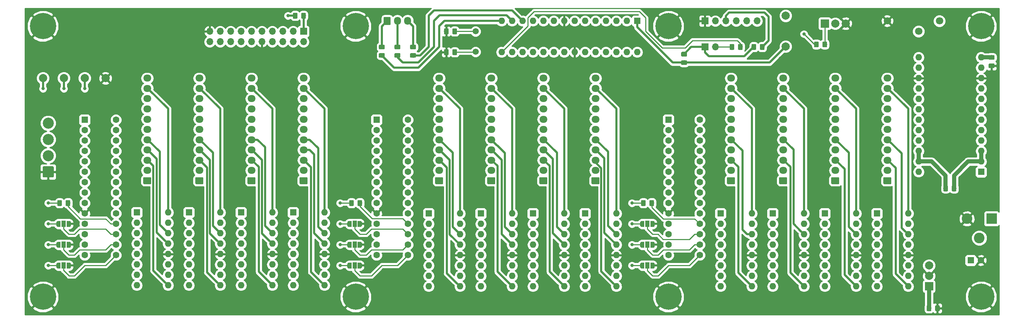
<source format=gbr>
G04 #@! TF.GenerationSoftware,KiCad,Pcbnew,(5.0.2)-1*
G04 #@! TF.CreationDate,2019-02-09T21:32:43-06:00*
G04 #@! TF.ProjectId,Nixie-ProtoBoard,4e697869-652d-4507-926f-746f426f6172,1.0*
G04 #@! TF.SameCoordinates,Original*
G04 #@! TF.FileFunction,Copper,L1,Top*
G04 #@! TF.FilePolarity,Positive*
%FSLAX46Y46*%
G04 Gerber Fmt 4.6, Leading zero omitted, Abs format (unit mm)*
G04 Created by KiCad (PCBNEW (5.0.2)-1) date 2/9/2019 9:32:43 PM*
%MOMM*%
%LPD*%
G01*
G04 APERTURE LIST*
G04 #@! TA.AperFunction,ComponentPad*
%ADD10R,1.600000X1.600000*%
G04 #@! TD*
G04 #@! TA.AperFunction,ComponentPad*
%ADD11O,1.600000X1.600000*%
G04 #@! TD*
G04 #@! TA.AperFunction,ComponentPad*
%ADD12C,2.000000*%
G04 #@! TD*
G04 #@! TA.AperFunction,Conductor*
%ADD13C,0.100000*%
G04 #@! TD*
G04 #@! TA.AperFunction,SMDPad,CuDef*
%ADD14C,1.150000*%
G04 #@! TD*
G04 #@! TA.AperFunction,ComponentPad*
%ADD15C,1.600000*%
G04 #@! TD*
G04 #@! TA.AperFunction,ComponentPad*
%ADD16C,6.400000*%
G04 #@! TD*
G04 #@! TA.AperFunction,ComponentPad*
%ADD17R,1.700000X1.700000*%
G04 #@! TD*
G04 #@! TA.AperFunction,ComponentPad*
%ADD18O,1.700000X1.700000*%
G04 #@! TD*
G04 #@! TA.AperFunction,SMDPad,CuDef*
%ADD19R,1.000000X1.500000*%
G04 #@! TD*
G04 #@! TA.AperFunction,SMDPad,CuDef*
%ADD20C,0.500000*%
G04 #@! TD*
G04 #@! TA.AperFunction,ComponentPad*
%ADD21O,1.950000X1.700000*%
G04 #@! TD*
G04 #@! TA.AperFunction,ComponentPad*
%ADD22C,1.700000*%
G04 #@! TD*
G04 #@! TA.AperFunction,ComponentPad*
%ADD23R,2.600000X2.600000*%
G04 #@! TD*
G04 #@! TA.AperFunction,ComponentPad*
%ADD24C,2.600000*%
G04 #@! TD*
G04 #@! TA.AperFunction,ComponentPad*
%ADD25C,1.800000*%
G04 #@! TD*
G04 #@! TA.AperFunction,BGAPad,CuDef*
%ADD26C,2.000000*%
G04 #@! TD*
G04 #@! TA.AperFunction,ComponentPad*
%ADD27R,2.000000X2.000000*%
G04 #@! TD*
G04 #@! TA.AperFunction,ComponentPad*
%ADD28C,1.500000*%
G04 #@! TD*
G04 #@! TA.AperFunction,ComponentPad*
%ADD29O,1.700000X1.950000*%
G04 #@! TD*
G04 #@! TA.AperFunction,ComponentPad*
%ADD30C,2.700000*%
G04 #@! TD*
G04 #@! TA.AperFunction,ViaPad*
%ADD31C,0.800000*%
G04 #@! TD*
G04 #@! TA.AperFunction,Conductor*
%ADD32C,0.500000*%
G04 #@! TD*
G04 #@! TA.AperFunction,Conductor*
%ADD33C,0.250000*%
G04 #@! TD*
G04 #@! TA.AperFunction,Conductor*
%ADD34C,1.000000*%
G04 #@! TD*
G04 #@! TA.AperFunction,Conductor*
%ADD35C,0.254000*%
G04 #@! TD*
G04 APERTURE END LIST*
D10*
G04 #@! TO.P,IC1,1*
G04 #@! TO.N,Net-(C1-Pad1)*
X170434000Y-65278000D03*
D11*
G04 #@! TO.P,IC1,15*
G04 #@! TO.N,Net-(D1-Pad1)*
X137414000Y-72898000D03*
G04 #@! TO.P,IC1,2*
G04 #@! TO.N,Net-(IC1-Pad2)*
X167894000Y-65278000D03*
G04 #@! TO.P,IC1,16*
G04 #@! TO.N,/HVDC_SW*
X139954000Y-72898000D03*
G04 #@! TO.P,IC1,3*
G04 #@! TO.N,/U1_TX*
X165354000Y-65278000D03*
G04 #@! TO.P,IC1,17*
G04 #@! TO.N,/CE_MOSI*
X142494000Y-72898000D03*
G04 #@! TO.P,IC1,4*
G04 #@! TO.N,/CE_D2*
X162814000Y-65278000D03*
G04 #@! TO.P,IC1,18*
G04 #@! TO.N,/CE_MISO*
X145034000Y-72898000D03*
G04 #@! TO.P,IC1,5*
G04 #@! TO.N,/CE_D3*
X160274000Y-65278000D03*
G04 #@! TO.P,IC1,19*
G04 #@! TO.N,N/C*
X147574000Y-72898000D03*
G04 #@! TO.P,IC1,6*
G04 #@! TO.N,/CE_D4*
X157734000Y-65278000D03*
G04 #@! TO.P,IC1,20*
G04 #@! TO.N,/IC1_VCC*
X150114000Y-72898000D03*
G04 #@! TO.P,IC1,7*
X155194000Y-65278000D03*
G04 #@! TO.P,IC1,21*
G04 #@! TO.N,N/C*
X152654000Y-72898000D03*
G04 #@! TO.P,IC1,8*
G04 #@! TO.N,GND*
X152654000Y-65278000D03*
G04 #@! TO.P,IC1,22*
X155194000Y-72898000D03*
G04 #@! TO.P,IC1,9*
G04 #@! TO.N,Net-(C2-Pad1)*
X150114000Y-65278000D03*
G04 #@! TO.P,IC1,23*
G04 #@! TO.N,/CE_A0*
X157734000Y-72898000D03*
G04 #@! TO.P,IC1,10*
G04 #@! TO.N,Net-(C3-Pad1)*
X147574000Y-65278000D03*
G04 #@! TO.P,IC1,24*
G04 #@! TO.N,/CE_A1*
X160274000Y-72898000D03*
G04 #@! TO.P,IC1,11*
G04 #@! TO.N,/CE_D5*
X145034000Y-65278000D03*
G04 #@! TO.P,IC1,25*
G04 #@! TO.N,/CE_A2*
X162814000Y-72898000D03*
G04 #@! TO.P,IC1,12*
G04 #@! TO.N,Net-(IC1-Pad12)*
X142494000Y-65278000D03*
G04 #@! TO.P,IC1,26*
G04 #@! TO.N,/CE_A3*
X165354000Y-72898000D03*
G04 #@! TO.P,IC1,13*
G04 #@! TO.N,Net-(IC1-Pad13)*
X139954000Y-65278000D03*
G04 #@! TO.P,IC1,27*
G04 #@! TO.N,/SDA*
X167894000Y-72898000D03*
G04 #@! TO.P,IC1,14*
G04 #@! TO.N,Net-(IC1-Pad14)*
X137414000Y-65278000D03*
G04 #@! TO.P,IC1,28*
G04 #@! TO.N,/SCK*
X170434000Y-72898000D03*
G04 #@! TD*
D12*
G04 #@! TO.P,C1,1*
G04 #@! TO.N,Net-(C1-Pad1)*
X206629000Y-71508000D03*
G04 #@! TO.P,C1,2*
G04 #@! TO.N,Net-(C1-Pad2)*
X206629000Y-64008000D03*
G04 #@! TD*
D13*
G04 #@! TO.N,GND*
G04 #@! TO.C,C2*
G36*
X124283505Y-67119204D02*
X124307773Y-67122804D01*
X124331572Y-67128765D01*
X124354671Y-67137030D01*
X124376850Y-67147520D01*
X124397893Y-67160132D01*
X124417599Y-67174747D01*
X124435777Y-67191223D01*
X124452253Y-67209401D01*
X124466868Y-67229107D01*
X124479480Y-67250150D01*
X124489970Y-67272329D01*
X124498235Y-67295428D01*
X124504196Y-67319227D01*
X124507796Y-67343495D01*
X124509000Y-67367999D01*
X124509000Y-68268001D01*
X124507796Y-68292505D01*
X124504196Y-68316773D01*
X124498235Y-68340572D01*
X124489970Y-68363671D01*
X124479480Y-68385850D01*
X124466868Y-68406893D01*
X124452253Y-68426599D01*
X124435777Y-68444777D01*
X124417599Y-68461253D01*
X124397893Y-68475868D01*
X124376850Y-68488480D01*
X124354671Y-68498970D01*
X124331572Y-68507235D01*
X124307773Y-68513196D01*
X124283505Y-68516796D01*
X124259001Y-68518000D01*
X123608999Y-68518000D01*
X123584495Y-68516796D01*
X123560227Y-68513196D01*
X123536428Y-68507235D01*
X123513329Y-68498970D01*
X123491150Y-68488480D01*
X123470107Y-68475868D01*
X123450401Y-68461253D01*
X123432223Y-68444777D01*
X123415747Y-68426599D01*
X123401132Y-68406893D01*
X123388520Y-68385850D01*
X123378030Y-68363671D01*
X123369765Y-68340572D01*
X123363804Y-68316773D01*
X123360204Y-68292505D01*
X123359000Y-68268001D01*
X123359000Y-67367999D01*
X123360204Y-67343495D01*
X123363804Y-67319227D01*
X123369765Y-67295428D01*
X123378030Y-67272329D01*
X123388520Y-67250150D01*
X123401132Y-67229107D01*
X123415747Y-67209401D01*
X123432223Y-67191223D01*
X123450401Y-67174747D01*
X123470107Y-67160132D01*
X123491150Y-67147520D01*
X123513329Y-67137030D01*
X123536428Y-67128765D01*
X123560227Y-67122804D01*
X123584495Y-67119204D01*
X123608999Y-67118000D01*
X124259001Y-67118000D01*
X124283505Y-67119204D01*
X124283505Y-67119204D01*
G37*
D14*
G04 #@! TD*
G04 #@! TO.P,C2,2*
G04 #@! TO.N,GND*
X123934000Y-67818000D03*
D13*
G04 #@! TO.N,Net-(C2-Pad1)*
G04 #@! TO.C,C2*
G36*
X126333505Y-67119204D02*
X126357773Y-67122804D01*
X126381572Y-67128765D01*
X126404671Y-67137030D01*
X126426850Y-67147520D01*
X126447893Y-67160132D01*
X126467599Y-67174747D01*
X126485777Y-67191223D01*
X126502253Y-67209401D01*
X126516868Y-67229107D01*
X126529480Y-67250150D01*
X126539970Y-67272329D01*
X126548235Y-67295428D01*
X126554196Y-67319227D01*
X126557796Y-67343495D01*
X126559000Y-67367999D01*
X126559000Y-68268001D01*
X126557796Y-68292505D01*
X126554196Y-68316773D01*
X126548235Y-68340572D01*
X126539970Y-68363671D01*
X126529480Y-68385850D01*
X126516868Y-68406893D01*
X126502253Y-68426599D01*
X126485777Y-68444777D01*
X126467599Y-68461253D01*
X126447893Y-68475868D01*
X126426850Y-68488480D01*
X126404671Y-68498970D01*
X126381572Y-68507235D01*
X126357773Y-68513196D01*
X126333505Y-68516796D01*
X126309001Y-68518000D01*
X125658999Y-68518000D01*
X125634495Y-68516796D01*
X125610227Y-68513196D01*
X125586428Y-68507235D01*
X125563329Y-68498970D01*
X125541150Y-68488480D01*
X125520107Y-68475868D01*
X125500401Y-68461253D01*
X125482223Y-68444777D01*
X125465747Y-68426599D01*
X125451132Y-68406893D01*
X125438520Y-68385850D01*
X125428030Y-68363671D01*
X125419765Y-68340572D01*
X125413804Y-68316773D01*
X125410204Y-68292505D01*
X125409000Y-68268001D01*
X125409000Y-67367999D01*
X125410204Y-67343495D01*
X125413804Y-67319227D01*
X125419765Y-67295428D01*
X125428030Y-67272329D01*
X125438520Y-67250150D01*
X125451132Y-67229107D01*
X125465747Y-67209401D01*
X125482223Y-67191223D01*
X125500401Y-67174747D01*
X125520107Y-67160132D01*
X125541150Y-67147520D01*
X125563329Y-67137030D01*
X125586428Y-67128765D01*
X125610227Y-67122804D01*
X125634495Y-67119204D01*
X125658999Y-67118000D01*
X126309001Y-67118000D01*
X126333505Y-67119204D01*
X126333505Y-67119204D01*
G37*
D14*
G04 #@! TD*
G04 #@! TO.P,C2,1*
G04 #@! TO.N,Net-(C2-Pad1)*
X125984000Y-67818000D03*
D13*
G04 #@! TO.N,Net-(C3-Pad1)*
G04 #@! TO.C,C3*
G36*
X126333505Y-72199204D02*
X126357773Y-72202804D01*
X126381572Y-72208765D01*
X126404671Y-72217030D01*
X126426850Y-72227520D01*
X126447893Y-72240132D01*
X126467599Y-72254747D01*
X126485777Y-72271223D01*
X126502253Y-72289401D01*
X126516868Y-72309107D01*
X126529480Y-72330150D01*
X126539970Y-72352329D01*
X126548235Y-72375428D01*
X126554196Y-72399227D01*
X126557796Y-72423495D01*
X126559000Y-72447999D01*
X126559000Y-73348001D01*
X126557796Y-73372505D01*
X126554196Y-73396773D01*
X126548235Y-73420572D01*
X126539970Y-73443671D01*
X126529480Y-73465850D01*
X126516868Y-73486893D01*
X126502253Y-73506599D01*
X126485777Y-73524777D01*
X126467599Y-73541253D01*
X126447893Y-73555868D01*
X126426850Y-73568480D01*
X126404671Y-73578970D01*
X126381572Y-73587235D01*
X126357773Y-73593196D01*
X126333505Y-73596796D01*
X126309001Y-73598000D01*
X125658999Y-73598000D01*
X125634495Y-73596796D01*
X125610227Y-73593196D01*
X125586428Y-73587235D01*
X125563329Y-73578970D01*
X125541150Y-73568480D01*
X125520107Y-73555868D01*
X125500401Y-73541253D01*
X125482223Y-73524777D01*
X125465747Y-73506599D01*
X125451132Y-73486893D01*
X125438520Y-73465850D01*
X125428030Y-73443671D01*
X125419765Y-73420572D01*
X125413804Y-73396773D01*
X125410204Y-73372505D01*
X125409000Y-73348001D01*
X125409000Y-72447999D01*
X125410204Y-72423495D01*
X125413804Y-72399227D01*
X125419765Y-72375428D01*
X125428030Y-72352329D01*
X125438520Y-72330150D01*
X125451132Y-72309107D01*
X125465747Y-72289401D01*
X125482223Y-72271223D01*
X125500401Y-72254747D01*
X125520107Y-72240132D01*
X125541150Y-72227520D01*
X125563329Y-72217030D01*
X125586428Y-72208765D01*
X125610227Y-72202804D01*
X125634495Y-72199204D01*
X125658999Y-72198000D01*
X126309001Y-72198000D01*
X126333505Y-72199204D01*
X126333505Y-72199204D01*
G37*
D14*
G04 #@! TD*
G04 #@! TO.P,C3,1*
G04 #@! TO.N,Net-(C3-Pad1)*
X125984000Y-72898000D03*
D13*
G04 #@! TO.N,GND*
G04 #@! TO.C,C3*
G36*
X124283505Y-72199204D02*
X124307773Y-72202804D01*
X124331572Y-72208765D01*
X124354671Y-72217030D01*
X124376850Y-72227520D01*
X124397893Y-72240132D01*
X124417599Y-72254747D01*
X124435777Y-72271223D01*
X124452253Y-72289401D01*
X124466868Y-72309107D01*
X124479480Y-72330150D01*
X124489970Y-72352329D01*
X124498235Y-72375428D01*
X124504196Y-72399227D01*
X124507796Y-72423495D01*
X124509000Y-72447999D01*
X124509000Y-73348001D01*
X124507796Y-73372505D01*
X124504196Y-73396773D01*
X124498235Y-73420572D01*
X124489970Y-73443671D01*
X124479480Y-73465850D01*
X124466868Y-73486893D01*
X124452253Y-73506599D01*
X124435777Y-73524777D01*
X124417599Y-73541253D01*
X124397893Y-73555868D01*
X124376850Y-73568480D01*
X124354671Y-73578970D01*
X124331572Y-73587235D01*
X124307773Y-73593196D01*
X124283505Y-73596796D01*
X124259001Y-73598000D01*
X123608999Y-73598000D01*
X123584495Y-73596796D01*
X123560227Y-73593196D01*
X123536428Y-73587235D01*
X123513329Y-73578970D01*
X123491150Y-73568480D01*
X123470107Y-73555868D01*
X123450401Y-73541253D01*
X123432223Y-73524777D01*
X123415747Y-73506599D01*
X123401132Y-73486893D01*
X123388520Y-73465850D01*
X123378030Y-73443671D01*
X123369765Y-73420572D01*
X123363804Y-73396773D01*
X123360204Y-73372505D01*
X123359000Y-73348001D01*
X123359000Y-72447999D01*
X123360204Y-72423495D01*
X123363804Y-72399227D01*
X123369765Y-72375428D01*
X123378030Y-72352329D01*
X123388520Y-72330150D01*
X123401132Y-72309107D01*
X123415747Y-72289401D01*
X123432223Y-72271223D01*
X123450401Y-72254747D01*
X123470107Y-72240132D01*
X123491150Y-72227520D01*
X123513329Y-72217030D01*
X123536428Y-72208765D01*
X123560227Y-72202804D01*
X123584495Y-72199204D01*
X123608999Y-72198000D01*
X124259001Y-72198000D01*
X124283505Y-72199204D01*
X124283505Y-72199204D01*
G37*
D14*
G04 #@! TD*
G04 #@! TO.P,C3,2*
G04 #@! TO.N,GND*
X123934000Y-72898000D03*
D13*
G04 #@! TO.N,+5V*
G04 #@! TO.C,C4*
G36*
X199213505Y-70929204D02*
X199237773Y-70932804D01*
X199261572Y-70938765D01*
X199284671Y-70947030D01*
X199306850Y-70957520D01*
X199327893Y-70970132D01*
X199347599Y-70984747D01*
X199365777Y-71001223D01*
X199382253Y-71019401D01*
X199396868Y-71039107D01*
X199409480Y-71060150D01*
X199419970Y-71082329D01*
X199428235Y-71105428D01*
X199434196Y-71129227D01*
X199437796Y-71153495D01*
X199439000Y-71177999D01*
X199439000Y-72078001D01*
X199437796Y-72102505D01*
X199434196Y-72126773D01*
X199428235Y-72150572D01*
X199419970Y-72173671D01*
X199409480Y-72195850D01*
X199396868Y-72216893D01*
X199382253Y-72236599D01*
X199365777Y-72254777D01*
X199347599Y-72271253D01*
X199327893Y-72285868D01*
X199306850Y-72298480D01*
X199284671Y-72308970D01*
X199261572Y-72317235D01*
X199237773Y-72323196D01*
X199213505Y-72326796D01*
X199189001Y-72328000D01*
X198538999Y-72328000D01*
X198514495Y-72326796D01*
X198490227Y-72323196D01*
X198466428Y-72317235D01*
X198443329Y-72308970D01*
X198421150Y-72298480D01*
X198400107Y-72285868D01*
X198380401Y-72271253D01*
X198362223Y-72254777D01*
X198345747Y-72236599D01*
X198331132Y-72216893D01*
X198318520Y-72195850D01*
X198308030Y-72173671D01*
X198299765Y-72150572D01*
X198293804Y-72126773D01*
X198290204Y-72102505D01*
X198289000Y-72078001D01*
X198289000Y-71177999D01*
X198290204Y-71153495D01*
X198293804Y-71129227D01*
X198299765Y-71105428D01*
X198308030Y-71082329D01*
X198318520Y-71060150D01*
X198331132Y-71039107D01*
X198345747Y-71019401D01*
X198362223Y-71001223D01*
X198380401Y-70984747D01*
X198400107Y-70970132D01*
X198421150Y-70957520D01*
X198443329Y-70947030D01*
X198466428Y-70938765D01*
X198490227Y-70932804D01*
X198514495Y-70929204D01*
X198538999Y-70928000D01*
X199189001Y-70928000D01*
X199213505Y-70929204D01*
X199213505Y-70929204D01*
G37*
D14*
G04 #@! TD*
G04 #@! TO.P,C4,1*
G04 #@! TO.N,+5V*
X198864000Y-71628000D03*
D13*
G04 #@! TO.N,/IC1_VCC*
G04 #@! TO.C,C4*
G36*
X201263505Y-70929204D02*
X201287773Y-70932804D01*
X201311572Y-70938765D01*
X201334671Y-70947030D01*
X201356850Y-70957520D01*
X201377893Y-70970132D01*
X201397599Y-70984747D01*
X201415777Y-71001223D01*
X201432253Y-71019401D01*
X201446868Y-71039107D01*
X201459480Y-71060150D01*
X201469970Y-71082329D01*
X201478235Y-71105428D01*
X201484196Y-71129227D01*
X201487796Y-71153495D01*
X201489000Y-71177999D01*
X201489000Y-72078001D01*
X201487796Y-72102505D01*
X201484196Y-72126773D01*
X201478235Y-72150572D01*
X201469970Y-72173671D01*
X201459480Y-72195850D01*
X201446868Y-72216893D01*
X201432253Y-72236599D01*
X201415777Y-72254777D01*
X201397599Y-72271253D01*
X201377893Y-72285868D01*
X201356850Y-72298480D01*
X201334671Y-72308970D01*
X201311572Y-72317235D01*
X201287773Y-72323196D01*
X201263505Y-72326796D01*
X201239001Y-72328000D01*
X200588999Y-72328000D01*
X200564495Y-72326796D01*
X200540227Y-72323196D01*
X200516428Y-72317235D01*
X200493329Y-72308970D01*
X200471150Y-72298480D01*
X200450107Y-72285868D01*
X200430401Y-72271253D01*
X200412223Y-72254777D01*
X200395747Y-72236599D01*
X200381132Y-72216893D01*
X200368520Y-72195850D01*
X200358030Y-72173671D01*
X200349765Y-72150572D01*
X200343804Y-72126773D01*
X200340204Y-72102505D01*
X200339000Y-72078001D01*
X200339000Y-71177999D01*
X200340204Y-71153495D01*
X200343804Y-71129227D01*
X200349765Y-71105428D01*
X200358030Y-71082329D01*
X200368520Y-71060150D01*
X200381132Y-71039107D01*
X200395747Y-71019401D01*
X200412223Y-71001223D01*
X200430401Y-70984747D01*
X200450107Y-70970132D01*
X200471150Y-70957520D01*
X200493329Y-70947030D01*
X200516428Y-70938765D01*
X200540227Y-70932804D01*
X200564495Y-70929204D01*
X200588999Y-70928000D01*
X201239001Y-70928000D01*
X201263505Y-70929204D01*
X201263505Y-70929204D01*
G37*
D14*
G04 #@! TD*
G04 #@! TO.P,C4,2*
G04 #@! TO.N,/IC1_VCC*
X200914000Y-71628000D03*
D13*
G04 #@! TO.N,+12V*
G04 #@! TO.C,C5*
G36*
X245958505Y-105464204D02*
X245982773Y-105467804D01*
X246006572Y-105473765D01*
X246029671Y-105482030D01*
X246051850Y-105492520D01*
X246072893Y-105505132D01*
X246092599Y-105519747D01*
X246110777Y-105536223D01*
X246127253Y-105554401D01*
X246141868Y-105574107D01*
X246154480Y-105595150D01*
X246164970Y-105617329D01*
X246173235Y-105640428D01*
X246179196Y-105664227D01*
X246182796Y-105688495D01*
X246184000Y-105712999D01*
X246184000Y-106613001D01*
X246182796Y-106637505D01*
X246179196Y-106661773D01*
X246173235Y-106685572D01*
X246164970Y-106708671D01*
X246154480Y-106730850D01*
X246141868Y-106751893D01*
X246127253Y-106771599D01*
X246110777Y-106789777D01*
X246092599Y-106806253D01*
X246072893Y-106820868D01*
X246051850Y-106833480D01*
X246029671Y-106843970D01*
X246006572Y-106852235D01*
X245982773Y-106858196D01*
X245958505Y-106861796D01*
X245934001Y-106863000D01*
X245283999Y-106863000D01*
X245259495Y-106861796D01*
X245235227Y-106858196D01*
X245211428Y-106852235D01*
X245188329Y-106843970D01*
X245166150Y-106833480D01*
X245145107Y-106820868D01*
X245125401Y-106806253D01*
X245107223Y-106789777D01*
X245090747Y-106771599D01*
X245076132Y-106751893D01*
X245063520Y-106730850D01*
X245053030Y-106708671D01*
X245044765Y-106685572D01*
X245038804Y-106661773D01*
X245035204Y-106637505D01*
X245034000Y-106613001D01*
X245034000Y-105712999D01*
X245035204Y-105688495D01*
X245038804Y-105664227D01*
X245044765Y-105640428D01*
X245053030Y-105617329D01*
X245063520Y-105595150D01*
X245076132Y-105574107D01*
X245090747Y-105554401D01*
X245107223Y-105536223D01*
X245125401Y-105519747D01*
X245145107Y-105505132D01*
X245166150Y-105492520D01*
X245188329Y-105482030D01*
X245211428Y-105473765D01*
X245235227Y-105467804D01*
X245259495Y-105464204D01*
X245283999Y-105463000D01*
X245934001Y-105463000D01*
X245958505Y-105464204D01*
X245958505Y-105464204D01*
G37*
D14*
G04 #@! TD*
G04 #@! TO.P,C5,2*
G04 #@! TO.N,+12V*
X245609000Y-106163000D03*
D13*
G04 #@! TO.N,Net-(C5-Pad1)*
G04 #@! TO.C,C5*
G36*
X248008505Y-105464204D02*
X248032773Y-105467804D01*
X248056572Y-105473765D01*
X248079671Y-105482030D01*
X248101850Y-105492520D01*
X248122893Y-105505132D01*
X248142599Y-105519747D01*
X248160777Y-105536223D01*
X248177253Y-105554401D01*
X248191868Y-105574107D01*
X248204480Y-105595150D01*
X248214970Y-105617329D01*
X248223235Y-105640428D01*
X248229196Y-105664227D01*
X248232796Y-105688495D01*
X248234000Y-105712999D01*
X248234000Y-106613001D01*
X248232796Y-106637505D01*
X248229196Y-106661773D01*
X248223235Y-106685572D01*
X248214970Y-106708671D01*
X248204480Y-106730850D01*
X248191868Y-106751893D01*
X248177253Y-106771599D01*
X248160777Y-106789777D01*
X248142599Y-106806253D01*
X248122893Y-106820868D01*
X248101850Y-106833480D01*
X248079671Y-106843970D01*
X248056572Y-106852235D01*
X248032773Y-106858196D01*
X248008505Y-106861796D01*
X247984001Y-106863000D01*
X247333999Y-106863000D01*
X247309495Y-106861796D01*
X247285227Y-106858196D01*
X247261428Y-106852235D01*
X247238329Y-106843970D01*
X247216150Y-106833480D01*
X247195107Y-106820868D01*
X247175401Y-106806253D01*
X247157223Y-106789777D01*
X247140747Y-106771599D01*
X247126132Y-106751893D01*
X247113520Y-106730850D01*
X247103030Y-106708671D01*
X247094765Y-106685572D01*
X247088804Y-106661773D01*
X247085204Y-106637505D01*
X247084000Y-106613001D01*
X247084000Y-105712999D01*
X247085204Y-105688495D01*
X247088804Y-105664227D01*
X247094765Y-105640428D01*
X247103030Y-105617329D01*
X247113520Y-105595150D01*
X247126132Y-105574107D01*
X247140747Y-105554401D01*
X247157223Y-105536223D01*
X247175401Y-105519747D01*
X247195107Y-105505132D01*
X247216150Y-105492520D01*
X247238329Y-105482030D01*
X247261428Y-105473765D01*
X247285227Y-105467804D01*
X247309495Y-105464204D01*
X247333999Y-105463000D01*
X247984001Y-105463000D01*
X248008505Y-105464204D01*
X248008505Y-105464204D01*
G37*
D14*
G04 #@! TD*
G04 #@! TO.P,C5,1*
G04 #@! TO.N,Net-(C5-Pad1)*
X247659000Y-106163000D03*
D13*
G04 #@! TO.N,GND*
G04 #@! TO.C,C6*
G36*
X257268505Y-75644204D02*
X257292773Y-75647804D01*
X257316572Y-75653765D01*
X257339671Y-75662030D01*
X257361850Y-75672520D01*
X257382893Y-75685132D01*
X257402599Y-75699747D01*
X257420777Y-75716223D01*
X257437253Y-75734401D01*
X257451868Y-75754107D01*
X257464480Y-75775150D01*
X257474970Y-75797329D01*
X257483235Y-75820428D01*
X257489196Y-75844227D01*
X257492796Y-75868495D01*
X257494000Y-75892999D01*
X257494000Y-76543001D01*
X257492796Y-76567505D01*
X257489196Y-76591773D01*
X257483235Y-76615572D01*
X257474970Y-76638671D01*
X257464480Y-76660850D01*
X257451868Y-76681893D01*
X257437253Y-76701599D01*
X257420777Y-76719777D01*
X257402599Y-76736253D01*
X257382893Y-76750868D01*
X257361850Y-76763480D01*
X257339671Y-76773970D01*
X257316572Y-76782235D01*
X257292773Y-76788196D01*
X257268505Y-76791796D01*
X257244001Y-76793000D01*
X256343999Y-76793000D01*
X256319495Y-76791796D01*
X256295227Y-76788196D01*
X256271428Y-76782235D01*
X256248329Y-76773970D01*
X256226150Y-76763480D01*
X256205107Y-76750868D01*
X256185401Y-76736253D01*
X256167223Y-76719777D01*
X256150747Y-76701599D01*
X256136132Y-76681893D01*
X256123520Y-76660850D01*
X256113030Y-76638671D01*
X256104765Y-76615572D01*
X256098804Y-76591773D01*
X256095204Y-76567505D01*
X256094000Y-76543001D01*
X256094000Y-75892999D01*
X256095204Y-75868495D01*
X256098804Y-75844227D01*
X256104765Y-75820428D01*
X256113030Y-75797329D01*
X256123520Y-75775150D01*
X256136132Y-75754107D01*
X256150747Y-75734401D01*
X256167223Y-75716223D01*
X256185401Y-75699747D01*
X256205107Y-75685132D01*
X256226150Y-75672520D01*
X256248329Y-75662030D01*
X256271428Y-75653765D01*
X256295227Y-75647804D01*
X256319495Y-75644204D01*
X256343999Y-75643000D01*
X257244001Y-75643000D01*
X257268505Y-75644204D01*
X257268505Y-75644204D01*
G37*
D14*
G04 #@! TD*
G04 #@! TO.P,C6,1*
G04 #@! TO.N,GND*
X256794000Y-76218000D03*
D13*
G04 #@! TO.N,/170V*
G04 #@! TO.C,C6*
G36*
X257268505Y-73594204D02*
X257292773Y-73597804D01*
X257316572Y-73603765D01*
X257339671Y-73612030D01*
X257361850Y-73622520D01*
X257382893Y-73635132D01*
X257402599Y-73649747D01*
X257420777Y-73666223D01*
X257437253Y-73684401D01*
X257451868Y-73704107D01*
X257464480Y-73725150D01*
X257474970Y-73747329D01*
X257483235Y-73770428D01*
X257489196Y-73794227D01*
X257492796Y-73818495D01*
X257494000Y-73842999D01*
X257494000Y-74493001D01*
X257492796Y-74517505D01*
X257489196Y-74541773D01*
X257483235Y-74565572D01*
X257474970Y-74588671D01*
X257464480Y-74610850D01*
X257451868Y-74631893D01*
X257437253Y-74651599D01*
X257420777Y-74669777D01*
X257402599Y-74686253D01*
X257382893Y-74700868D01*
X257361850Y-74713480D01*
X257339671Y-74723970D01*
X257316572Y-74732235D01*
X257292773Y-74738196D01*
X257268505Y-74741796D01*
X257244001Y-74743000D01*
X256343999Y-74743000D01*
X256319495Y-74741796D01*
X256295227Y-74738196D01*
X256271428Y-74732235D01*
X256248329Y-74723970D01*
X256226150Y-74713480D01*
X256205107Y-74700868D01*
X256185401Y-74686253D01*
X256167223Y-74669777D01*
X256150747Y-74651599D01*
X256136132Y-74631893D01*
X256123520Y-74610850D01*
X256113030Y-74588671D01*
X256104765Y-74565572D01*
X256098804Y-74541773D01*
X256095204Y-74517505D01*
X256094000Y-74493001D01*
X256094000Y-73842999D01*
X256095204Y-73818495D01*
X256098804Y-73794227D01*
X256104765Y-73770428D01*
X256113030Y-73747329D01*
X256123520Y-73725150D01*
X256136132Y-73704107D01*
X256150747Y-73684401D01*
X256167223Y-73666223D01*
X256185401Y-73649747D01*
X256205107Y-73635132D01*
X256226150Y-73622520D01*
X256248329Y-73612030D01*
X256271428Y-73603765D01*
X256295227Y-73597804D01*
X256319495Y-73594204D01*
X256343999Y-73593000D01*
X257244001Y-73593000D01*
X257268505Y-73594204D01*
X257268505Y-73594204D01*
G37*
D14*
G04 #@! TD*
G04 #@! TO.P,C6,2*
G04 #@! TO.N,/170V*
X256794000Y-74168000D03*
D13*
G04 #@! TO.N,GND*
G04 #@! TO.C,C7*
G36*
X243953505Y-134683204D02*
X243977773Y-134686804D01*
X244001572Y-134692765D01*
X244024671Y-134701030D01*
X244046850Y-134711520D01*
X244067893Y-134724132D01*
X244087599Y-134738747D01*
X244105777Y-134755223D01*
X244122253Y-134773401D01*
X244136868Y-134793107D01*
X244149480Y-134814150D01*
X244159970Y-134836329D01*
X244168235Y-134859428D01*
X244174196Y-134883227D01*
X244177796Y-134907495D01*
X244179000Y-134931999D01*
X244179000Y-135832001D01*
X244177796Y-135856505D01*
X244174196Y-135880773D01*
X244168235Y-135904572D01*
X244159970Y-135927671D01*
X244149480Y-135949850D01*
X244136868Y-135970893D01*
X244122253Y-135990599D01*
X244105777Y-136008777D01*
X244087599Y-136025253D01*
X244067893Y-136039868D01*
X244046850Y-136052480D01*
X244024671Y-136062970D01*
X244001572Y-136071235D01*
X243977773Y-136077196D01*
X243953505Y-136080796D01*
X243929001Y-136082000D01*
X243278999Y-136082000D01*
X243254495Y-136080796D01*
X243230227Y-136077196D01*
X243206428Y-136071235D01*
X243183329Y-136062970D01*
X243161150Y-136052480D01*
X243140107Y-136039868D01*
X243120401Y-136025253D01*
X243102223Y-136008777D01*
X243085747Y-135990599D01*
X243071132Y-135970893D01*
X243058520Y-135949850D01*
X243048030Y-135927671D01*
X243039765Y-135904572D01*
X243033804Y-135880773D01*
X243030204Y-135856505D01*
X243029000Y-135832001D01*
X243029000Y-134931999D01*
X243030204Y-134907495D01*
X243033804Y-134883227D01*
X243039765Y-134859428D01*
X243048030Y-134836329D01*
X243058520Y-134814150D01*
X243071132Y-134793107D01*
X243085747Y-134773401D01*
X243102223Y-134755223D01*
X243120401Y-134738747D01*
X243140107Y-134724132D01*
X243161150Y-134711520D01*
X243183329Y-134701030D01*
X243206428Y-134692765D01*
X243230227Y-134686804D01*
X243254495Y-134683204D01*
X243278999Y-134682000D01*
X243929001Y-134682000D01*
X243953505Y-134683204D01*
X243953505Y-134683204D01*
G37*
D14*
G04 #@! TD*
G04 #@! TO.P,C7,2*
G04 #@! TO.N,GND*
X243604000Y-135382000D03*
D13*
G04 #@! TO.N,+12V*
G04 #@! TO.C,C7*
G36*
X241903505Y-134683204D02*
X241927773Y-134686804D01*
X241951572Y-134692765D01*
X241974671Y-134701030D01*
X241996850Y-134711520D01*
X242017893Y-134724132D01*
X242037599Y-134738747D01*
X242055777Y-134755223D01*
X242072253Y-134773401D01*
X242086868Y-134793107D01*
X242099480Y-134814150D01*
X242109970Y-134836329D01*
X242118235Y-134859428D01*
X242124196Y-134883227D01*
X242127796Y-134907495D01*
X242129000Y-134931999D01*
X242129000Y-135832001D01*
X242127796Y-135856505D01*
X242124196Y-135880773D01*
X242118235Y-135904572D01*
X242109970Y-135927671D01*
X242099480Y-135949850D01*
X242086868Y-135970893D01*
X242072253Y-135990599D01*
X242055777Y-136008777D01*
X242037599Y-136025253D01*
X242017893Y-136039868D01*
X241996850Y-136052480D01*
X241974671Y-136062970D01*
X241951572Y-136071235D01*
X241927773Y-136077196D01*
X241903505Y-136080796D01*
X241879001Y-136082000D01*
X241228999Y-136082000D01*
X241204495Y-136080796D01*
X241180227Y-136077196D01*
X241156428Y-136071235D01*
X241133329Y-136062970D01*
X241111150Y-136052480D01*
X241090107Y-136039868D01*
X241070401Y-136025253D01*
X241052223Y-136008777D01*
X241035747Y-135990599D01*
X241021132Y-135970893D01*
X241008520Y-135949850D01*
X240998030Y-135927671D01*
X240989765Y-135904572D01*
X240983804Y-135880773D01*
X240980204Y-135856505D01*
X240979000Y-135832001D01*
X240979000Y-134931999D01*
X240980204Y-134907495D01*
X240983804Y-134883227D01*
X240989765Y-134859428D01*
X240998030Y-134836329D01*
X241008520Y-134814150D01*
X241021132Y-134793107D01*
X241035747Y-134773401D01*
X241052223Y-134755223D01*
X241070401Y-134738747D01*
X241090107Y-134724132D01*
X241111150Y-134711520D01*
X241133329Y-134701030D01*
X241156428Y-134692765D01*
X241180227Y-134686804D01*
X241204495Y-134683204D01*
X241228999Y-134682000D01*
X241879001Y-134682000D01*
X241903505Y-134683204D01*
X241903505Y-134683204D01*
G37*
D14*
G04 #@! TD*
G04 #@! TO.P,C7,1*
G04 #@! TO.N,+12V*
X241554000Y-135382000D03*
D10*
G04 #@! TO.P,C8,1*
G04 #@! TO.N,+5V*
X251714000Y-123698000D03*
D15*
G04 #@! TO.P,C8,2*
G04 #@! TO.N,GND*
X254214000Y-123698000D03*
G04 #@! TD*
D13*
G04 #@! TO.N,Net-(D1-Pad2)*
G04 #@! TO.C,D1*
G36*
X193888505Y-70929204D02*
X193912773Y-70932804D01*
X193936572Y-70938765D01*
X193959671Y-70947030D01*
X193981850Y-70957520D01*
X194002893Y-70970132D01*
X194022599Y-70984747D01*
X194040777Y-71001223D01*
X194057253Y-71019401D01*
X194071868Y-71039107D01*
X194084480Y-71060150D01*
X194094970Y-71082329D01*
X194103235Y-71105428D01*
X194109196Y-71129227D01*
X194112796Y-71153495D01*
X194114000Y-71177999D01*
X194114000Y-72078001D01*
X194112796Y-72102505D01*
X194109196Y-72126773D01*
X194103235Y-72150572D01*
X194094970Y-72173671D01*
X194084480Y-72195850D01*
X194071868Y-72216893D01*
X194057253Y-72236599D01*
X194040777Y-72254777D01*
X194022599Y-72271253D01*
X194002893Y-72285868D01*
X193981850Y-72298480D01*
X193959671Y-72308970D01*
X193936572Y-72317235D01*
X193912773Y-72323196D01*
X193888505Y-72326796D01*
X193864001Y-72328000D01*
X193213999Y-72328000D01*
X193189495Y-72326796D01*
X193165227Y-72323196D01*
X193141428Y-72317235D01*
X193118329Y-72308970D01*
X193096150Y-72298480D01*
X193075107Y-72285868D01*
X193055401Y-72271253D01*
X193037223Y-72254777D01*
X193020747Y-72236599D01*
X193006132Y-72216893D01*
X192993520Y-72195850D01*
X192983030Y-72173671D01*
X192974765Y-72150572D01*
X192968804Y-72126773D01*
X192965204Y-72102505D01*
X192964000Y-72078001D01*
X192964000Y-71177999D01*
X192965204Y-71153495D01*
X192968804Y-71129227D01*
X192974765Y-71105428D01*
X192983030Y-71082329D01*
X192993520Y-71060150D01*
X193006132Y-71039107D01*
X193020747Y-71019401D01*
X193037223Y-71001223D01*
X193055401Y-70984747D01*
X193075107Y-70970132D01*
X193096150Y-70957520D01*
X193118329Y-70947030D01*
X193141428Y-70938765D01*
X193165227Y-70932804D01*
X193189495Y-70929204D01*
X193213999Y-70928000D01*
X193864001Y-70928000D01*
X193888505Y-70929204D01*
X193888505Y-70929204D01*
G37*
D14*
G04 #@! TD*
G04 #@! TO.P,D1,2*
G04 #@! TO.N,Net-(D1-Pad2)*
X193539000Y-71628000D03*
D13*
G04 #@! TO.N,Net-(D1-Pad1)*
G04 #@! TO.C,D1*
G36*
X195938505Y-70929204D02*
X195962773Y-70932804D01*
X195986572Y-70938765D01*
X196009671Y-70947030D01*
X196031850Y-70957520D01*
X196052893Y-70970132D01*
X196072599Y-70984747D01*
X196090777Y-71001223D01*
X196107253Y-71019401D01*
X196121868Y-71039107D01*
X196134480Y-71060150D01*
X196144970Y-71082329D01*
X196153235Y-71105428D01*
X196159196Y-71129227D01*
X196162796Y-71153495D01*
X196164000Y-71177999D01*
X196164000Y-72078001D01*
X196162796Y-72102505D01*
X196159196Y-72126773D01*
X196153235Y-72150572D01*
X196144970Y-72173671D01*
X196134480Y-72195850D01*
X196121868Y-72216893D01*
X196107253Y-72236599D01*
X196090777Y-72254777D01*
X196072599Y-72271253D01*
X196052893Y-72285868D01*
X196031850Y-72298480D01*
X196009671Y-72308970D01*
X195986572Y-72317235D01*
X195962773Y-72323196D01*
X195938505Y-72326796D01*
X195914001Y-72328000D01*
X195263999Y-72328000D01*
X195239495Y-72326796D01*
X195215227Y-72323196D01*
X195191428Y-72317235D01*
X195168329Y-72308970D01*
X195146150Y-72298480D01*
X195125107Y-72285868D01*
X195105401Y-72271253D01*
X195087223Y-72254777D01*
X195070747Y-72236599D01*
X195056132Y-72216893D01*
X195043520Y-72195850D01*
X195033030Y-72173671D01*
X195024765Y-72150572D01*
X195018804Y-72126773D01*
X195015204Y-72102505D01*
X195014000Y-72078001D01*
X195014000Y-71177999D01*
X195015204Y-71153495D01*
X195018804Y-71129227D01*
X195024765Y-71105428D01*
X195033030Y-71082329D01*
X195043520Y-71060150D01*
X195056132Y-71039107D01*
X195070747Y-71019401D01*
X195087223Y-71001223D01*
X195105401Y-70984747D01*
X195125107Y-70970132D01*
X195146150Y-70957520D01*
X195168329Y-70947030D01*
X195191428Y-70938765D01*
X195215227Y-70932804D01*
X195239495Y-70929204D01*
X195263999Y-70928000D01*
X195914001Y-70928000D01*
X195938505Y-70929204D01*
X195938505Y-70929204D01*
G37*
D14*
G04 #@! TD*
G04 #@! TO.P,D1,1*
G04 #@! TO.N,Net-(D1-Pad1)*
X195589000Y-71628000D03*
D13*
G04 #@! TO.N,Net-(D2-Pad1)*
G04 #@! TO.C,D2*
G36*
X89503505Y-63309204D02*
X89527773Y-63312804D01*
X89551572Y-63318765D01*
X89574671Y-63327030D01*
X89596850Y-63337520D01*
X89617893Y-63350132D01*
X89637599Y-63364747D01*
X89655777Y-63381223D01*
X89672253Y-63399401D01*
X89686868Y-63419107D01*
X89699480Y-63440150D01*
X89709970Y-63462329D01*
X89718235Y-63485428D01*
X89724196Y-63509227D01*
X89727796Y-63533495D01*
X89729000Y-63557999D01*
X89729000Y-64458001D01*
X89727796Y-64482505D01*
X89724196Y-64506773D01*
X89718235Y-64530572D01*
X89709970Y-64553671D01*
X89699480Y-64575850D01*
X89686868Y-64596893D01*
X89672253Y-64616599D01*
X89655777Y-64634777D01*
X89637599Y-64651253D01*
X89617893Y-64665868D01*
X89596850Y-64678480D01*
X89574671Y-64688970D01*
X89551572Y-64697235D01*
X89527773Y-64703196D01*
X89503505Y-64706796D01*
X89479001Y-64708000D01*
X88828999Y-64708000D01*
X88804495Y-64706796D01*
X88780227Y-64703196D01*
X88756428Y-64697235D01*
X88733329Y-64688970D01*
X88711150Y-64678480D01*
X88690107Y-64665868D01*
X88670401Y-64651253D01*
X88652223Y-64634777D01*
X88635747Y-64616599D01*
X88621132Y-64596893D01*
X88608520Y-64575850D01*
X88598030Y-64553671D01*
X88589765Y-64530572D01*
X88583804Y-64506773D01*
X88580204Y-64482505D01*
X88579000Y-64458001D01*
X88579000Y-63557999D01*
X88580204Y-63533495D01*
X88583804Y-63509227D01*
X88589765Y-63485428D01*
X88598030Y-63462329D01*
X88608520Y-63440150D01*
X88621132Y-63419107D01*
X88635747Y-63399401D01*
X88652223Y-63381223D01*
X88670401Y-63364747D01*
X88690107Y-63350132D01*
X88711150Y-63337520D01*
X88733329Y-63327030D01*
X88756428Y-63318765D01*
X88780227Y-63312804D01*
X88804495Y-63309204D01*
X88828999Y-63308000D01*
X89479001Y-63308000D01*
X89503505Y-63309204D01*
X89503505Y-63309204D01*
G37*
D14*
G04 #@! TD*
G04 #@! TO.P,D2,1*
G04 #@! TO.N,Net-(D2-Pad1)*
X89154000Y-64008000D03*
D13*
G04 #@! TO.N,+5V*
G04 #@! TO.C,D2*
G36*
X87453505Y-63309204D02*
X87477773Y-63312804D01*
X87501572Y-63318765D01*
X87524671Y-63327030D01*
X87546850Y-63337520D01*
X87567893Y-63350132D01*
X87587599Y-63364747D01*
X87605777Y-63381223D01*
X87622253Y-63399401D01*
X87636868Y-63419107D01*
X87649480Y-63440150D01*
X87659970Y-63462329D01*
X87668235Y-63485428D01*
X87674196Y-63509227D01*
X87677796Y-63533495D01*
X87679000Y-63557999D01*
X87679000Y-64458001D01*
X87677796Y-64482505D01*
X87674196Y-64506773D01*
X87668235Y-64530572D01*
X87659970Y-64553671D01*
X87649480Y-64575850D01*
X87636868Y-64596893D01*
X87622253Y-64616599D01*
X87605777Y-64634777D01*
X87587599Y-64651253D01*
X87567893Y-64665868D01*
X87546850Y-64678480D01*
X87524671Y-64688970D01*
X87501572Y-64697235D01*
X87477773Y-64703196D01*
X87453505Y-64706796D01*
X87429001Y-64708000D01*
X86778999Y-64708000D01*
X86754495Y-64706796D01*
X86730227Y-64703196D01*
X86706428Y-64697235D01*
X86683329Y-64688970D01*
X86661150Y-64678480D01*
X86640107Y-64665868D01*
X86620401Y-64651253D01*
X86602223Y-64634777D01*
X86585747Y-64616599D01*
X86571132Y-64596893D01*
X86558520Y-64575850D01*
X86548030Y-64553671D01*
X86539765Y-64530572D01*
X86533804Y-64506773D01*
X86530204Y-64482505D01*
X86529000Y-64458001D01*
X86529000Y-63557999D01*
X86530204Y-63533495D01*
X86533804Y-63509227D01*
X86539765Y-63485428D01*
X86548030Y-63462329D01*
X86558520Y-63440150D01*
X86571132Y-63419107D01*
X86585747Y-63399401D01*
X86602223Y-63381223D01*
X86620401Y-63364747D01*
X86640107Y-63350132D01*
X86661150Y-63337520D01*
X86683329Y-63327030D01*
X86706428Y-63318765D01*
X86730227Y-63312804D01*
X86754495Y-63309204D01*
X86778999Y-63308000D01*
X87429001Y-63308000D01*
X87453505Y-63309204D01*
X87453505Y-63309204D01*
G37*
D14*
G04 #@! TD*
G04 #@! TO.P,D2,2*
G04 #@! TO.N,+5V*
X87104000Y-64008000D03*
D16*
G04 #@! TO.P,H1,1*
G04 #@! TO.N,GND*
X25654000Y-66548000D03*
G04 #@! TD*
G04 #@! TO.P,H2,1*
G04 #@! TO.N,GND*
X254254000Y-66548000D03*
G04 #@! TD*
G04 #@! TO.P,H3,1*
G04 #@! TO.N,GND*
X25654000Y-132588000D03*
G04 #@! TD*
G04 #@! TO.P,H4,1*
G04 #@! TO.N,GND*
X254254000Y-132588000D03*
G04 #@! TD*
D17*
G04 #@! TO.P,J2,1*
G04 #@! TO.N,GND*
X186944000Y-65278000D03*
D18*
G04 #@! TO.P,J2,2*
G04 #@! TO.N,N/C*
X189484000Y-65278000D03*
G04 #@! TO.P,J2,3*
G04 #@! TO.N,/IC1_VCC*
X192024000Y-65278000D03*
G04 #@! TO.P,J2,4*
G04 #@! TO.N,Net-(IC1-Pad2)*
X194564000Y-65278000D03*
G04 #@! TO.P,J2,5*
G04 #@! TO.N,/U1_TX*
X197104000Y-65278000D03*
G04 #@! TO.P,J2,6*
G04 #@! TO.N,Net-(C1-Pad2)*
X199644000Y-65278000D03*
G04 #@! TD*
D17*
G04 #@! TO.P,J3,1*
G04 #@! TO.N,Net-(D2-Pad1)*
X89154000Y-67818000D03*
D18*
G04 #@! TO.P,J3,2*
G04 #@! TO.N,N/C*
X89154000Y-70358000D03*
G04 #@! TO.P,J3,3*
G04 #@! TO.N,/CE_MOSI*
X86614000Y-67818000D03*
G04 #@! TO.P,J3,4*
G04 #@! TO.N,/CE_MISO*
X86614000Y-70358000D03*
G04 #@! TO.P,J3,5*
G04 #@! TO.N,/CE_D2*
X84074000Y-67818000D03*
G04 #@! TO.P,J3,6*
G04 #@! TO.N,/CE_D3*
X84074000Y-70358000D03*
G04 #@! TO.P,J3,7*
G04 #@! TO.N,/CE_D4*
X81534000Y-67818000D03*
G04 #@! TO.P,J3,8*
G04 #@! TO.N,/CE_D5*
X81534000Y-70358000D03*
G04 #@! TO.P,J3,9*
G04 #@! TO.N,N/C*
X78994000Y-67818000D03*
G04 #@! TO.P,J3,10*
G04 #@! TO.N,GND*
X78994000Y-70358000D03*
G04 #@! TO.P,J3,11*
G04 #@! TO.N,N/C*
X76454000Y-67818000D03*
G04 #@! TO.P,J3,12*
G04 #@! TO.N,+5V*
X76454000Y-70358000D03*
G04 #@! TO.P,J3,13*
G04 #@! TO.N,/SCK*
X73914000Y-67818000D03*
G04 #@! TO.P,J3,14*
G04 #@! TO.N,/SDA*
X73914000Y-70358000D03*
G04 #@! TO.P,J3,15*
G04 #@! TO.N,/CE_A0*
X71374000Y-67818000D03*
G04 #@! TO.P,J3,16*
G04 #@! TO.N,/CE_A1*
X71374000Y-70358000D03*
G04 #@! TO.P,J3,17*
G04 #@! TO.N,/CE_A2*
X68834000Y-67818000D03*
G04 #@! TO.P,J3,18*
G04 #@! TO.N,/CE_A3*
X68834000Y-70358000D03*
G04 #@! TO.P,J3,19*
G04 #@! TO.N,GND*
X66294000Y-67818000D03*
G04 #@! TO.P,J3,20*
G04 #@! TO.N,N/C*
X66294000Y-70358000D03*
G04 #@! TD*
D19*
G04 #@! TO.P,JP1,2*
G04 #@! TO.N,Net-(JP1-Pad2)*
X30704000Y-114808000D03*
D20*
G04 #@! TO.P,JP1,3*
G04 #@! TO.N,+5V*
X29404000Y-114808000D03*
D13*
G04 #@! TD*
G04 #@! TO.N,+5V*
G04 #@! TO.C,JP1*
G36*
X29404000Y-115557398D02*
X29379466Y-115557398D01*
X29330635Y-115552588D01*
X29282510Y-115543016D01*
X29235555Y-115528772D01*
X29190222Y-115509995D01*
X29146949Y-115486864D01*
X29106150Y-115459604D01*
X29068221Y-115428476D01*
X29033524Y-115393779D01*
X29002396Y-115355850D01*
X28975136Y-115315051D01*
X28952005Y-115271778D01*
X28933228Y-115226445D01*
X28918984Y-115179490D01*
X28909412Y-115131365D01*
X28904602Y-115082534D01*
X28904602Y-115058000D01*
X28904000Y-115058000D01*
X28904000Y-114558000D01*
X28904602Y-114558000D01*
X28904602Y-114533466D01*
X28909412Y-114484635D01*
X28918984Y-114436510D01*
X28933228Y-114389555D01*
X28952005Y-114344222D01*
X28975136Y-114300949D01*
X29002396Y-114260150D01*
X29033524Y-114222221D01*
X29068221Y-114187524D01*
X29106150Y-114156396D01*
X29146949Y-114129136D01*
X29190222Y-114106005D01*
X29235555Y-114087228D01*
X29282510Y-114072984D01*
X29330635Y-114063412D01*
X29379466Y-114058602D01*
X29404000Y-114058602D01*
X29404000Y-114058000D01*
X29954000Y-114058000D01*
X29954000Y-115558000D01*
X29404000Y-115558000D01*
X29404000Y-115557398D01*
X29404000Y-115557398D01*
G37*
D20*
G04 #@! TO.P,JP1,1*
G04 #@! TO.N,GND*
X32004000Y-114808000D03*
D13*
G04 #@! TD*
G04 #@! TO.N,GND*
G04 #@! TO.C,JP1*
G36*
X31454000Y-114058000D02*
X32004000Y-114058000D01*
X32004000Y-114058602D01*
X32028534Y-114058602D01*
X32077365Y-114063412D01*
X32125490Y-114072984D01*
X32172445Y-114087228D01*
X32217778Y-114106005D01*
X32261051Y-114129136D01*
X32301850Y-114156396D01*
X32339779Y-114187524D01*
X32374476Y-114222221D01*
X32405604Y-114260150D01*
X32432864Y-114300949D01*
X32455995Y-114344222D01*
X32474772Y-114389555D01*
X32489016Y-114436510D01*
X32498588Y-114484635D01*
X32503398Y-114533466D01*
X32503398Y-114558000D01*
X32504000Y-114558000D01*
X32504000Y-115058000D01*
X32503398Y-115058000D01*
X32503398Y-115082534D01*
X32498588Y-115131365D01*
X32489016Y-115179490D01*
X32474772Y-115226445D01*
X32455995Y-115271778D01*
X32432864Y-115315051D01*
X32405604Y-115355850D01*
X32374476Y-115393779D01*
X32339779Y-115428476D01*
X32301850Y-115459604D01*
X32261051Y-115486864D01*
X32217778Y-115509995D01*
X32172445Y-115528772D01*
X32125490Y-115543016D01*
X32077365Y-115552588D01*
X32028534Y-115557398D01*
X32004000Y-115557398D01*
X32004000Y-115558000D01*
X31454000Y-115558000D01*
X31454000Y-114058000D01*
X31454000Y-114058000D01*
G37*
D20*
G04 #@! TO.P,JP2,1*
G04 #@! TO.N,GND*
X32004000Y-119888000D03*
D13*
G04 #@! TD*
G04 #@! TO.N,GND*
G04 #@! TO.C,JP2*
G36*
X31454000Y-119138000D02*
X32004000Y-119138000D01*
X32004000Y-119138602D01*
X32028534Y-119138602D01*
X32077365Y-119143412D01*
X32125490Y-119152984D01*
X32172445Y-119167228D01*
X32217778Y-119186005D01*
X32261051Y-119209136D01*
X32301850Y-119236396D01*
X32339779Y-119267524D01*
X32374476Y-119302221D01*
X32405604Y-119340150D01*
X32432864Y-119380949D01*
X32455995Y-119424222D01*
X32474772Y-119469555D01*
X32489016Y-119516510D01*
X32498588Y-119564635D01*
X32503398Y-119613466D01*
X32503398Y-119638000D01*
X32504000Y-119638000D01*
X32504000Y-120138000D01*
X32503398Y-120138000D01*
X32503398Y-120162534D01*
X32498588Y-120211365D01*
X32489016Y-120259490D01*
X32474772Y-120306445D01*
X32455995Y-120351778D01*
X32432864Y-120395051D01*
X32405604Y-120435850D01*
X32374476Y-120473779D01*
X32339779Y-120508476D01*
X32301850Y-120539604D01*
X32261051Y-120566864D01*
X32217778Y-120589995D01*
X32172445Y-120608772D01*
X32125490Y-120623016D01*
X32077365Y-120632588D01*
X32028534Y-120637398D01*
X32004000Y-120637398D01*
X32004000Y-120638000D01*
X31454000Y-120638000D01*
X31454000Y-119138000D01*
X31454000Y-119138000D01*
G37*
D20*
G04 #@! TO.P,JP2,3*
G04 #@! TO.N,+5V*
X29404000Y-119888000D03*
D13*
G04 #@! TD*
G04 #@! TO.N,+5V*
G04 #@! TO.C,JP2*
G36*
X29404000Y-120637398D02*
X29379466Y-120637398D01*
X29330635Y-120632588D01*
X29282510Y-120623016D01*
X29235555Y-120608772D01*
X29190222Y-120589995D01*
X29146949Y-120566864D01*
X29106150Y-120539604D01*
X29068221Y-120508476D01*
X29033524Y-120473779D01*
X29002396Y-120435850D01*
X28975136Y-120395051D01*
X28952005Y-120351778D01*
X28933228Y-120306445D01*
X28918984Y-120259490D01*
X28909412Y-120211365D01*
X28904602Y-120162534D01*
X28904602Y-120138000D01*
X28904000Y-120138000D01*
X28904000Y-119638000D01*
X28904602Y-119638000D01*
X28904602Y-119613466D01*
X28909412Y-119564635D01*
X28918984Y-119516510D01*
X28933228Y-119469555D01*
X28952005Y-119424222D01*
X28975136Y-119380949D01*
X29002396Y-119340150D01*
X29033524Y-119302221D01*
X29068221Y-119267524D01*
X29106150Y-119236396D01*
X29146949Y-119209136D01*
X29190222Y-119186005D01*
X29235555Y-119167228D01*
X29282510Y-119152984D01*
X29330635Y-119143412D01*
X29379466Y-119138602D01*
X29404000Y-119138602D01*
X29404000Y-119138000D01*
X29954000Y-119138000D01*
X29954000Y-120638000D01*
X29404000Y-120638000D01*
X29404000Y-120637398D01*
X29404000Y-120637398D01*
G37*
D19*
G04 #@! TO.P,JP2,2*
G04 #@! TO.N,Net-(JP2-Pad2)*
X30704000Y-119888000D03*
G04 #@! TD*
D20*
G04 #@! TO.P,JP3,1*
G04 #@! TO.N,GND*
X32004000Y-124968000D03*
D13*
G04 #@! TD*
G04 #@! TO.N,GND*
G04 #@! TO.C,JP3*
G36*
X31454000Y-124218000D02*
X32004000Y-124218000D01*
X32004000Y-124218602D01*
X32028534Y-124218602D01*
X32077365Y-124223412D01*
X32125490Y-124232984D01*
X32172445Y-124247228D01*
X32217778Y-124266005D01*
X32261051Y-124289136D01*
X32301850Y-124316396D01*
X32339779Y-124347524D01*
X32374476Y-124382221D01*
X32405604Y-124420150D01*
X32432864Y-124460949D01*
X32455995Y-124504222D01*
X32474772Y-124549555D01*
X32489016Y-124596510D01*
X32498588Y-124644635D01*
X32503398Y-124693466D01*
X32503398Y-124718000D01*
X32504000Y-124718000D01*
X32504000Y-125218000D01*
X32503398Y-125218000D01*
X32503398Y-125242534D01*
X32498588Y-125291365D01*
X32489016Y-125339490D01*
X32474772Y-125386445D01*
X32455995Y-125431778D01*
X32432864Y-125475051D01*
X32405604Y-125515850D01*
X32374476Y-125553779D01*
X32339779Y-125588476D01*
X32301850Y-125619604D01*
X32261051Y-125646864D01*
X32217778Y-125669995D01*
X32172445Y-125688772D01*
X32125490Y-125703016D01*
X32077365Y-125712588D01*
X32028534Y-125717398D01*
X32004000Y-125717398D01*
X32004000Y-125718000D01*
X31454000Y-125718000D01*
X31454000Y-124218000D01*
X31454000Y-124218000D01*
G37*
D20*
G04 #@! TO.P,JP3,3*
G04 #@! TO.N,+5V*
X29404000Y-124968000D03*
D13*
G04 #@! TD*
G04 #@! TO.N,+5V*
G04 #@! TO.C,JP3*
G36*
X29404000Y-125717398D02*
X29379466Y-125717398D01*
X29330635Y-125712588D01*
X29282510Y-125703016D01*
X29235555Y-125688772D01*
X29190222Y-125669995D01*
X29146949Y-125646864D01*
X29106150Y-125619604D01*
X29068221Y-125588476D01*
X29033524Y-125553779D01*
X29002396Y-125515850D01*
X28975136Y-125475051D01*
X28952005Y-125431778D01*
X28933228Y-125386445D01*
X28918984Y-125339490D01*
X28909412Y-125291365D01*
X28904602Y-125242534D01*
X28904602Y-125218000D01*
X28904000Y-125218000D01*
X28904000Y-124718000D01*
X28904602Y-124718000D01*
X28904602Y-124693466D01*
X28909412Y-124644635D01*
X28918984Y-124596510D01*
X28933228Y-124549555D01*
X28952005Y-124504222D01*
X28975136Y-124460949D01*
X29002396Y-124420150D01*
X29033524Y-124382221D01*
X29068221Y-124347524D01*
X29106150Y-124316396D01*
X29146949Y-124289136D01*
X29190222Y-124266005D01*
X29235555Y-124247228D01*
X29282510Y-124232984D01*
X29330635Y-124223412D01*
X29379466Y-124218602D01*
X29404000Y-124218602D01*
X29404000Y-124218000D01*
X29954000Y-124218000D01*
X29954000Y-125718000D01*
X29404000Y-125718000D01*
X29404000Y-125717398D01*
X29404000Y-125717398D01*
G37*
D19*
G04 #@! TO.P,JP3,2*
G04 #@! TO.N,Net-(JP3-Pad2)*
X30704000Y-124968000D03*
G04 #@! TD*
G04 #@! TO.P,JP4,2*
G04 #@! TO.N,Net-(JP4-Pad2)*
X101600000Y-114808000D03*
D20*
G04 #@! TO.P,JP4,3*
G04 #@! TO.N,+5V*
X100300000Y-114808000D03*
D13*
G04 #@! TD*
G04 #@! TO.N,+5V*
G04 #@! TO.C,JP4*
G36*
X100300000Y-115557398D02*
X100275466Y-115557398D01*
X100226635Y-115552588D01*
X100178510Y-115543016D01*
X100131555Y-115528772D01*
X100086222Y-115509995D01*
X100042949Y-115486864D01*
X100002150Y-115459604D01*
X99964221Y-115428476D01*
X99929524Y-115393779D01*
X99898396Y-115355850D01*
X99871136Y-115315051D01*
X99848005Y-115271778D01*
X99829228Y-115226445D01*
X99814984Y-115179490D01*
X99805412Y-115131365D01*
X99800602Y-115082534D01*
X99800602Y-115058000D01*
X99800000Y-115058000D01*
X99800000Y-114558000D01*
X99800602Y-114558000D01*
X99800602Y-114533466D01*
X99805412Y-114484635D01*
X99814984Y-114436510D01*
X99829228Y-114389555D01*
X99848005Y-114344222D01*
X99871136Y-114300949D01*
X99898396Y-114260150D01*
X99929524Y-114222221D01*
X99964221Y-114187524D01*
X100002150Y-114156396D01*
X100042949Y-114129136D01*
X100086222Y-114106005D01*
X100131555Y-114087228D01*
X100178510Y-114072984D01*
X100226635Y-114063412D01*
X100275466Y-114058602D01*
X100300000Y-114058602D01*
X100300000Y-114058000D01*
X100850000Y-114058000D01*
X100850000Y-115558000D01*
X100300000Y-115558000D01*
X100300000Y-115557398D01*
X100300000Y-115557398D01*
G37*
D20*
G04 #@! TO.P,JP4,1*
G04 #@! TO.N,GND*
X102900000Y-114808000D03*
D13*
G04 #@! TD*
G04 #@! TO.N,GND*
G04 #@! TO.C,JP4*
G36*
X102350000Y-114058000D02*
X102900000Y-114058000D01*
X102900000Y-114058602D01*
X102924534Y-114058602D01*
X102973365Y-114063412D01*
X103021490Y-114072984D01*
X103068445Y-114087228D01*
X103113778Y-114106005D01*
X103157051Y-114129136D01*
X103197850Y-114156396D01*
X103235779Y-114187524D01*
X103270476Y-114222221D01*
X103301604Y-114260150D01*
X103328864Y-114300949D01*
X103351995Y-114344222D01*
X103370772Y-114389555D01*
X103385016Y-114436510D01*
X103394588Y-114484635D01*
X103399398Y-114533466D01*
X103399398Y-114558000D01*
X103400000Y-114558000D01*
X103400000Y-115058000D01*
X103399398Y-115058000D01*
X103399398Y-115082534D01*
X103394588Y-115131365D01*
X103385016Y-115179490D01*
X103370772Y-115226445D01*
X103351995Y-115271778D01*
X103328864Y-115315051D01*
X103301604Y-115355850D01*
X103270476Y-115393779D01*
X103235779Y-115428476D01*
X103197850Y-115459604D01*
X103157051Y-115486864D01*
X103113778Y-115509995D01*
X103068445Y-115528772D01*
X103021490Y-115543016D01*
X102973365Y-115552588D01*
X102924534Y-115557398D01*
X102900000Y-115557398D01*
X102900000Y-115558000D01*
X102350000Y-115558000D01*
X102350000Y-114058000D01*
X102350000Y-114058000D01*
G37*
D20*
G04 #@! TO.P,JP5,1*
G04 #@! TO.N,GND*
X102900000Y-119888000D03*
D13*
G04 #@! TD*
G04 #@! TO.N,GND*
G04 #@! TO.C,JP5*
G36*
X102350000Y-119138000D02*
X102900000Y-119138000D01*
X102900000Y-119138602D01*
X102924534Y-119138602D01*
X102973365Y-119143412D01*
X103021490Y-119152984D01*
X103068445Y-119167228D01*
X103113778Y-119186005D01*
X103157051Y-119209136D01*
X103197850Y-119236396D01*
X103235779Y-119267524D01*
X103270476Y-119302221D01*
X103301604Y-119340150D01*
X103328864Y-119380949D01*
X103351995Y-119424222D01*
X103370772Y-119469555D01*
X103385016Y-119516510D01*
X103394588Y-119564635D01*
X103399398Y-119613466D01*
X103399398Y-119638000D01*
X103400000Y-119638000D01*
X103400000Y-120138000D01*
X103399398Y-120138000D01*
X103399398Y-120162534D01*
X103394588Y-120211365D01*
X103385016Y-120259490D01*
X103370772Y-120306445D01*
X103351995Y-120351778D01*
X103328864Y-120395051D01*
X103301604Y-120435850D01*
X103270476Y-120473779D01*
X103235779Y-120508476D01*
X103197850Y-120539604D01*
X103157051Y-120566864D01*
X103113778Y-120589995D01*
X103068445Y-120608772D01*
X103021490Y-120623016D01*
X102973365Y-120632588D01*
X102924534Y-120637398D01*
X102900000Y-120637398D01*
X102900000Y-120638000D01*
X102350000Y-120638000D01*
X102350000Y-119138000D01*
X102350000Y-119138000D01*
G37*
D20*
G04 #@! TO.P,JP5,3*
G04 #@! TO.N,+5V*
X100300000Y-119888000D03*
D13*
G04 #@! TD*
G04 #@! TO.N,+5V*
G04 #@! TO.C,JP5*
G36*
X100300000Y-120637398D02*
X100275466Y-120637398D01*
X100226635Y-120632588D01*
X100178510Y-120623016D01*
X100131555Y-120608772D01*
X100086222Y-120589995D01*
X100042949Y-120566864D01*
X100002150Y-120539604D01*
X99964221Y-120508476D01*
X99929524Y-120473779D01*
X99898396Y-120435850D01*
X99871136Y-120395051D01*
X99848005Y-120351778D01*
X99829228Y-120306445D01*
X99814984Y-120259490D01*
X99805412Y-120211365D01*
X99800602Y-120162534D01*
X99800602Y-120138000D01*
X99800000Y-120138000D01*
X99800000Y-119638000D01*
X99800602Y-119638000D01*
X99800602Y-119613466D01*
X99805412Y-119564635D01*
X99814984Y-119516510D01*
X99829228Y-119469555D01*
X99848005Y-119424222D01*
X99871136Y-119380949D01*
X99898396Y-119340150D01*
X99929524Y-119302221D01*
X99964221Y-119267524D01*
X100002150Y-119236396D01*
X100042949Y-119209136D01*
X100086222Y-119186005D01*
X100131555Y-119167228D01*
X100178510Y-119152984D01*
X100226635Y-119143412D01*
X100275466Y-119138602D01*
X100300000Y-119138602D01*
X100300000Y-119138000D01*
X100850000Y-119138000D01*
X100850000Y-120638000D01*
X100300000Y-120638000D01*
X100300000Y-120637398D01*
X100300000Y-120637398D01*
G37*
D19*
G04 #@! TO.P,JP5,2*
G04 #@! TO.N,Net-(JP5-Pad2)*
X101600000Y-119888000D03*
G04 #@! TD*
G04 #@! TO.P,JP6,2*
G04 #@! TO.N,Net-(JP6-Pad2)*
X101600000Y-124968000D03*
D20*
G04 #@! TO.P,JP6,3*
G04 #@! TO.N,+5V*
X100300000Y-124968000D03*
D13*
G04 #@! TD*
G04 #@! TO.N,+5V*
G04 #@! TO.C,JP6*
G36*
X100300000Y-125717398D02*
X100275466Y-125717398D01*
X100226635Y-125712588D01*
X100178510Y-125703016D01*
X100131555Y-125688772D01*
X100086222Y-125669995D01*
X100042949Y-125646864D01*
X100002150Y-125619604D01*
X99964221Y-125588476D01*
X99929524Y-125553779D01*
X99898396Y-125515850D01*
X99871136Y-125475051D01*
X99848005Y-125431778D01*
X99829228Y-125386445D01*
X99814984Y-125339490D01*
X99805412Y-125291365D01*
X99800602Y-125242534D01*
X99800602Y-125218000D01*
X99800000Y-125218000D01*
X99800000Y-124718000D01*
X99800602Y-124718000D01*
X99800602Y-124693466D01*
X99805412Y-124644635D01*
X99814984Y-124596510D01*
X99829228Y-124549555D01*
X99848005Y-124504222D01*
X99871136Y-124460949D01*
X99898396Y-124420150D01*
X99929524Y-124382221D01*
X99964221Y-124347524D01*
X100002150Y-124316396D01*
X100042949Y-124289136D01*
X100086222Y-124266005D01*
X100131555Y-124247228D01*
X100178510Y-124232984D01*
X100226635Y-124223412D01*
X100275466Y-124218602D01*
X100300000Y-124218602D01*
X100300000Y-124218000D01*
X100850000Y-124218000D01*
X100850000Y-125718000D01*
X100300000Y-125718000D01*
X100300000Y-125717398D01*
X100300000Y-125717398D01*
G37*
D20*
G04 #@! TO.P,JP6,1*
G04 #@! TO.N,GND*
X102900000Y-124968000D03*
D13*
G04 #@! TD*
G04 #@! TO.N,GND*
G04 #@! TO.C,JP6*
G36*
X102350000Y-124218000D02*
X102900000Y-124218000D01*
X102900000Y-124218602D01*
X102924534Y-124218602D01*
X102973365Y-124223412D01*
X103021490Y-124232984D01*
X103068445Y-124247228D01*
X103113778Y-124266005D01*
X103157051Y-124289136D01*
X103197850Y-124316396D01*
X103235779Y-124347524D01*
X103270476Y-124382221D01*
X103301604Y-124420150D01*
X103328864Y-124460949D01*
X103351995Y-124504222D01*
X103370772Y-124549555D01*
X103385016Y-124596510D01*
X103394588Y-124644635D01*
X103399398Y-124693466D01*
X103399398Y-124718000D01*
X103400000Y-124718000D01*
X103400000Y-125218000D01*
X103399398Y-125218000D01*
X103399398Y-125242534D01*
X103394588Y-125291365D01*
X103385016Y-125339490D01*
X103370772Y-125386445D01*
X103351995Y-125431778D01*
X103328864Y-125475051D01*
X103301604Y-125515850D01*
X103270476Y-125553779D01*
X103235779Y-125588476D01*
X103197850Y-125619604D01*
X103157051Y-125646864D01*
X103113778Y-125669995D01*
X103068445Y-125688772D01*
X103021490Y-125703016D01*
X102973365Y-125712588D01*
X102924534Y-125717398D01*
X102900000Y-125717398D01*
X102900000Y-125718000D01*
X102350000Y-125718000D01*
X102350000Y-124218000D01*
X102350000Y-124218000D01*
G37*
D20*
G04 #@! TO.P,JP7,1*
G04 #@! TO.N,GND*
X174244000Y-114808000D03*
D13*
G04 #@! TD*
G04 #@! TO.N,GND*
G04 #@! TO.C,JP7*
G36*
X173694000Y-114058000D02*
X174244000Y-114058000D01*
X174244000Y-114058602D01*
X174268534Y-114058602D01*
X174317365Y-114063412D01*
X174365490Y-114072984D01*
X174412445Y-114087228D01*
X174457778Y-114106005D01*
X174501051Y-114129136D01*
X174541850Y-114156396D01*
X174579779Y-114187524D01*
X174614476Y-114222221D01*
X174645604Y-114260150D01*
X174672864Y-114300949D01*
X174695995Y-114344222D01*
X174714772Y-114389555D01*
X174729016Y-114436510D01*
X174738588Y-114484635D01*
X174743398Y-114533466D01*
X174743398Y-114558000D01*
X174744000Y-114558000D01*
X174744000Y-115058000D01*
X174743398Y-115058000D01*
X174743398Y-115082534D01*
X174738588Y-115131365D01*
X174729016Y-115179490D01*
X174714772Y-115226445D01*
X174695995Y-115271778D01*
X174672864Y-115315051D01*
X174645604Y-115355850D01*
X174614476Y-115393779D01*
X174579779Y-115428476D01*
X174541850Y-115459604D01*
X174501051Y-115486864D01*
X174457778Y-115509995D01*
X174412445Y-115528772D01*
X174365490Y-115543016D01*
X174317365Y-115552588D01*
X174268534Y-115557398D01*
X174244000Y-115557398D01*
X174244000Y-115558000D01*
X173694000Y-115558000D01*
X173694000Y-114058000D01*
X173694000Y-114058000D01*
G37*
D20*
G04 #@! TO.P,JP7,3*
G04 #@! TO.N,+5V*
X171644000Y-114808000D03*
D13*
G04 #@! TD*
G04 #@! TO.N,+5V*
G04 #@! TO.C,JP7*
G36*
X171644000Y-115557398D02*
X171619466Y-115557398D01*
X171570635Y-115552588D01*
X171522510Y-115543016D01*
X171475555Y-115528772D01*
X171430222Y-115509995D01*
X171386949Y-115486864D01*
X171346150Y-115459604D01*
X171308221Y-115428476D01*
X171273524Y-115393779D01*
X171242396Y-115355850D01*
X171215136Y-115315051D01*
X171192005Y-115271778D01*
X171173228Y-115226445D01*
X171158984Y-115179490D01*
X171149412Y-115131365D01*
X171144602Y-115082534D01*
X171144602Y-115058000D01*
X171144000Y-115058000D01*
X171144000Y-114558000D01*
X171144602Y-114558000D01*
X171144602Y-114533466D01*
X171149412Y-114484635D01*
X171158984Y-114436510D01*
X171173228Y-114389555D01*
X171192005Y-114344222D01*
X171215136Y-114300949D01*
X171242396Y-114260150D01*
X171273524Y-114222221D01*
X171308221Y-114187524D01*
X171346150Y-114156396D01*
X171386949Y-114129136D01*
X171430222Y-114106005D01*
X171475555Y-114087228D01*
X171522510Y-114072984D01*
X171570635Y-114063412D01*
X171619466Y-114058602D01*
X171644000Y-114058602D01*
X171644000Y-114058000D01*
X172194000Y-114058000D01*
X172194000Y-115558000D01*
X171644000Y-115558000D01*
X171644000Y-115557398D01*
X171644000Y-115557398D01*
G37*
D19*
G04 #@! TO.P,JP7,2*
G04 #@! TO.N,Net-(JP7-Pad2)*
X172944000Y-114808000D03*
G04 #@! TD*
G04 #@! TO.P,JP8,2*
G04 #@! TO.N,Net-(JP8-Pad2)*
X172944000Y-119888000D03*
D20*
G04 #@! TO.P,JP8,3*
G04 #@! TO.N,+5V*
X171644000Y-119888000D03*
D13*
G04 #@! TD*
G04 #@! TO.N,+5V*
G04 #@! TO.C,JP8*
G36*
X171644000Y-120637398D02*
X171619466Y-120637398D01*
X171570635Y-120632588D01*
X171522510Y-120623016D01*
X171475555Y-120608772D01*
X171430222Y-120589995D01*
X171386949Y-120566864D01*
X171346150Y-120539604D01*
X171308221Y-120508476D01*
X171273524Y-120473779D01*
X171242396Y-120435850D01*
X171215136Y-120395051D01*
X171192005Y-120351778D01*
X171173228Y-120306445D01*
X171158984Y-120259490D01*
X171149412Y-120211365D01*
X171144602Y-120162534D01*
X171144602Y-120138000D01*
X171144000Y-120138000D01*
X171144000Y-119638000D01*
X171144602Y-119638000D01*
X171144602Y-119613466D01*
X171149412Y-119564635D01*
X171158984Y-119516510D01*
X171173228Y-119469555D01*
X171192005Y-119424222D01*
X171215136Y-119380949D01*
X171242396Y-119340150D01*
X171273524Y-119302221D01*
X171308221Y-119267524D01*
X171346150Y-119236396D01*
X171386949Y-119209136D01*
X171430222Y-119186005D01*
X171475555Y-119167228D01*
X171522510Y-119152984D01*
X171570635Y-119143412D01*
X171619466Y-119138602D01*
X171644000Y-119138602D01*
X171644000Y-119138000D01*
X172194000Y-119138000D01*
X172194000Y-120638000D01*
X171644000Y-120638000D01*
X171644000Y-120637398D01*
X171644000Y-120637398D01*
G37*
D20*
G04 #@! TO.P,JP8,1*
G04 #@! TO.N,GND*
X174244000Y-119888000D03*
D13*
G04 #@! TD*
G04 #@! TO.N,GND*
G04 #@! TO.C,JP8*
G36*
X173694000Y-119138000D02*
X174244000Y-119138000D01*
X174244000Y-119138602D01*
X174268534Y-119138602D01*
X174317365Y-119143412D01*
X174365490Y-119152984D01*
X174412445Y-119167228D01*
X174457778Y-119186005D01*
X174501051Y-119209136D01*
X174541850Y-119236396D01*
X174579779Y-119267524D01*
X174614476Y-119302221D01*
X174645604Y-119340150D01*
X174672864Y-119380949D01*
X174695995Y-119424222D01*
X174714772Y-119469555D01*
X174729016Y-119516510D01*
X174738588Y-119564635D01*
X174743398Y-119613466D01*
X174743398Y-119638000D01*
X174744000Y-119638000D01*
X174744000Y-120138000D01*
X174743398Y-120138000D01*
X174743398Y-120162534D01*
X174738588Y-120211365D01*
X174729016Y-120259490D01*
X174714772Y-120306445D01*
X174695995Y-120351778D01*
X174672864Y-120395051D01*
X174645604Y-120435850D01*
X174614476Y-120473779D01*
X174579779Y-120508476D01*
X174541850Y-120539604D01*
X174501051Y-120566864D01*
X174457778Y-120589995D01*
X174412445Y-120608772D01*
X174365490Y-120623016D01*
X174317365Y-120632588D01*
X174268534Y-120637398D01*
X174244000Y-120637398D01*
X174244000Y-120638000D01*
X173694000Y-120638000D01*
X173694000Y-119138000D01*
X173694000Y-119138000D01*
G37*
D20*
G04 #@! TO.P,JP9,1*
G04 #@! TO.N,GND*
X174244000Y-124968000D03*
D13*
G04 #@! TD*
G04 #@! TO.N,GND*
G04 #@! TO.C,JP9*
G36*
X173694000Y-124218000D02*
X174244000Y-124218000D01*
X174244000Y-124218602D01*
X174268534Y-124218602D01*
X174317365Y-124223412D01*
X174365490Y-124232984D01*
X174412445Y-124247228D01*
X174457778Y-124266005D01*
X174501051Y-124289136D01*
X174541850Y-124316396D01*
X174579779Y-124347524D01*
X174614476Y-124382221D01*
X174645604Y-124420150D01*
X174672864Y-124460949D01*
X174695995Y-124504222D01*
X174714772Y-124549555D01*
X174729016Y-124596510D01*
X174738588Y-124644635D01*
X174743398Y-124693466D01*
X174743398Y-124718000D01*
X174744000Y-124718000D01*
X174744000Y-125218000D01*
X174743398Y-125218000D01*
X174743398Y-125242534D01*
X174738588Y-125291365D01*
X174729016Y-125339490D01*
X174714772Y-125386445D01*
X174695995Y-125431778D01*
X174672864Y-125475051D01*
X174645604Y-125515850D01*
X174614476Y-125553779D01*
X174579779Y-125588476D01*
X174541850Y-125619604D01*
X174501051Y-125646864D01*
X174457778Y-125669995D01*
X174412445Y-125688772D01*
X174365490Y-125703016D01*
X174317365Y-125712588D01*
X174268534Y-125717398D01*
X174244000Y-125717398D01*
X174244000Y-125718000D01*
X173694000Y-125718000D01*
X173694000Y-124218000D01*
X173694000Y-124218000D01*
G37*
D20*
G04 #@! TO.P,JP9,3*
G04 #@! TO.N,+5V*
X171644000Y-124968000D03*
D13*
G04 #@! TD*
G04 #@! TO.N,+5V*
G04 #@! TO.C,JP9*
G36*
X171644000Y-125717398D02*
X171619466Y-125717398D01*
X171570635Y-125712588D01*
X171522510Y-125703016D01*
X171475555Y-125688772D01*
X171430222Y-125669995D01*
X171386949Y-125646864D01*
X171346150Y-125619604D01*
X171308221Y-125588476D01*
X171273524Y-125553779D01*
X171242396Y-125515850D01*
X171215136Y-125475051D01*
X171192005Y-125431778D01*
X171173228Y-125386445D01*
X171158984Y-125339490D01*
X171149412Y-125291365D01*
X171144602Y-125242534D01*
X171144602Y-125218000D01*
X171144000Y-125218000D01*
X171144000Y-124718000D01*
X171144602Y-124718000D01*
X171144602Y-124693466D01*
X171149412Y-124644635D01*
X171158984Y-124596510D01*
X171173228Y-124549555D01*
X171192005Y-124504222D01*
X171215136Y-124460949D01*
X171242396Y-124420150D01*
X171273524Y-124382221D01*
X171308221Y-124347524D01*
X171346150Y-124316396D01*
X171386949Y-124289136D01*
X171430222Y-124266005D01*
X171475555Y-124247228D01*
X171522510Y-124232984D01*
X171570635Y-124223412D01*
X171619466Y-124218602D01*
X171644000Y-124218602D01*
X171644000Y-124218000D01*
X172194000Y-124218000D01*
X172194000Y-125718000D01*
X171644000Y-125718000D01*
X171644000Y-125717398D01*
X171644000Y-125717398D01*
G37*
D19*
G04 #@! TO.P,JP9,2*
G04 #@! TO.N,Net-(JP9-Pad2)*
X172944000Y-124968000D03*
G04 #@! TD*
D10*
G04 #@! TO.P,NC1,1*
G04 #@! TO.N,Net-(NC1-Pad1)*
X48514000Y-112014000D03*
D11*
G04 #@! TO.P,NC1,9*
G04 #@! TO.N,Net-(NC1-Pad9)*
X56134000Y-129794000D03*
G04 #@! TO.P,NC1,2*
G04 #@! TO.N,Net-(NC1-Pad2)*
X48514000Y-114554000D03*
G04 #@! TO.P,NC1,10*
G04 #@! TO.N,Net-(NC1-Pad10)*
X56134000Y-127254000D03*
G04 #@! TO.P,NC1,3*
G04 #@! TO.N,/K1_A*
X48514000Y-117094000D03*
G04 #@! TO.P,NC1,11*
G04 #@! TO.N,Net-(NC1-Pad11)*
X56134000Y-124714000D03*
G04 #@! TO.P,NC1,4*
G04 #@! TO.N,/K1_D*
X48514000Y-119634000D03*
G04 #@! TO.P,NC1,12*
G04 #@! TO.N,GND*
X56134000Y-122174000D03*
G04 #@! TO.P,NC1,5*
G04 #@! TO.N,+5V*
X48514000Y-122174000D03*
G04 #@! TO.P,NC1,13*
G04 #@! TO.N,Net-(NC1-Pad13)*
X56134000Y-119634000D03*
G04 #@! TO.P,NC1,6*
G04 #@! TO.N,/K1_B*
X48514000Y-124714000D03*
G04 #@! TO.P,NC1,14*
G04 #@! TO.N,Net-(NC1-Pad14)*
X56134000Y-117094000D03*
G04 #@! TO.P,NC1,7*
G04 #@! TO.N,/K1_C*
X48514000Y-127254000D03*
G04 #@! TO.P,NC1,15*
G04 #@! TO.N,Net-(NC1-Pad15)*
X56134000Y-114554000D03*
G04 #@! TO.P,NC1,8*
G04 #@! TO.N,Net-(NC1-Pad8)*
X48514000Y-129794000D03*
G04 #@! TO.P,NC1,16*
G04 #@! TO.N,Net-(NC1-Pad16)*
X56134000Y-112014000D03*
G04 #@! TD*
G04 #@! TO.P,NC2,16*
G04 #@! TO.N,Net-(NC2-Pad16)*
X68834000Y-112014000D03*
G04 #@! TO.P,NC2,8*
G04 #@! TO.N,Net-(NC2-Pad8)*
X61214000Y-129794000D03*
G04 #@! TO.P,NC2,15*
G04 #@! TO.N,Net-(NC2-Pad15)*
X68834000Y-114554000D03*
G04 #@! TO.P,NC2,7*
G04 #@! TO.N,/K2_C*
X61214000Y-127254000D03*
G04 #@! TO.P,NC2,14*
G04 #@! TO.N,Net-(NC2-Pad14)*
X68834000Y-117094000D03*
G04 #@! TO.P,NC2,6*
G04 #@! TO.N,/K2_B*
X61214000Y-124714000D03*
G04 #@! TO.P,NC2,13*
G04 #@! TO.N,Net-(NC2-Pad13)*
X68834000Y-119634000D03*
G04 #@! TO.P,NC2,5*
G04 #@! TO.N,+5V*
X61214000Y-122174000D03*
G04 #@! TO.P,NC2,12*
G04 #@! TO.N,GND*
X68834000Y-122174000D03*
G04 #@! TO.P,NC2,4*
G04 #@! TO.N,/K2_D*
X61214000Y-119634000D03*
G04 #@! TO.P,NC2,11*
G04 #@! TO.N,Net-(NC2-Pad11)*
X68834000Y-124714000D03*
G04 #@! TO.P,NC2,3*
G04 #@! TO.N,/K2_A*
X61214000Y-117094000D03*
G04 #@! TO.P,NC2,10*
G04 #@! TO.N,Net-(NC2-Pad10)*
X68834000Y-127254000D03*
G04 #@! TO.P,NC2,2*
G04 #@! TO.N,Net-(NC2-Pad2)*
X61214000Y-114554000D03*
G04 #@! TO.P,NC2,9*
G04 #@! TO.N,Net-(NC2-Pad9)*
X68834000Y-129794000D03*
D10*
G04 #@! TO.P,NC2,1*
G04 #@! TO.N,Net-(NC2-Pad1)*
X61214000Y-112014000D03*
G04 #@! TD*
G04 #@! TO.P,NC3,1*
G04 #@! TO.N,Net-(NC3-Pad1)*
X73914000Y-112014000D03*
D11*
G04 #@! TO.P,NC3,9*
G04 #@! TO.N,Net-(NC3-Pad9)*
X81534000Y-129794000D03*
G04 #@! TO.P,NC3,2*
G04 #@! TO.N,Net-(NC3-Pad2)*
X73914000Y-114554000D03*
G04 #@! TO.P,NC3,10*
G04 #@! TO.N,Net-(NC3-Pad10)*
X81534000Y-127254000D03*
G04 #@! TO.P,NC3,3*
G04 #@! TO.N,/K3_A*
X73914000Y-117094000D03*
G04 #@! TO.P,NC3,11*
G04 #@! TO.N,Net-(NC3-Pad11)*
X81534000Y-124714000D03*
G04 #@! TO.P,NC3,4*
G04 #@! TO.N,/K3_D*
X73914000Y-119634000D03*
G04 #@! TO.P,NC3,12*
G04 #@! TO.N,GND*
X81534000Y-122174000D03*
G04 #@! TO.P,NC3,5*
G04 #@! TO.N,+5V*
X73914000Y-122174000D03*
G04 #@! TO.P,NC3,13*
G04 #@! TO.N,Net-(NC3-Pad13)*
X81534000Y-119634000D03*
G04 #@! TO.P,NC3,6*
G04 #@! TO.N,/K3_B*
X73914000Y-124714000D03*
G04 #@! TO.P,NC3,14*
G04 #@! TO.N,Net-(NC3-Pad14)*
X81534000Y-117094000D03*
G04 #@! TO.P,NC3,7*
G04 #@! TO.N,/K3_C*
X73914000Y-127254000D03*
G04 #@! TO.P,NC3,15*
G04 #@! TO.N,Net-(NC3-Pad15)*
X81534000Y-114554000D03*
G04 #@! TO.P,NC3,8*
G04 #@! TO.N,Net-(NC3-Pad8)*
X73914000Y-129794000D03*
G04 #@! TO.P,NC3,16*
G04 #@! TO.N,Net-(NC3-Pad16)*
X81534000Y-112014000D03*
G04 #@! TD*
G04 #@! TO.P,NC4,16*
G04 #@! TO.N,Net-(NC4-Pad16)*
X94234000Y-112014000D03*
G04 #@! TO.P,NC4,8*
G04 #@! TO.N,Net-(NC4-Pad8)*
X86614000Y-129794000D03*
G04 #@! TO.P,NC4,15*
G04 #@! TO.N,Net-(NC4-Pad15)*
X94234000Y-114554000D03*
G04 #@! TO.P,NC4,7*
G04 #@! TO.N,/K4_C*
X86614000Y-127254000D03*
G04 #@! TO.P,NC4,14*
G04 #@! TO.N,Net-(NC4-Pad14)*
X94234000Y-117094000D03*
G04 #@! TO.P,NC4,6*
G04 #@! TO.N,/K4_B*
X86614000Y-124714000D03*
G04 #@! TO.P,NC4,13*
G04 #@! TO.N,Net-(NC4-Pad13)*
X94234000Y-119634000D03*
G04 #@! TO.P,NC4,5*
G04 #@! TO.N,+5V*
X86614000Y-122174000D03*
G04 #@! TO.P,NC4,12*
G04 #@! TO.N,GND*
X94234000Y-122174000D03*
G04 #@! TO.P,NC4,4*
G04 #@! TO.N,/K4_D*
X86614000Y-119634000D03*
G04 #@! TO.P,NC4,11*
G04 #@! TO.N,Net-(NC4-Pad11)*
X94234000Y-124714000D03*
G04 #@! TO.P,NC4,3*
G04 #@! TO.N,/K4_A*
X86614000Y-117094000D03*
G04 #@! TO.P,NC4,10*
G04 #@! TO.N,Net-(NC4-Pad10)*
X94234000Y-127254000D03*
G04 #@! TO.P,NC4,2*
G04 #@! TO.N,Net-(NC4-Pad2)*
X86614000Y-114554000D03*
G04 #@! TO.P,NC4,9*
G04 #@! TO.N,Net-(NC4-Pad9)*
X94234000Y-129794000D03*
D10*
G04 #@! TO.P,NC4,1*
G04 #@! TO.N,Net-(NC4-Pad1)*
X86614000Y-112014000D03*
G04 #@! TD*
G04 #@! TO.P,NC5,1*
G04 #@! TO.N,Net-(NC5-Pad1)*
X119634000Y-112268000D03*
D11*
G04 #@! TO.P,NC5,9*
G04 #@! TO.N,Net-(NC5-Pad9)*
X127254000Y-130048000D03*
G04 #@! TO.P,NC5,2*
G04 #@! TO.N,Net-(NC5-Pad2)*
X119634000Y-114808000D03*
G04 #@! TO.P,NC5,10*
G04 #@! TO.N,Net-(NC5-Pad10)*
X127254000Y-127508000D03*
G04 #@! TO.P,NC5,3*
G04 #@! TO.N,/K5_A*
X119634000Y-117348000D03*
G04 #@! TO.P,NC5,11*
G04 #@! TO.N,Net-(NC5-Pad11)*
X127254000Y-124968000D03*
G04 #@! TO.P,NC5,4*
G04 #@! TO.N,/K5_D*
X119634000Y-119888000D03*
G04 #@! TO.P,NC5,12*
G04 #@! TO.N,GND*
X127254000Y-122428000D03*
G04 #@! TO.P,NC5,5*
G04 #@! TO.N,+5V*
X119634000Y-122428000D03*
G04 #@! TO.P,NC5,13*
G04 #@! TO.N,Net-(NC5-Pad13)*
X127254000Y-119888000D03*
G04 #@! TO.P,NC5,6*
G04 #@! TO.N,/K5_B*
X119634000Y-124968000D03*
G04 #@! TO.P,NC5,14*
G04 #@! TO.N,Net-(NC5-Pad14)*
X127254000Y-117348000D03*
G04 #@! TO.P,NC5,7*
G04 #@! TO.N,/K5_C*
X119634000Y-127508000D03*
G04 #@! TO.P,NC5,15*
G04 #@! TO.N,Net-(NC5-Pad15)*
X127254000Y-114808000D03*
G04 #@! TO.P,NC5,8*
G04 #@! TO.N,Net-(NC5-Pad8)*
X119634000Y-130048000D03*
G04 #@! TO.P,NC5,16*
G04 #@! TO.N,Net-(NC5-Pad16)*
X127254000Y-112268000D03*
G04 #@! TD*
G04 #@! TO.P,NC6,16*
G04 #@! TO.N,Net-(NC6-Pad16)*
X139954000Y-112268000D03*
G04 #@! TO.P,NC6,8*
G04 #@! TO.N,Net-(NC6-Pad8)*
X132334000Y-130048000D03*
G04 #@! TO.P,NC6,15*
G04 #@! TO.N,Net-(NC6-Pad15)*
X139954000Y-114808000D03*
G04 #@! TO.P,NC6,7*
G04 #@! TO.N,/K6_C*
X132334000Y-127508000D03*
G04 #@! TO.P,NC6,14*
G04 #@! TO.N,Net-(NC6-Pad14)*
X139954000Y-117348000D03*
G04 #@! TO.P,NC6,6*
G04 #@! TO.N,/K6_B*
X132334000Y-124968000D03*
G04 #@! TO.P,NC6,13*
G04 #@! TO.N,Net-(NC6-Pad13)*
X139954000Y-119888000D03*
G04 #@! TO.P,NC6,5*
G04 #@! TO.N,+5V*
X132334000Y-122428000D03*
G04 #@! TO.P,NC6,12*
G04 #@! TO.N,GND*
X139954000Y-122428000D03*
G04 #@! TO.P,NC6,4*
G04 #@! TO.N,/K6_D*
X132334000Y-119888000D03*
G04 #@! TO.P,NC6,11*
G04 #@! TO.N,Net-(NC6-Pad11)*
X139954000Y-124968000D03*
G04 #@! TO.P,NC6,3*
G04 #@! TO.N,/K6_A*
X132334000Y-117348000D03*
G04 #@! TO.P,NC6,10*
G04 #@! TO.N,Net-(NC6-Pad10)*
X139954000Y-127508000D03*
G04 #@! TO.P,NC6,2*
G04 #@! TO.N,Net-(NC6-Pad2)*
X132334000Y-114808000D03*
G04 #@! TO.P,NC6,9*
G04 #@! TO.N,Net-(NC6-Pad9)*
X139954000Y-130048000D03*
D10*
G04 #@! TO.P,NC6,1*
G04 #@! TO.N,Net-(NC6-Pad1)*
X132334000Y-112268000D03*
G04 #@! TD*
G04 #@! TO.P,NC7,1*
G04 #@! TO.N,Net-(NC7-Pad1)*
X145034000Y-112268000D03*
D11*
G04 #@! TO.P,NC7,9*
G04 #@! TO.N,Net-(NC7-Pad9)*
X152654000Y-130048000D03*
G04 #@! TO.P,NC7,2*
G04 #@! TO.N,Net-(NC7-Pad2)*
X145034000Y-114808000D03*
G04 #@! TO.P,NC7,10*
G04 #@! TO.N,Net-(NC7-Pad10)*
X152654000Y-127508000D03*
G04 #@! TO.P,NC7,3*
G04 #@! TO.N,/K7_A*
X145034000Y-117348000D03*
G04 #@! TO.P,NC7,11*
G04 #@! TO.N,Net-(NC7-Pad11)*
X152654000Y-124968000D03*
G04 #@! TO.P,NC7,4*
G04 #@! TO.N,/K7_D*
X145034000Y-119888000D03*
G04 #@! TO.P,NC7,12*
G04 #@! TO.N,GND*
X152654000Y-122428000D03*
G04 #@! TO.P,NC7,5*
G04 #@! TO.N,+5V*
X145034000Y-122428000D03*
G04 #@! TO.P,NC7,13*
G04 #@! TO.N,Net-(NC7-Pad13)*
X152654000Y-119888000D03*
G04 #@! TO.P,NC7,6*
G04 #@! TO.N,/K7_B*
X145034000Y-124968000D03*
G04 #@! TO.P,NC7,14*
G04 #@! TO.N,Net-(NC7-Pad14)*
X152654000Y-117348000D03*
G04 #@! TO.P,NC7,7*
G04 #@! TO.N,/K7_C*
X145034000Y-127508000D03*
G04 #@! TO.P,NC7,15*
G04 #@! TO.N,Net-(NC7-Pad15)*
X152654000Y-114808000D03*
G04 #@! TO.P,NC7,8*
G04 #@! TO.N,Net-(NC7-Pad8)*
X145034000Y-130048000D03*
G04 #@! TO.P,NC7,16*
G04 #@! TO.N,Net-(NC7-Pad16)*
X152654000Y-112268000D03*
G04 #@! TD*
G04 #@! TO.P,NC8,16*
G04 #@! TO.N,Net-(NC8-Pad16)*
X165354000Y-112268000D03*
G04 #@! TO.P,NC8,8*
G04 #@! TO.N,Net-(NC8-Pad8)*
X157734000Y-130048000D03*
G04 #@! TO.P,NC8,15*
G04 #@! TO.N,Net-(NC8-Pad15)*
X165354000Y-114808000D03*
G04 #@! TO.P,NC8,7*
G04 #@! TO.N,/K8_C*
X157734000Y-127508000D03*
G04 #@! TO.P,NC8,14*
G04 #@! TO.N,Net-(NC8-Pad14)*
X165354000Y-117348000D03*
G04 #@! TO.P,NC8,6*
G04 #@! TO.N,/K8_B*
X157734000Y-124968000D03*
G04 #@! TO.P,NC8,13*
G04 #@! TO.N,Net-(NC8-Pad13)*
X165354000Y-119888000D03*
G04 #@! TO.P,NC8,5*
G04 #@! TO.N,+5V*
X157734000Y-122428000D03*
G04 #@! TO.P,NC8,12*
G04 #@! TO.N,GND*
X165354000Y-122428000D03*
G04 #@! TO.P,NC8,4*
G04 #@! TO.N,/K8_D*
X157734000Y-119888000D03*
G04 #@! TO.P,NC8,11*
G04 #@! TO.N,Net-(NC8-Pad11)*
X165354000Y-124968000D03*
G04 #@! TO.P,NC8,3*
G04 #@! TO.N,/K8_A*
X157734000Y-117348000D03*
G04 #@! TO.P,NC8,10*
G04 #@! TO.N,Net-(NC8-Pad10)*
X165354000Y-127508000D03*
G04 #@! TO.P,NC8,2*
G04 #@! TO.N,Net-(NC8-Pad2)*
X157734000Y-114808000D03*
G04 #@! TO.P,NC8,9*
G04 #@! TO.N,Net-(NC8-Pad9)*
X165354000Y-130048000D03*
D10*
G04 #@! TO.P,NC8,1*
G04 #@! TO.N,Net-(NC8-Pad1)*
X157734000Y-112268000D03*
G04 #@! TD*
G04 #@! TO.P,NC9,1*
G04 #@! TO.N,Net-(NC9-Pad1)*
X190754000Y-112268000D03*
D11*
G04 #@! TO.P,NC9,9*
G04 #@! TO.N,Net-(NC9-Pad9)*
X198374000Y-130048000D03*
G04 #@! TO.P,NC9,2*
G04 #@! TO.N,Net-(NC9-Pad2)*
X190754000Y-114808000D03*
G04 #@! TO.P,NC9,10*
G04 #@! TO.N,Net-(NC9-Pad10)*
X198374000Y-127508000D03*
G04 #@! TO.P,NC9,3*
G04 #@! TO.N,/K9_A*
X190754000Y-117348000D03*
G04 #@! TO.P,NC9,11*
G04 #@! TO.N,Net-(NC9-Pad11)*
X198374000Y-124968000D03*
G04 #@! TO.P,NC9,4*
G04 #@! TO.N,/K9_D*
X190754000Y-119888000D03*
G04 #@! TO.P,NC9,12*
G04 #@! TO.N,GND*
X198374000Y-122428000D03*
G04 #@! TO.P,NC9,5*
G04 #@! TO.N,+5V*
X190754000Y-122428000D03*
G04 #@! TO.P,NC9,13*
G04 #@! TO.N,Net-(NC9-Pad13)*
X198374000Y-119888000D03*
G04 #@! TO.P,NC9,6*
G04 #@! TO.N,/K9_B*
X190754000Y-124968000D03*
G04 #@! TO.P,NC9,14*
G04 #@! TO.N,Net-(NC9-Pad14)*
X198374000Y-117348000D03*
G04 #@! TO.P,NC9,7*
G04 #@! TO.N,/K9_C*
X190754000Y-127508000D03*
G04 #@! TO.P,NC9,15*
G04 #@! TO.N,Net-(NC9-Pad15)*
X198374000Y-114808000D03*
G04 #@! TO.P,NC9,8*
G04 #@! TO.N,Net-(NC9-Pad8)*
X190754000Y-130048000D03*
G04 #@! TO.P,NC9,16*
G04 #@! TO.N,Net-(NC9-Pad16)*
X198374000Y-112268000D03*
G04 #@! TD*
G04 #@! TO.P,NC10,16*
G04 #@! TO.N,Net-(NC10-Pad16)*
X211074000Y-112268000D03*
G04 #@! TO.P,NC10,8*
G04 #@! TO.N,Net-(NC10-Pad8)*
X203454000Y-130048000D03*
G04 #@! TO.P,NC10,15*
G04 #@! TO.N,Net-(NC10-Pad15)*
X211074000Y-114808000D03*
G04 #@! TO.P,NC10,7*
G04 #@! TO.N,/K10_C*
X203454000Y-127508000D03*
G04 #@! TO.P,NC10,14*
G04 #@! TO.N,Net-(NC10-Pad14)*
X211074000Y-117348000D03*
G04 #@! TO.P,NC10,6*
G04 #@! TO.N,/K10_B*
X203454000Y-124968000D03*
G04 #@! TO.P,NC10,13*
G04 #@! TO.N,Net-(NC10-Pad13)*
X211074000Y-119888000D03*
G04 #@! TO.P,NC10,5*
G04 #@! TO.N,+5V*
X203454000Y-122428000D03*
G04 #@! TO.P,NC10,12*
G04 #@! TO.N,GND*
X211074000Y-122428000D03*
G04 #@! TO.P,NC10,4*
G04 #@! TO.N,/K10_D*
X203454000Y-119888000D03*
G04 #@! TO.P,NC10,11*
G04 #@! TO.N,Net-(NC10-Pad11)*
X211074000Y-124968000D03*
G04 #@! TO.P,NC10,3*
G04 #@! TO.N,/K10_A*
X203454000Y-117348000D03*
G04 #@! TO.P,NC10,10*
G04 #@! TO.N,Net-(NC10-Pad10)*
X211074000Y-127508000D03*
G04 #@! TO.P,NC10,2*
G04 #@! TO.N,Net-(NC10-Pad2)*
X203454000Y-114808000D03*
G04 #@! TO.P,NC10,9*
G04 #@! TO.N,Net-(NC10-Pad9)*
X211074000Y-130048000D03*
D10*
G04 #@! TO.P,NC10,1*
G04 #@! TO.N,Net-(NC10-Pad1)*
X203454000Y-112268000D03*
G04 #@! TD*
G04 #@! TO.P,NC11,1*
G04 #@! TO.N,Net-(NC11-Pad1)*
X216154000Y-112268000D03*
D11*
G04 #@! TO.P,NC11,9*
G04 #@! TO.N,Net-(NC11-Pad9)*
X223774000Y-130048000D03*
G04 #@! TO.P,NC11,2*
G04 #@! TO.N,Net-(NC11-Pad2)*
X216154000Y-114808000D03*
G04 #@! TO.P,NC11,10*
G04 #@! TO.N,Net-(NC11-Pad10)*
X223774000Y-127508000D03*
G04 #@! TO.P,NC11,3*
G04 #@! TO.N,/K11_A*
X216154000Y-117348000D03*
G04 #@! TO.P,NC11,11*
G04 #@! TO.N,Net-(NC11-Pad11)*
X223774000Y-124968000D03*
G04 #@! TO.P,NC11,4*
G04 #@! TO.N,/K11_D*
X216154000Y-119888000D03*
G04 #@! TO.P,NC11,12*
G04 #@! TO.N,GND*
X223774000Y-122428000D03*
G04 #@! TO.P,NC11,5*
G04 #@! TO.N,+5V*
X216154000Y-122428000D03*
G04 #@! TO.P,NC11,13*
G04 #@! TO.N,Net-(NC11-Pad13)*
X223774000Y-119888000D03*
G04 #@! TO.P,NC11,6*
G04 #@! TO.N,/K11_B*
X216154000Y-124968000D03*
G04 #@! TO.P,NC11,14*
G04 #@! TO.N,Net-(NC11-Pad14)*
X223774000Y-117348000D03*
G04 #@! TO.P,NC11,7*
G04 #@! TO.N,/K11_C*
X216154000Y-127508000D03*
G04 #@! TO.P,NC11,15*
G04 #@! TO.N,Net-(NC11-Pad15)*
X223774000Y-114808000D03*
G04 #@! TO.P,NC11,8*
G04 #@! TO.N,Net-(NC11-Pad8)*
X216154000Y-130048000D03*
G04 #@! TO.P,NC11,16*
G04 #@! TO.N,Net-(NC11-Pad16)*
X223774000Y-112268000D03*
G04 #@! TD*
G04 #@! TO.P,NC12,16*
G04 #@! TO.N,Net-(NC12-Pad16)*
X236474000Y-112268000D03*
G04 #@! TO.P,NC12,8*
G04 #@! TO.N,Net-(NC12-Pad8)*
X228854000Y-130048000D03*
G04 #@! TO.P,NC12,15*
G04 #@! TO.N,Net-(NC12-Pad15)*
X236474000Y-114808000D03*
G04 #@! TO.P,NC12,7*
G04 #@! TO.N,/K12_C*
X228854000Y-127508000D03*
G04 #@! TO.P,NC12,14*
G04 #@! TO.N,Net-(NC12-Pad14)*
X236474000Y-117348000D03*
G04 #@! TO.P,NC12,6*
G04 #@! TO.N,/K12_B*
X228854000Y-124968000D03*
G04 #@! TO.P,NC12,13*
G04 #@! TO.N,Net-(NC12-Pad13)*
X236474000Y-119888000D03*
G04 #@! TO.P,NC12,5*
G04 #@! TO.N,+5V*
X228854000Y-122428000D03*
G04 #@! TO.P,NC12,12*
G04 #@! TO.N,GND*
X236474000Y-122428000D03*
G04 #@! TO.P,NC12,4*
G04 #@! TO.N,/K12_D*
X228854000Y-119888000D03*
G04 #@! TO.P,NC12,11*
G04 #@! TO.N,Net-(NC12-Pad11)*
X236474000Y-124968000D03*
G04 #@! TO.P,NC12,3*
G04 #@! TO.N,/K12_A*
X228854000Y-117348000D03*
G04 #@! TO.P,NC12,10*
G04 #@! TO.N,Net-(NC12-Pad10)*
X236474000Y-127508000D03*
G04 #@! TO.P,NC12,2*
G04 #@! TO.N,Net-(NC12-Pad2)*
X228854000Y-114808000D03*
G04 #@! TO.P,NC12,9*
G04 #@! TO.N,Net-(NC12-Pad9)*
X236474000Y-130048000D03*
D10*
G04 #@! TO.P,NC12,1*
G04 #@! TO.N,Net-(NC12-Pad1)*
X228854000Y-112268000D03*
G04 #@! TD*
D21*
G04 #@! TO.P,NT1,11*
G04 #@! TO.N,Net-(NT1-Pad11)*
X51054000Y-79248000D03*
G04 #@! TO.P,NT1,10*
G04 #@! TO.N,Net-(NC1-Pad16)*
X51054000Y-81748000D03*
G04 #@! TO.P,NT1,9*
G04 #@! TO.N,Net-(NC1-Pad2)*
X51054000Y-84248000D03*
G04 #@! TO.P,NT1,8*
G04 #@! TO.N,Net-(NC1-Pad1)*
X51054000Y-86748000D03*
G04 #@! TO.P,NT1,7*
G04 #@! TO.N,Net-(NC1-Pad10)*
X51054000Y-89248000D03*
G04 #@! TO.P,NT1,6*
G04 #@! TO.N,Net-(NC1-Pad11)*
X51054000Y-91748000D03*
G04 #@! TO.P,NT1,5*
G04 #@! TO.N,Net-(NC1-Pad14)*
X51054000Y-94248000D03*
G04 #@! TO.P,NT1,4*
G04 #@! TO.N,Net-(NC1-Pad13)*
X51054000Y-96748000D03*
G04 #@! TO.P,NT1,3*
G04 #@! TO.N,Net-(NC1-Pad9)*
X51054000Y-99248000D03*
G04 #@! TO.P,NT1,2*
G04 #@! TO.N,Net-(NC1-Pad8)*
X51054000Y-101748000D03*
D13*
G04 #@! TD*
G04 #@! TO.N,Net-(NC1-Pad15)*
G04 #@! TO.C,NT1*
G36*
X51803504Y-103399204D02*
X51827773Y-103402804D01*
X51851571Y-103408765D01*
X51874671Y-103417030D01*
X51896849Y-103427520D01*
X51917893Y-103440133D01*
X51937598Y-103454747D01*
X51955777Y-103471223D01*
X51972253Y-103489402D01*
X51986867Y-103509107D01*
X51999480Y-103530151D01*
X52009970Y-103552329D01*
X52018235Y-103575429D01*
X52024196Y-103599227D01*
X52027796Y-103623496D01*
X52029000Y-103648000D01*
X52029000Y-104848000D01*
X52027796Y-104872504D01*
X52024196Y-104896773D01*
X52018235Y-104920571D01*
X52009970Y-104943671D01*
X51999480Y-104965849D01*
X51986867Y-104986893D01*
X51972253Y-105006598D01*
X51955777Y-105024777D01*
X51937598Y-105041253D01*
X51917893Y-105055867D01*
X51896849Y-105068480D01*
X51874671Y-105078970D01*
X51851571Y-105087235D01*
X51827773Y-105093196D01*
X51803504Y-105096796D01*
X51779000Y-105098000D01*
X50329000Y-105098000D01*
X50304496Y-105096796D01*
X50280227Y-105093196D01*
X50256429Y-105087235D01*
X50233329Y-105078970D01*
X50211151Y-105068480D01*
X50190107Y-105055867D01*
X50170402Y-105041253D01*
X50152223Y-105024777D01*
X50135747Y-105006598D01*
X50121133Y-104986893D01*
X50108520Y-104965849D01*
X50098030Y-104943671D01*
X50089765Y-104920571D01*
X50083804Y-104896773D01*
X50080204Y-104872504D01*
X50079000Y-104848000D01*
X50079000Y-103648000D01*
X50080204Y-103623496D01*
X50083804Y-103599227D01*
X50089765Y-103575429D01*
X50098030Y-103552329D01*
X50108520Y-103530151D01*
X50121133Y-103509107D01*
X50135747Y-103489402D01*
X50152223Y-103471223D01*
X50170402Y-103454747D01*
X50190107Y-103440133D01*
X50211151Y-103427520D01*
X50233329Y-103417030D01*
X50256429Y-103408765D01*
X50280227Y-103402804D01*
X50304496Y-103399204D01*
X50329000Y-103398000D01*
X51779000Y-103398000D01*
X51803504Y-103399204D01*
X51803504Y-103399204D01*
G37*
D22*
G04 #@! TO.P,NT1,1*
G04 #@! TO.N,Net-(NC1-Pad15)*
X51054000Y-104248000D03*
G04 #@! TD*
D13*
G04 #@! TO.N,Net-(NC2-Pad15)*
G04 #@! TO.C,NT2*
G36*
X64503504Y-103399204D02*
X64527773Y-103402804D01*
X64551571Y-103408765D01*
X64574671Y-103417030D01*
X64596849Y-103427520D01*
X64617893Y-103440133D01*
X64637598Y-103454747D01*
X64655777Y-103471223D01*
X64672253Y-103489402D01*
X64686867Y-103509107D01*
X64699480Y-103530151D01*
X64709970Y-103552329D01*
X64718235Y-103575429D01*
X64724196Y-103599227D01*
X64727796Y-103623496D01*
X64729000Y-103648000D01*
X64729000Y-104848000D01*
X64727796Y-104872504D01*
X64724196Y-104896773D01*
X64718235Y-104920571D01*
X64709970Y-104943671D01*
X64699480Y-104965849D01*
X64686867Y-104986893D01*
X64672253Y-105006598D01*
X64655777Y-105024777D01*
X64637598Y-105041253D01*
X64617893Y-105055867D01*
X64596849Y-105068480D01*
X64574671Y-105078970D01*
X64551571Y-105087235D01*
X64527773Y-105093196D01*
X64503504Y-105096796D01*
X64479000Y-105098000D01*
X63029000Y-105098000D01*
X63004496Y-105096796D01*
X62980227Y-105093196D01*
X62956429Y-105087235D01*
X62933329Y-105078970D01*
X62911151Y-105068480D01*
X62890107Y-105055867D01*
X62870402Y-105041253D01*
X62852223Y-105024777D01*
X62835747Y-105006598D01*
X62821133Y-104986893D01*
X62808520Y-104965849D01*
X62798030Y-104943671D01*
X62789765Y-104920571D01*
X62783804Y-104896773D01*
X62780204Y-104872504D01*
X62779000Y-104848000D01*
X62779000Y-103648000D01*
X62780204Y-103623496D01*
X62783804Y-103599227D01*
X62789765Y-103575429D01*
X62798030Y-103552329D01*
X62808520Y-103530151D01*
X62821133Y-103509107D01*
X62835747Y-103489402D01*
X62852223Y-103471223D01*
X62870402Y-103454747D01*
X62890107Y-103440133D01*
X62911151Y-103427520D01*
X62933329Y-103417030D01*
X62956429Y-103408765D01*
X62980227Y-103402804D01*
X63004496Y-103399204D01*
X63029000Y-103398000D01*
X64479000Y-103398000D01*
X64503504Y-103399204D01*
X64503504Y-103399204D01*
G37*
D22*
G04 #@! TD*
G04 #@! TO.P,NT2,1*
G04 #@! TO.N,Net-(NC2-Pad15)*
X63754000Y-104248000D03*
D21*
G04 #@! TO.P,NT2,2*
G04 #@! TO.N,Net-(NC2-Pad8)*
X63754000Y-101748000D03*
G04 #@! TO.P,NT2,3*
G04 #@! TO.N,Net-(NC2-Pad9)*
X63754000Y-99248000D03*
G04 #@! TO.P,NT2,4*
G04 #@! TO.N,Net-(NC2-Pad13)*
X63754000Y-96748000D03*
G04 #@! TO.P,NT2,5*
G04 #@! TO.N,Net-(NC2-Pad14)*
X63754000Y-94248000D03*
G04 #@! TO.P,NT2,6*
G04 #@! TO.N,Net-(NC2-Pad11)*
X63754000Y-91748000D03*
G04 #@! TO.P,NT2,7*
G04 #@! TO.N,Net-(NC2-Pad10)*
X63754000Y-89248000D03*
G04 #@! TO.P,NT2,8*
G04 #@! TO.N,Net-(NC2-Pad1)*
X63754000Y-86748000D03*
G04 #@! TO.P,NT2,9*
G04 #@! TO.N,Net-(NC2-Pad2)*
X63754000Y-84248000D03*
G04 #@! TO.P,NT2,10*
G04 #@! TO.N,Net-(NC2-Pad16)*
X63754000Y-81748000D03*
G04 #@! TO.P,NT2,11*
G04 #@! TO.N,Net-(NT2-Pad11)*
X63754000Y-79248000D03*
G04 #@! TD*
D13*
G04 #@! TO.N,Net-(NC3-Pad15)*
G04 #@! TO.C,NT3*
G36*
X77203504Y-103399204D02*
X77227773Y-103402804D01*
X77251571Y-103408765D01*
X77274671Y-103417030D01*
X77296849Y-103427520D01*
X77317893Y-103440133D01*
X77337598Y-103454747D01*
X77355777Y-103471223D01*
X77372253Y-103489402D01*
X77386867Y-103509107D01*
X77399480Y-103530151D01*
X77409970Y-103552329D01*
X77418235Y-103575429D01*
X77424196Y-103599227D01*
X77427796Y-103623496D01*
X77429000Y-103648000D01*
X77429000Y-104848000D01*
X77427796Y-104872504D01*
X77424196Y-104896773D01*
X77418235Y-104920571D01*
X77409970Y-104943671D01*
X77399480Y-104965849D01*
X77386867Y-104986893D01*
X77372253Y-105006598D01*
X77355777Y-105024777D01*
X77337598Y-105041253D01*
X77317893Y-105055867D01*
X77296849Y-105068480D01*
X77274671Y-105078970D01*
X77251571Y-105087235D01*
X77227773Y-105093196D01*
X77203504Y-105096796D01*
X77179000Y-105098000D01*
X75729000Y-105098000D01*
X75704496Y-105096796D01*
X75680227Y-105093196D01*
X75656429Y-105087235D01*
X75633329Y-105078970D01*
X75611151Y-105068480D01*
X75590107Y-105055867D01*
X75570402Y-105041253D01*
X75552223Y-105024777D01*
X75535747Y-105006598D01*
X75521133Y-104986893D01*
X75508520Y-104965849D01*
X75498030Y-104943671D01*
X75489765Y-104920571D01*
X75483804Y-104896773D01*
X75480204Y-104872504D01*
X75479000Y-104848000D01*
X75479000Y-103648000D01*
X75480204Y-103623496D01*
X75483804Y-103599227D01*
X75489765Y-103575429D01*
X75498030Y-103552329D01*
X75508520Y-103530151D01*
X75521133Y-103509107D01*
X75535747Y-103489402D01*
X75552223Y-103471223D01*
X75570402Y-103454747D01*
X75590107Y-103440133D01*
X75611151Y-103427520D01*
X75633329Y-103417030D01*
X75656429Y-103408765D01*
X75680227Y-103402804D01*
X75704496Y-103399204D01*
X75729000Y-103398000D01*
X77179000Y-103398000D01*
X77203504Y-103399204D01*
X77203504Y-103399204D01*
G37*
D22*
G04 #@! TD*
G04 #@! TO.P,NT3,1*
G04 #@! TO.N,Net-(NC3-Pad15)*
X76454000Y-104248000D03*
D21*
G04 #@! TO.P,NT3,2*
G04 #@! TO.N,Net-(NC3-Pad8)*
X76454000Y-101748000D03*
G04 #@! TO.P,NT3,3*
G04 #@! TO.N,Net-(NC3-Pad9)*
X76454000Y-99248000D03*
G04 #@! TO.P,NT3,4*
G04 #@! TO.N,Net-(NC3-Pad13)*
X76454000Y-96748000D03*
G04 #@! TO.P,NT3,5*
G04 #@! TO.N,Net-(NC3-Pad14)*
X76454000Y-94248000D03*
G04 #@! TO.P,NT3,6*
G04 #@! TO.N,Net-(NC3-Pad11)*
X76454000Y-91748000D03*
G04 #@! TO.P,NT3,7*
G04 #@! TO.N,Net-(NC3-Pad10)*
X76454000Y-89248000D03*
G04 #@! TO.P,NT3,8*
G04 #@! TO.N,Net-(NC3-Pad1)*
X76454000Y-86748000D03*
G04 #@! TO.P,NT3,9*
G04 #@! TO.N,Net-(NC3-Pad2)*
X76454000Y-84248000D03*
G04 #@! TO.P,NT3,10*
G04 #@! TO.N,Net-(NC3-Pad16)*
X76454000Y-81748000D03*
G04 #@! TO.P,NT3,11*
G04 #@! TO.N,Net-(NT3-Pad11)*
X76454000Y-79248000D03*
G04 #@! TD*
G04 #@! TO.P,NT4,11*
G04 #@! TO.N,Net-(NT4-Pad11)*
X89154000Y-79248000D03*
G04 #@! TO.P,NT4,10*
G04 #@! TO.N,Net-(NC4-Pad16)*
X89154000Y-81748000D03*
G04 #@! TO.P,NT4,9*
G04 #@! TO.N,Net-(NC4-Pad2)*
X89154000Y-84248000D03*
G04 #@! TO.P,NT4,8*
G04 #@! TO.N,Net-(NC4-Pad1)*
X89154000Y-86748000D03*
G04 #@! TO.P,NT4,7*
G04 #@! TO.N,Net-(NC4-Pad10)*
X89154000Y-89248000D03*
G04 #@! TO.P,NT4,6*
G04 #@! TO.N,Net-(NC4-Pad11)*
X89154000Y-91748000D03*
G04 #@! TO.P,NT4,5*
G04 #@! TO.N,Net-(NC4-Pad14)*
X89154000Y-94248000D03*
G04 #@! TO.P,NT4,4*
G04 #@! TO.N,Net-(NC4-Pad13)*
X89154000Y-96748000D03*
G04 #@! TO.P,NT4,3*
G04 #@! TO.N,Net-(NC4-Pad9)*
X89154000Y-99248000D03*
G04 #@! TO.P,NT4,2*
G04 #@! TO.N,Net-(NC4-Pad8)*
X89154000Y-101748000D03*
D13*
G04 #@! TD*
G04 #@! TO.N,Net-(NC4-Pad15)*
G04 #@! TO.C,NT4*
G36*
X89903504Y-103399204D02*
X89927773Y-103402804D01*
X89951571Y-103408765D01*
X89974671Y-103417030D01*
X89996849Y-103427520D01*
X90017893Y-103440133D01*
X90037598Y-103454747D01*
X90055777Y-103471223D01*
X90072253Y-103489402D01*
X90086867Y-103509107D01*
X90099480Y-103530151D01*
X90109970Y-103552329D01*
X90118235Y-103575429D01*
X90124196Y-103599227D01*
X90127796Y-103623496D01*
X90129000Y-103648000D01*
X90129000Y-104848000D01*
X90127796Y-104872504D01*
X90124196Y-104896773D01*
X90118235Y-104920571D01*
X90109970Y-104943671D01*
X90099480Y-104965849D01*
X90086867Y-104986893D01*
X90072253Y-105006598D01*
X90055777Y-105024777D01*
X90037598Y-105041253D01*
X90017893Y-105055867D01*
X89996849Y-105068480D01*
X89974671Y-105078970D01*
X89951571Y-105087235D01*
X89927773Y-105093196D01*
X89903504Y-105096796D01*
X89879000Y-105098000D01*
X88429000Y-105098000D01*
X88404496Y-105096796D01*
X88380227Y-105093196D01*
X88356429Y-105087235D01*
X88333329Y-105078970D01*
X88311151Y-105068480D01*
X88290107Y-105055867D01*
X88270402Y-105041253D01*
X88252223Y-105024777D01*
X88235747Y-105006598D01*
X88221133Y-104986893D01*
X88208520Y-104965849D01*
X88198030Y-104943671D01*
X88189765Y-104920571D01*
X88183804Y-104896773D01*
X88180204Y-104872504D01*
X88179000Y-104848000D01*
X88179000Y-103648000D01*
X88180204Y-103623496D01*
X88183804Y-103599227D01*
X88189765Y-103575429D01*
X88198030Y-103552329D01*
X88208520Y-103530151D01*
X88221133Y-103509107D01*
X88235747Y-103489402D01*
X88252223Y-103471223D01*
X88270402Y-103454747D01*
X88290107Y-103440133D01*
X88311151Y-103427520D01*
X88333329Y-103417030D01*
X88356429Y-103408765D01*
X88380227Y-103402804D01*
X88404496Y-103399204D01*
X88429000Y-103398000D01*
X89879000Y-103398000D01*
X89903504Y-103399204D01*
X89903504Y-103399204D01*
G37*
D22*
G04 #@! TO.P,NT4,1*
G04 #@! TO.N,Net-(NC4-Pad15)*
X89154000Y-104248000D03*
G04 #@! TD*
D13*
G04 #@! TO.N,Net-(NC5-Pad15)*
G04 #@! TO.C,NT5*
G36*
X122923504Y-103399204D02*
X122947773Y-103402804D01*
X122971571Y-103408765D01*
X122994671Y-103417030D01*
X123016849Y-103427520D01*
X123037893Y-103440133D01*
X123057598Y-103454747D01*
X123075777Y-103471223D01*
X123092253Y-103489402D01*
X123106867Y-103509107D01*
X123119480Y-103530151D01*
X123129970Y-103552329D01*
X123138235Y-103575429D01*
X123144196Y-103599227D01*
X123147796Y-103623496D01*
X123149000Y-103648000D01*
X123149000Y-104848000D01*
X123147796Y-104872504D01*
X123144196Y-104896773D01*
X123138235Y-104920571D01*
X123129970Y-104943671D01*
X123119480Y-104965849D01*
X123106867Y-104986893D01*
X123092253Y-105006598D01*
X123075777Y-105024777D01*
X123057598Y-105041253D01*
X123037893Y-105055867D01*
X123016849Y-105068480D01*
X122994671Y-105078970D01*
X122971571Y-105087235D01*
X122947773Y-105093196D01*
X122923504Y-105096796D01*
X122899000Y-105098000D01*
X121449000Y-105098000D01*
X121424496Y-105096796D01*
X121400227Y-105093196D01*
X121376429Y-105087235D01*
X121353329Y-105078970D01*
X121331151Y-105068480D01*
X121310107Y-105055867D01*
X121290402Y-105041253D01*
X121272223Y-105024777D01*
X121255747Y-105006598D01*
X121241133Y-104986893D01*
X121228520Y-104965849D01*
X121218030Y-104943671D01*
X121209765Y-104920571D01*
X121203804Y-104896773D01*
X121200204Y-104872504D01*
X121199000Y-104848000D01*
X121199000Y-103648000D01*
X121200204Y-103623496D01*
X121203804Y-103599227D01*
X121209765Y-103575429D01*
X121218030Y-103552329D01*
X121228520Y-103530151D01*
X121241133Y-103509107D01*
X121255747Y-103489402D01*
X121272223Y-103471223D01*
X121290402Y-103454747D01*
X121310107Y-103440133D01*
X121331151Y-103427520D01*
X121353329Y-103417030D01*
X121376429Y-103408765D01*
X121400227Y-103402804D01*
X121424496Y-103399204D01*
X121449000Y-103398000D01*
X122899000Y-103398000D01*
X122923504Y-103399204D01*
X122923504Y-103399204D01*
G37*
D22*
G04 #@! TD*
G04 #@! TO.P,NT5,1*
G04 #@! TO.N,Net-(NC5-Pad15)*
X122174000Y-104248000D03*
D21*
G04 #@! TO.P,NT5,2*
G04 #@! TO.N,Net-(NC5-Pad8)*
X122174000Y-101748000D03*
G04 #@! TO.P,NT5,3*
G04 #@! TO.N,Net-(NC5-Pad9)*
X122174000Y-99248000D03*
G04 #@! TO.P,NT5,4*
G04 #@! TO.N,Net-(NC5-Pad13)*
X122174000Y-96748000D03*
G04 #@! TO.P,NT5,5*
G04 #@! TO.N,Net-(NC5-Pad14)*
X122174000Y-94248000D03*
G04 #@! TO.P,NT5,6*
G04 #@! TO.N,Net-(NC5-Pad11)*
X122174000Y-91748000D03*
G04 #@! TO.P,NT5,7*
G04 #@! TO.N,Net-(NC5-Pad10)*
X122174000Y-89248000D03*
G04 #@! TO.P,NT5,8*
G04 #@! TO.N,Net-(NC5-Pad1)*
X122174000Y-86748000D03*
G04 #@! TO.P,NT5,9*
G04 #@! TO.N,Net-(NC5-Pad2)*
X122174000Y-84248000D03*
G04 #@! TO.P,NT5,10*
G04 #@! TO.N,Net-(NC5-Pad16)*
X122174000Y-81748000D03*
G04 #@! TO.P,NT5,11*
G04 #@! TO.N,Net-(NT5-Pad11)*
X122174000Y-79248000D03*
G04 #@! TD*
G04 #@! TO.P,NT6,11*
G04 #@! TO.N,Net-(NT6-Pad11)*
X134874000Y-79248000D03*
G04 #@! TO.P,NT6,10*
G04 #@! TO.N,Net-(NC6-Pad16)*
X134874000Y-81748000D03*
G04 #@! TO.P,NT6,9*
G04 #@! TO.N,Net-(NC6-Pad2)*
X134874000Y-84248000D03*
G04 #@! TO.P,NT6,8*
G04 #@! TO.N,Net-(NC6-Pad1)*
X134874000Y-86748000D03*
G04 #@! TO.P,NT6,7*
G04 #@! TO.N,Net-(NC6-Pad10)*
X134874000Y-89248000D03*
G04 #@! TO.P,NT6,6*
G04 #@! TO.N,Net-(NC6-Pad11)*
X134874000Y-91748000D03*
G04 #@! TO.P,NT6,5*
G04 #@! TO.N,Net-(NC6-Pad14)*
X134874000Y-94248000D03*
G04 #@! TO.P,NT6,4*
G04 #@! TO.N,Net-(NC6-Pad13)*
X134874000Y-96748000D03*
G04 #@! TO.P,NT6,3*
G04 #@! TO.N,Net-(NC6-Pad9)*
X134874000Y-99248000D03*
G04 #@! TO.P,NT6,2*
G04 #@! TO.N,Net-(NC6-Pad8)*
X134874000Y-101748000D03*
D13*
G04 #@! TD*
G04 #@! TO.N,Net-(NC6-Pad15)*
G04 #@! TO.C,NT6*
G36*
X135623504Y-103399204D02*
X135647773Y-103402804D01*
X135671571Y-103408765D01*
X135694671Y-103417030D01*
X135716849Y-103427520D01*
X135737893Y-103440133D01*
X135757598Y-103454747D01*
X135775777Y-103471223D01*
X135792253Y-103489402D01*
X135806867Y-103509107D01*
X135819480Y-103530151D01*
X135829970Y-103552329D01*
X135838235Y-103575429D01*
X135844196Y-103599227D01*
X135847796Y-103623496D01*
X135849000Y-103648000D01*
X135849000Y-104848000D01*
X135847796Y-104872504D01*
X135844196Y-104896773D01*
X135838235Y-104920571D01*
X135829970Y-104943671D01*
X135819480Y-104965849D01*
X135806867Y-104986893D01*
X135792253Y-105006598D01*
X135775777Y-105024777D01*
X135757598Y-105041253D01*
X135737893Y-105055867D01*
X135716849Y-105068480D01*
X135694671Y-105078970D01*
X135671571Y-105087235D01*
X135647773Y-105093196D01*
X135623504Y-105096796D01*
X135599000Y-105098000D01*
X134149000Y-105098000D01*
X134124496Y-105096796D01*
X134100227Y-105093196D01*
X134076429Y-105087235D01*
X134053329Y-105078970D01*
X134031151Y-105068480D01*
X134010107Y-105055867D01*
X133990402Y-105041253D01*
X133972223Y-105024777D01*
X133955747Y-105006598D01*
X133941133Y-104986893D01*
X133928520Y-104965849D01*
X133918030Y-104943671D01*
X133909765Y-104920571D01*
X133903804Y-104896773D01*
X133900204Y-104872504D01*
X133899000Y-104848000D01*
X133899000Y-103648000D01*
X133900204Y-103623496D01*
X133903804Y-103599227D01*
X133909765Y-103575429D01*
X133918030Y-103552329D01*
X133928520Y-103530151D01*
X133941133Y-103509107D01*
X133955747Y-103489402D01*
X133972223Y-103471223D01*
X133990402Y-103454747D01*
X134010107Y-103440133D01*
X134031151Y-103427520D01*
X134053329Y-103417030D01*
X134076429Y-103408765D01*
X134100227Y-103402804D01*
X134124496Y-103399204D01*
X134149000Y-103398000D01*
X135599000Y-103398000D01*
X135623504Y-103399204D01*
X135623504Y-103399204D01*
G37*
D22*
G04 #@! TO.P,NT6,1*
G04 #@! TO.N,Net-(NC6-Pad15)*
X134874000Y-104248000D03*
G04 #@! TD*
D13*
G04 #@! TO.N,Net-(NC7-Pad15)*
G04 #@! TO.C,NT7*
G36*
X148323504Y-103399204D02*
X148347773Y-103402804D01*
X148371571Y-103408765D01*
X148394671Y-103417030D01*
X148416849Y-103427520D01*
X148437893Y-103440133D01*
X148457598Y-103454747D01*
X148475777Y-103471223D01*
X148492253Y-103489402D01*
X148506867Y-103509107D01*
X148519480Y-103530151D01*
X148529970Y-103552329D01*
X148538235Y-103575429D01*
X148544196Y-103599227D01*
X148547796Y-103623496D01*
X148549000Y-103648000D01*
X148549000Y-104848000D01*
X148547796Y-104872504D01*
X148544196Y-104896773D01*
X148538235Y-104920571D01*
X148529970Y-104943671D01*
X148519480Y-104965849D01*
X148506867Y-104986893D01*
X148492253Y-105006598D01*
X148475777Y-105024777D01*
X148457598Y-105041253D01*
X148437893Y-105055867D01*
X148416849Y-105068480D01*
X148394671Y-105078970D01*
X148371571Y-105087235D01*
X148347773Y-105093196D01*
X148323504Y-105096796D01*
X148299000Y-105098000D01*
X146849000Y-105098000D01*
X146824496Y-105096796D01*
X146800227Y-105093196D01*
X146776429Y-105087235D01*
X146753329Y-105078970D01*
X146731151Y-105068480D01*
X146710107Y-105055867D01*
X146690402Y-105041253D01*
X146672223Y-105024777D01*
X146655747Y-105006598D01*
X146641133Y-104986893D01*
X146628520Y-104965849D01*
X146618030Y-104943671D01*
X146609765Y-104920571D01*
X146603804Y-104896773D01*
X146600204Y-104872504D01*
X146599000Y-104848000D01*
X146599000Y-103648000D01*
X146600204Y-103623496D01*
X146603804Y-103599227D01*
X146609765Y-103575429D01*
X146618030Y-103552329D01*
X146628520Y-103530151D01*
X146641133Y-103509107D01*
X146655747Y-103489402D01*
X146672223Y-103471223D01*
X146690402Y-103454747D01*
X146710107Y-103440133D01*
X146731151Y-103427520D01*
X146753329Y-103417030D01*
X146776429Y-103408765D01*
X146800227Y-103402804D01*
X146824496Y-103399204D01*
X146849000Y-103398000D01*
X148299000Y-103398000D01*
X148323504Y-103399204D01*
X148323504Y-103399204D01*
G37*
D22*
G04 #@! TD*
G04 #@! TO.P,NT7,1*
G04 #@! TO.N,Net-(NC7-Pad15)*
X147574000Y-104248000D03*
D21*
G04 #@! TO.P,NT7,2*
G04 #@! TO.N,Net-(NC7-Pad8)*
X147574000Y-101748000D03*
G04 #@! TO.P,NT7,3*
G04 #@! TO.N,Net-(NC7-Pad9)*
X147574000Y-99248000D03*
G04 #@! TO.P,NT7,4*
G04 #@! TO.N,Net-(NC7-Pad13)*
X147574000Y-96748000D03*
G04 #@! TO.P,NT7,5*
G04 #@! TO.N,Net-(NC7-Pad14)*
X147574000Y-94248000D03*
G04 #@! TO.P,NT7,6*
G04 #@! TO.N,Net-(NC7-Pad11)*
X147574000Y-91748000D03*
G04 #@! TO.P,NT7,7*
G04 #@! TO.N,Net-(NC7-Pad10)*
X147574000Y-89248000D03*
G04 #@! TO.P,NT7,8*
G04 #@! TO.N,Net-(NC7-Pad1)*
X147574000Y-86748000D03*
G04 #@! TO.P,NT7,9*
G04 #@! TO.N,Net-(NC7-Pad2)*
X147574000Y-84248000D03*
G04 #@! TO.P,NT7,10*
G04 #@! TO.N,Net-(NC7-Pad16)*
X147574000Y-81748000D03*
G04 #@! TO.P,NT7,11*
G04 #@! TO.N,Net-(NT7-Pad11)*
X147574000Y-79248000D03*
G04 #@! TD*
G04 #@! TO.P,NT8,11*
G04 #@! TO.N,Net-(NT8-Pad11)*
X160274000Y-79248000D03*
G04 #@! TO.P,NT8,10*
G04 #@! TO.N,Net-(NC8-Pad16)*
X160274000Y-81748000D03*
G04 #@! TO.P,NT8,9*
G04 #@! TO.N,Net-(NC8-Pad2)*
X160274000Y-84248000D03*
G04 #@! TO.P,NT8,8*
G04 #@! TO.N,Net-(NC8-Pad1)*
X160274000Y-86748000D03*
G04 #@! TO.P,NT8,7*
G04 #@! TO.N,Net-(NC8-Pad10)*
X160274000Y-89248000D03*
G04 #@! TO.P,NT8,6*
G04 #@! TO.N,Net-(NC8-Pad11)*
X160274000Y-91748000D03*
G04 #@! TO.P,NT8,5*
G04 #@! TO.N,Net-(NC8-Pad14)*
X160274000Y-94248000D03*
G04 #@! TO.P,NT8,4*
G04 #@! TO.N,Net-(NC8-Pad13)*
X160274000Y-96748000D03*
G04 #@! TO.P,NT8,3*
G04 #@! TO.N,Net-(NC8-Pad9)*
X160274000Y-99248000D03*
G04 #@! TO.P,NT8,2*
G04 #@! TO.N,Net-(NC8-Pad8)*
X160274000Y-101748000D03*
D13*
G04 #@! TD*
G04 #@! TO.N,Net-(NC8-Pad15)*
G04 #@! TO.C,NT8*
G36*
X161023504Y-103399204D02*
X161047773Y-103402804D01*
X161071571Y-103408765D01*
X161094671Y-103417030D01*
X161116849Y-103427520D01*
X161137893Y-103440133D01*
X161157598Y-103454747D01*
X161175777Y-103471223D01*
X161192253Y-103489402D01*
X161206867Y-103509107D01*
X161219480Y-103530151D01*
X161229970Y-103552329D01*
X161238235Y-103575429D01*
X161244196Y-103599227D01*
X161247796Y-103623496D01*
X161249000Y-103648000D01*
X161249000Y-104848000D01*
X161247796Y-104872504D01*
X161244196Y-104896773D01*
X161238235Y-104920571D01*
X161229970Y-104943671D01*
X161219480Y-104965849D01*
X161206867Y-104986893D01*
X161192253Y-105006598D01*
X161175777Y-105024777D01*
X161157598Y-105041253D01*
X161137893Y-105055867D01*
X161116849Y-105068480D01*
X161094671Y-105078970D01*
X161071571Y-105087235D01*
X161047773Y-105093196D01*
X161023504Y-105096796D01*
X160999000Y-105098000D01*
X159549000Y-105098000D01*
X159524496Y-105096796D01*
X159500227Y-105093196D01*
X159476429Y-105087235D01*
X159453329Y-105078970D01*
X159431151Y-105068480D01*
X159410107Y-105055867D01*
X159390402Y-105041253D01*
X159372223Y-105024777D01*
X159355747Y-105006598D01*
X159341133Y-104986893D01*
X159328520Y-104965849D01*
X159318030Y-104943671D01*
X159309765Y-104920571D01*
X159303804Y-104896773D01*
X159300204Y-104872504D01*
X159299000Y-104848000D01*
X159299000Y-103648000D01*
X159300204Y-103623496D01*
X159303804Y-103599227D01*
X159309765Y-103575429D01*
X159318030Y-103552329D01*
X159328520Y-103530151D01*
X159341133Y-103509107D01*
X159355747Y-103489402D01*
X159372223Y-103471223D01*
X159390402Y-103454747D01*
X159410107Y-103440133D01*
X159431151Y-103427520D01*
X159453329Y-103417030D01*
X159476429Y-103408765D01*
X159500227Y-103402804D01*
X159524496Y-103399204D01*
X159549000Y-103398000D01*
X160999000Y-103398000D01*
X161023504Y-103399204D01*
X161023504Y-103399204D01*
G37*
D22*
G04 #@! TO.P,NT8,1*
G04 #@! TO.N,Net-(NC8-Pad15)*
X160274000Y-104248000D03*
G04 #@! TD*
D21*
G04 #@! TO.P,NT9,11*
G04 #@! TO.N,Net-(NT9-Pad11)*
X193294000Y-79248000D03*
G04 #@! TO.P,NT9,10*
G04 #@! TO.N,Net-(NC9-Pad16)*
X193294000Y-81748000D03*
G04 #@! TO.P,NT9,9*
G04 #@! TO.N,Net-(NC9-Pad2)*
X193294000Y-84248000D03*
G04 #@! TO.P,NT9,8*
G04 #@! TO.N,Net-(NC9-Pad1)*
X193294000Y-86748000D03*
G04 #@! TO.P,NT9,7*
G04 #@! TO.N,Net-(NC9-Pad10)*
X193294000Y-89248000D03*
G04 #@! TO.P,NT9,6*
G04 #@! TO.N,Net-(NC9-Pad11)*
X193294000Y-91748000D03*
G04 #@! TO.P,NT9,5*
G04 #@! TO.N,Net-(NC9-Pad14)*
X193294000Y-94248000D03*
G04 #@! TO.P,NT9,4*
G04 #@! TO.N,Net-(NC9-Pad13)*
X193294000Y-96748000D03*
G04 #@! TO.P,NT9,3*
G04 #@! TO.N,Net-(NC9-Pad9)*
X193294000Y-99248000D03*
G04 #@! TO.P,NT9,2*
G04 #@! TO.N,Net-(NC9-Pad8)*
X193294000Y-101748000D03*
D13*
G04 #@! TD*
G04 #@! TO.N,Net-(NC9-Pad15)*
G04 #@! TO.C,NT9*
G36*
X194043504Y-103399204D02*
X194067773Y-103402804D01*
X194091571Y-103408765D01*
X194114671Y-103417030D01*
X194136849Y-103427520D01*
X194157893Y-103440133D01*
X194177598Y-103454747D01*
X194195777Y-103471223D01*
X194212253Y-103489402D01*
X194226867Y-103509107D01*
X194239480Y-103530151D01*
X194249970Y-103552329D01*
X194258235Y-103575429D01*
X194264196Y-103599227D01*
X194267796Y-103623496D01*
X194269000Y-103648000D01*
X194269000Y-104848000D01*
X194267796Y-104872504D01*
X194264196Y-104896773D01*
X194258235Y-104920571D01*
X194249970Y-104943671D01*
X194239480Y-104965849D01*
X194226867Y-104986893D01*
X194212253Y-105006598D01*
X194195777Y-105024777D01*
X194177598Y-105041253D01*
X194157893Y-105055867D01*
X194136849Y-105068480D01*
X194114671Y-105078970D01*
X194091571Y-105087235D01*
X194067773Y-105093196D01*
X194043504Y-105096796D01*
X194019000Y-105098000D01*
X192569000Y-105098000D01*
X192544496Y-105096796D01*
X192520227Y-105093196D01*
X192496429Y-105087235D01*
X192473329Y-105078970D01*
X192451151Y-105068480D01*
X192430107Y-105055867D01*
X192410402Y-105041253D01*
X192392223Y-105024777D01*
X192375747Y-105006598D01*
X192361133Y-104986893D01*
X192348520Y-104965849D01*
X192338030Y-104943671D01*
X192329765Y-104920571D01*
X192323804Y-104896773D01*
X192320204Y-104872504D01*
X192319000Y-104848000D01*
X192319000Y-103648000D01*
X192320204Y-103623496D01*
X192323804Y-103599227D01*
X192329765Y-103575429D01*
X192338030Y-103552329D01*
X192348520Y-103530151D01*
X192361133Y-103509107D01*
X192375747Y-103489402D01*
X192392223Y-103471223D01*
X192410402Y-103454747D01*
X192430107Y-103440133D01*
X192451151Y-103427520D01*
X192473329Y-103417030D01*
X192496429Y-103408765D01*
X192520227Y-103402804D01*
X192544496Y-103399204D01*
X192569000Y-103398000D01*
X194019000Y-103398000D01*
X194043504Y-103399204D01*
X194043504Y-103399204D01*
G37*
D22*
G04 #@! TO.P,NT9,1*
G04 #@! TO.N,Net-(NC9-Pad15)*
X193294000Y-104248000D03*
G04 #@! TD*
D13*
G04 #@! TO.N,Net-(NC10-Pad15)*
G04 #@! TO.C,NT10*
G36*
X206743504Y-103399204D02*
X206767773Y-103402804D01*
X206791571Y-103408765D01*
X206814671Y-103417030D01*
X206836849Y-103427520D01*
X206857893Y-103440133D01*
X206877598Y-103454747D01*
X206895777Y-103471223D01*
X206912253Y-103489402D01*
X206926867Y-103509107D01*
X206939480Y-103530151D01*
X206949970Y-103552329D01*
X206958235Y-103575429D01*
X206964196Y-103599227D01*
X206967796Y-103623496D01*
X206969000Y-103648000D01*
X206969000Y-104848000D01*
X206967796Y-104872504D01*
X206964196Y-104896773D01*
X206958235Y-104920571D01*
X206949970Y-104943671D01*
X206939480Y-104965849D01*
X206926867Y-104986893D01*
X206912253Y-105006598D01*
X206895777Y-105024777D01*
X206877598Y-105041253D01*
X206857893Y-105055867D01*
X206836849Y-105068480D01*
X206814671Y-105078970D01*
X206791571Y-105087235D01*
X206767773Y-105093196D01*
X206743504Y-105096796D01*
X206719000Y-105098000D01*
X205269000Y-105098000D01*
X205244496Y-105096796D01*
X205220227Y-105093196D01*
X205196429Y-105087235D01*
X205173329Y-105078970D01*
X205151151Y-105068480D01*
X205130107Y-105055867D01*
X205110402Y-105041253D01*
X205092223Y-105024777D01*
X205075747Y-105006598D01*
X205061133Y-104986893D01*
X205048520Y-104965849D01*
X205038030Y-104943671D01*
X205029765Y-104920571D01*
X205023804Y-104896773D01*
X205020204Y-104872504D01*
X205019000Y-104848000D01*
X205019000Y-103648000D01*
X205020204Y-103623496D01*
X205023804Y-103599227D01*
X205029765Y-103575429D01*
X205038030Y-103552329D01*
X205048520Y-103530151D01*
X205061133Y-103509107D01*
X205075747Y-103489402D01*
X205092223Y-103471223D01*
X205110402Y-103454747D01*
X205130107Y-103440133D01*
X205151151Y-103427520D01*
X205173329Y-103417030D01*
X205196429Y-103408765D01*
X205220227Y-103402804D01*
X205244496Y-103399204D01*
X205269000Y-103398000D01*
X206719000Y-103398000D01*
X206743504Y-103399204D01*
X206743504Y-103399204D01*
G37*
D22*
G04 #@! TD*
G04 #@! TO.P,NT10,1*
G04 #@! TO.N,Net-(NC10-Pad15)*
X205994000Y-104248000D03*
D21*
G04 #@! TO.P,NT10,2*
G04 #@! TO.N,Net-(NC10-Pad8)*
X205994000Y-101748000D03*
G04 #@! TO.P,NT10,3*
G04 #@! TO.N,Net-(NC10-Pad9)*
X205994000Y-99248000D03*
G04 #@! TO.P,NT10,4*
G04 #@! TO.N,Net-(NC10-Pad13)*
X205994000Y-96748000D03*
G04 #@! TO.P,NT10,5*
G04 #@! TO.N,Net-(NC10-Pad14)*
X205994000Y-94248000D03*
G04 #@! TO.P,NT10,6*
G04 #@! TO.N,Net-(NC10-Pad11)*
X205994000Y-91748000D03*
G04 #@! TO.P,NT10,7*
G04 #@! TO.N,Net-(NC10-Pad10)*
X205994000Y-89248000D03*
G04 #@! TO.P,NT10,8*
G04 #@! TO.N,Net-(NC10-Pad1)*
X205994000Y-86748000D03*
G04 #@! TO.P,NT10,9*
G04 #@! TO.N,Net-(NC10-Pad2)*
X205994000Y-84248000D03*
G04 #@! TO.P,NT10,10*
G04 #@! TO.N,Net-(NC10-Pad16)*
X205994000Y-81748000D03*
G04 #@! TO.P,NT10,11*
G04 #@! TO.N,Net-(NT10-Pad11)*
X205994000Y-79248000D03*
G04 #@! TD*
G04 #@! TO.P,NT11,11*
G04 #@! TO.N,Net-(NT11-Pad11)*
X218694000Y-79248000D03*
G04 #@! TO.P,NT11,10*
G04 #@! TO.N,Net-(NC11-Pad16)*
X218694000Y-81748000D03*
G04 #@! TO.P,NT11,9*
G04 #@! TO.N,Net-(NC11-Pad2)*
X218694000Y-84248000D03*
G04 #@! TO.P,NT11,8*
G04 #@! TO.N,Net-(NC11-Pad1)*
X218694000Y-86748000D03*
G04 #@! TO.P,NT11,7*
G04 #@! TO.N,Net-(NC11-Pad10)*
X218694000Y-89248000D03*
G04 #@! TO.P,NT11,6*
G04 #@! TO.N,Net-(NC11-Pad11)*
X218694000Y-91748000D03*
G04 #@! TO.P,NT11,5*
G04 #@! TO.N,Net-(NC11-Pad14)*
X218694000Y-94248000D03*
G04 #@! TO.P,NT11,4*
G04 #@! TO.N,Net-(NC11-Pad13)*
X218694000Y-96748000D03*
G04 #@! TO.P,NT11,3*
G04 #@! TO.N,Net-(NC11-Pad9)*
X218694000Y-99248000D03*
G04 #@! TO.P,NT11,2*
G04 #@! TO.N,Net-(NC11-Pad8)*
X218694000Y-101748000D03*
D13*
G04 #@! TD*
G04 #@! TO.N,Net-(NC11-Pad15)*
G04 #@! TO.C,NT11*
G36*
X219443504Y-103399204D02*
X219467773Y-103402804D01*
X219491571Y-103408765D01*
X219514671Y-103417030D01*
X219536849Y-103427520D01*
X219557893Y-103440133D01*
X219577598Y-103454747D01*
X219595777Y-103471223D01*
X219612253Y-103489402D01*
X219626867Y-103509107D01*
X219639480Y-103530151D01*
X219649970Y-103552329D01*
X219658235Y-103575429D01*
X219664196Y-103599227D01*
X219667796Y-103623496D01*
X219669000Y-103648000D01*
X219669000Y-104848000D01*
X219667796Y-104872504D01*
X219664196Y-104896773D01*
X219658235Y-104920571D01*
X219649970Y-104943671D01*
X219639480Y-104965849D01*
X219626867Y-104986893D01*
X219612253Y-105006598D01*
X219595777Y-105024777D01*
X219577598Y-105041253D01*
X219557893Y-105055867D01*
X219536849Y-105068480D01*
X219514671Y-105078970D01*
X219491571Y-105087235D01*
X219467773Y-105093196D01*
X219443504Y-105096796D01*
X219419000Y-105098000D01*
X217969000Y-105098000D01*
X217944496Y-105096796D01*
X217920227Y-105093196D01*
X217896429Y-105087235D01*
X217873329Y-105078970D01*
X217851151Y-105068480D01*
X217830107Y-105055867D01*
X217810402Y-105041253D01*
X217792223Y-105024777D01*
X217775747Y-105006598D01*
X217761133Y-104986893D01*
X217748520Y-104965849D01*
X217738030Y-104943671D01*
X217729765Y-104920571D01*
X217723804Y-104896773D01*
X217720204Y-104872504D01*
X217719000Y-104848000D01*
X217719000Y-103648000D01*
X217720204Y-103623496D01*
X217723804Y-103599227D01*
X217729765Y-103575429D01*
X217738030Y-103552329D01*
X217748520Y-103530151D01*
X217761133Y-103509107D01*
X217775747Y-103489402D01*
X217792223Y-103471223D01*
X217810402Y-103454747D01*
X217830107Y-103440133D01*
X217851151Y-103427520D01*
X217873329Y-103417030D01*
X217896429Y-103408765D01*
X217920227Y-103402804D01*
X217944496Y-103399204D01*
X217969000Y-103398000D01*
X219419000Y-103398000D01*
X219443504Y-103399204D01*
X219443504Y-103399204D01*
G37*
D22*
G04 #@! TO.P,NT11,1*
G04 #@! TO.N,Net-(NC11-Pad15)*
X218694000Y-104248000D03*
G04 #@! TD*
D13*
G04 #@! TO.N,Net-(NC12-Pad15)*
G04 #@! TO.C,NT12*
G36*
X232143504Y-103399204D02*
X232167773Y-103402804D01*
X232191571Y-103408765D01*
X232214671Y-103417030D01*
X232236849Y-103427520D01*
X232257893Y-103440133D01*
X232277598Y-103454747D01*
X232295777Y-103471223D01*
X232312253Y-103489402D01*
X232326867Y-103509107D01*
X232339480Y-103530151D01*
X232349970Y-103552329D01*
X232358235Y-103575429D01*
X232364196Y-103599227D01*
X232367796Y-103623496D01*
X232369000Y-103648000D01*
X232369000Y-104848000D01*
X232367796Y-104872504D01*
X232364196Y-104896773D01*
X232358235Y-104920571D01*
X232349970Y-104943671D01*
X232339480Y-104965849D01*
X232326867Y-104986893D01*
X232312253Y-105006598D01*
X232295777Y-105024777D01*
X232277598Y-105041253D01*
X232257893Y-105055867D01*
X232236849Y-105068480D01*
X232214671Y-105078970D01*
X232191571Y-105087235D01*
X232167773Y-105093196D01*
X232143504Y-105096796D01*
X232119000Y-105098000D01*
X230669000Y-105098000D01*
X230644496Y-105096796D01*
X230620227Y-105093196D01*
X230596429Y-105087235D01*
X230573329Y-105078970D01*
X230551151Y-105068480D01*
X230530107Y-105055867D01*
X230510402Y-105041253D01*
X230492223Y-105024777D01*
X230475747Y-105006598D01*
X230461133Y-104986893D01*
X230448520Y-104965849D01*
X230438030Y-104943671D01*
X230429765Y-104920571D01*
X230423804Y-104896773D01*
X230420204Y-104872504D01*
X230419000Y-104848000D01*
X230419000Y-103648000D01*
X230420204Y-103623496D01*
X230423804Y-103599227D01*
X230429765Y-103575429D01*
X230438030Y-103552329D01*
X230448520Y-103530151D01*
X230461133Y-103509107D01*
X230475747Y-103489402D01*
X230492223Y-103471223D01*
X230510402Y-103454747D01*
X230530107Y-103440133D01*
X230551151Y-103427520D01*
X230573329Y-103417030D01*
X230596429Y-103408765D01*
X230620227Y-103402804D01*
X230644496Y-103399204D01*
X230669000Y-103398000D01*
X232119000Y-103398000D01*
X232143504Y-103399204D01*
X232143504Y-103399204D01*
G37*
D22*
G04 #@! TD*
G04 #@! TO.P,NT12,1*
G04 #@! TO.N,Net-(NC12-Pad15)*
X231394000Y-104248000D03*
D21*
G04 #@! TO.P,NT12,2*
G04 #@! TO.N,Net-(NC12-Pad8)*
X231394000Y-101748000D03*
G04 #@! TO.P,NT12,3*
G04 #@! TO.N,Net-(NC12-Pad9)*
X231394000Y-99248000D03*
G04 #@! TO.P,NT12,4*
G04 #@! TO.N,Net-(NC12-Pad13)*
X231394000Y-96748000D03*
G04 #@! TO.P,NT12,5*
G04 #@! TO.N,Net-(NC12-Pad14)*
X231394000Y-94248000D03*
G04 #@! TO.P,NT12,6*
G04 #@! TO.N,Net-(NC12-Pad11)*
X231394000Y-91748000D03*
G04 #@! TO.P,NT12,7*
G04 #@! TO.N,Net-(NC12-Pad10)*
X231394000Y-89248000D03*
G04 #@! TO.P,NT12,8*
G04 #@! TO.N,Net-(NC12-Pad1)*
X231394000Y-86748000D03*
G04 #@! TO.P,NT12,9*
G04 #@! TO.N,Net-(NC12-Pad2)*
X231394000Y-84248000D03*
G04 #@! TO.P,NT12,10*
G04 #@! TO.N,Net-(NC12-Pad16)*
X231394000Y-81748000D03*
G04 #@! TO.P,NT12,11*
G04 #@! TO.N,Net-(NT12-Pad11)*
X231394000Y-79248000D03*
G04 #@! TD*
D23*
G04 #@! TO.P,PJ1,1*
G04 #@! TO.N,+12V*
X256794000Y-113538000D03*
D24*
G04 #@! TO.P,PJ1,2*
G04 #@! TO.N,GND*
X250794000Y-113538000D03*
G04 #@! TO.P,PJ1,3*
G04 #@! TO.N,N/C*
X253794000Y-118238000D03*
G04 #@! TD*
D13*
G04 #@! TO.N,Net-(R1-Pad1)*
G04 #@! TO.C,R1*
G36*
X32108505Y-109029204D02*
X32132773Y-109032804D01*
X32156572Y-109038765D01*
X32179671Y-109047030D01*
X32201850Y-109057520D01*
X32222893Y-109070132D01*
X32242599Y-109084747D01*
X32260777Y-109101223D01*
X32277253Y-109119401D01*
X32291868Y-109139107D01*
X32304480Y-109160150D01*
X32314970Y-109182329D01*
X32323235Y-109205428D01*
X32329196Y-109229227D01*
X32332796Y-109253495D01*
X32334000Y-109277999D01*
X32334000Y-110178001D01*
X32332796Y-110202505D01*
X32329196Y-110226773D01*
X32323235Y-110250572D01*
X32314970Y-110273671D01*
X32304480Y-110295850D01*
X32291868Y-110316893D01*
X32277253Y-110336599D01*
X32260777Y-110354777D01*
X32242599Y-110371253D01*
X32222893Y-110385868D01*
X32201850Y-110398480D01*
X32179671Y-110408970D01*
X32156572Y-110417235D01*
X32132773Y-110423196D01*
X32108505Y-110426796D01*
X32084001Y-110428000D01*
X31433999Y-110428000D01*
X31409495Y-110426796D01*
X31385227Y-110423196D01*
X31361428Y-110417235D01*
X31338329Y-110408970D01*
X31316150Y-110398480D01*
X31295107Y-110385868D01*
X31275401Y-110371253D01*
X31257223Y-110354777D01*
X31240747Y-110336599D01*
X31226132Y-110316893D01*
X31213520Y-110295850D01*
X31203030Y-110273671D01*
X31194765Y-110250572D01*
X31188804Y-110226773D01*
X31185204Y-110202505D01*
X31184000Y-110178001D01*
X31184000Y-109277999D01*
X31185204Y-109253495D01*
X31188804Y-109229227D01*
X31194765Y-109205428D01*
X31203030Y-109182329D01*
X31213520Y-109160150D01*
X31226132Y-109139107D01*
X31240747Y-109119401D01*
X31257223Y-109101223D01*
X31275401Y-109084747D01*
X31295107Y-109070132D01*
X31316150Y-109057520D01*
X31338329Y-109047030D01*
X31361428Y-109038765D01*
X31385227Y-109032804D01*
X31409495Y-109029204D01*
X31433999Y-109028000D01*
X32084001Y-109028000D01*
X32108505Y-109029204D01*
X32108505Y-109029204D01*
G37*
D14*
G04 #@! TD*
G04 #@! TO.P,R1,1*
G04 #@! TO.N,Net-(R1-Pad1)*
X31759000Y-109728000D03*
D13*
G04 #@! TO.N,+5V*
G04 #@! TO.C,R1*
G36*
X30058505Y-109029204D02*
X30082773Y-109032804D01*
X30106572Y-109038765D01*
X30129671Y-109047030D01*
X30151850Y-109057520D01*
X30172893Y-109070132D01*
X30192599Y-109084747D01*
X30210777Y-109101223D01*
X30227253Y-109119401D01*
X30241868Y-109139107D01*
X30254480Y-109160150D01*
X30264970Y-109182329D01*
X30273235Y-109205428D01*
X30279196Y-109229227D01*
X30282796Y-109253495D01*
X30284000Y-109277999D01*
X30284000Y-110178001D01*
X30282796Y-110202505D01*
X30279196Y-110226773D01*
X30273235Y-110250572D01*
X30264970Y-110273671D01*
X30254480Y-110295850D01*
X30241868Y-110316893D01*
X30227253Y-110336599D01*
X30210777Y-110354777D01*
X30192599Y-110371253D01*
X30172893Y-110385868D01*
X30151850Y-110398480D01*
X30129671Y-110408970D01*
X30106572Y-110417235D01*
X30082773Y-110423196D01*
X30058505Y-110426796D01*
X30034001Y-110428000D01*
X29383999Y-110428000D01*
X29359495Y-110426796D01*
X29335227Y-110423196D01*
X29311428Y-110417235D01*
X29288329Y-110408970D01*
X29266150Y-110398480D01*
X29245107Y-110385868D01*
X29225401Y-110371253D01*
X29207223Y-110354777D01*
X29190747Y-110336599D01*
X29176132Y-110316893D01*
X29163520Y-110295850D01*
X29153030Y-110273671D01*
X29144765Y-110250572D01*
X29138804Y-110226773D01*
X29135204Y-110202505D01*
X29134000Y-110178001D01*
X29134000Y-109277999D01*
X29135204Y-109253495D01*
X29138804Y-109229227D01*
X29144765Y-109205428D01*
X29153030Y-109182329D01*
X29163520Y-109160150D01*
X29176132Y-109139107D01*
X29190747Y-109119401D01*
X29207223Y-109101223D01*
X29225401Y-109084747D01*
X29245107Y-109070132D01*
X29266150Y-109057520D01*
X29288329Y-109047030D01*
X29311428Y-109038765D01*
X29335227Y-109032804D01*
X29359495Y-109029204D01*
X29383999Y-109028000D01*
X30034001Y-109028000D01*
X30058505Y-109029204D01*
X30058505Y-109029204D01*
G37*
D14*
G04 #@! TD*
G04 #@! TO.P,R1,2*
G04 #@! TO.N,+5V*
X29709000Y-109728000D03*
D13*
G04 #@! TO.N,Net-(C1-Pad1)*
G04 #@! TO.C,R6*
G36*
X182338505Y-74864204D02*
X182362773Y-74867804D01*
X182386572Y-74873765D01*
X182409671Y-74882030D01*
X182431850Y-74892520D01*
X182452893Y-74905132D01*
X182472599Y-74919747D01*
X182490777Y-74936223D01*
X182507253Y-74954401D01*
X182521868Y-74974107D01*
X182534480Y-74995150D01*
X182544970Y-75017329D01*
X182553235Y-75040428D01*
X182559196Y-75064227D01*
X182562796Y-75088495D01*
X182564000Y-75112999D01*
X182564000Y-75763001D01*
X182562796Y-75787505D01*
X182559196Y-75811773D01*
X182553235Y-75835572D01*
X182544970Y-75858671D01*
X182534480Y-75880850D01*
X182521868Y-75901893D01*
X182507253Y-75921599D01*
X182490777Y-75939777D01*
X182472599Y-75956253D01*
X182452893Y-75970868D01*
X182431850Y-75983480D01*
X182409671Y-75993970D01*
X182386572Y-76002235D01*
X182362773Y-76008196D01*
X182338505Y-76011796D01*
X182314001Y-76013000D01*
X181413999Y-76013000D01*
X181389495Y-76011796D01*
X181365227Y-76008196D01*
X181341428Y-76002235D01*
X181318329Y-75993970D01*
X181296150Y-75983480D01*
X181275107Y-75970868D01*
X181255401Y-75956253D01*
X181237223Y-75939777D01*
X181220747Y-75921599D01*
X181206132Y-75901893D01*
X181193520Y-75880850D01*
X181183030Y-75858671D01*
X181174765Y-75835572D01*
X181168804Y-75811773D01*
X181165204Y-75787505D01*
X181164000Y-75763001D01*
X181164000Y-75112999D01*
X181165204Y-75088495D01*
X181168804Y-75064227D01*
X181174765Y-75040428D01*
X181183030Y-75017329D01*
X181193520Y-74995150D01*
X181206132Y-74974107D01*
X181220747Y-74954401D01*
X181237223Y-74936223D01*
X181255401Y-74919747D01*
X181275107Y-74905132D01*
X181296150Y-74892520D01*
X181318329Y-74882030D01*
X181341428Y-74873765D01*
X181365227Y-74867804D01*
X181389495Y-74864204D01*
X181413999Y-74863000D01*
X182314001Y-74863000D01*
X182338505Y-74864204D01*
X182338505Y-74864204D01*
G37*
D14*
G04 #@! TD*
G04 #@! TO.P,R6,2*
G04 #@! TO.N,Net-(C1-Pad1)*
X181864000Y-75438000D03*
D13*
G04 #@! TO.N,+5V*
G04 #@! TO.C,R6*
G36*
X182338505Y-72814204D02*
X182362773Y-72817804D01*
X182386572Y-72823765D01*
X182409671Y-72832030D01*
X182431850Y-72842520D01*
X182452893Y-72855132D01*
X182472599Y-72869747D01*
X182490777Y-72886223D01*
X182507253Y-72904401D01*
X182521868Y-72924107D01*
X182534480Y-72945150D01*
X182544970Y-72967329D01*
X182553235Y-72990428D01*
X182559196Y-73014227D01*
X182562796Y-73038495D01*
X182564000Y-73062999D01*
X182564000Y-73713001D01*
X182562796Y-73737505D01*
X182559196Y-73761773D01*
X182553235Y-73785572D01*
X182544970Y-73808671D01*
X182534480Y-73830850D01*
X182521868Y-73851893D01*
X182507253Y-73871599D01*
X182490777Y-73889777D01*
X182472599Y-73906253D01*
X182452893Y-73920868D01*
X182431850Y-73933480D01*
X182409671Y-73943970D01*
X182386572Y-73952235D01*
X182362773Y-73958196D01*
X182338505Y-73961796D01*
X182314001Y-73963000D01*
X181413999Y-73963000D01*
X181389495Y-73961796D01*
X181365227Y-73958196D01*
X181341428Y-73952235D01*
X181318329Y-73943970D01*
X181296150Y-73933480D01*
X181275107Y-73920868D01*
X181255401Y-73906253D01*
X181237223Y-73889777D01*
X181220747Y-73871599D01*
X181206132Y-73851893D01*
X181193520Y-73830850D01*
X181183030Y-73808671D01*
X181174765Y-73785572D01*
X181168804Y-73761773D01*
X181165204Y-73737505D01*
X181164000Y-73713001D01*
X181164000Y-73062999D01*
X181165204Y-73038495D01*
X181168804Y-73014227D01*
X181174765Y-72990428D01*
X181183030Y-72967329D01*
X181193520Y-72945150D01*
X181206132Y-72924107D01*
X181220747Y-72904401D01*
X181237223Y-72886223D01*
X181255401Y-72869747D01*
X181275107Y-72855132D01*
X181296150Y-72842520D01*
X181318329Y-72832030D01*
X181341428Y-72823765D01*
X181365227Y-72817804D01*
X181389495Y-72814204D01*
X181413999Y-72813000D01*
X182314001Y-72813000D01*
X182338505Y-72814204D01*
X182338505Y-72814204D01*
G37*
D14*
G04 #@! TD*
G04 #@! TO.P,R6,1*
G04 #@! TO.N,+5V*
X181864000Y-73388000D03*
D13*
G04 #@! TO.N,+5V*
G04 #@! TO.C,R7*
G36*
X101178505Y-109029204D02*
X101202773Y-109032804D01*
X101226572Y-109038765D01*
X101249671Y-109047030D01*
X101271850Y-109057520D01*
X101292893Y-109070132D01*
X101312599Y-109084747D01*
X101330777Y-109101223D01*
X101347253Y-109119401D01*
X101361868Y-109139107D01*
X101374480Y-109160150D01*
X101384970Y-109182329D01*
X101393235Y-109205428D01*
X101399196Y-109229227D01*
X101402796Y-109253495D01*
X101404000Y-109277999D01*
X101404000Y-110178001D01*
X101402796Y-110202505D01*
X101399196Y-110226773D01*
X101393235Y-110250572D01*
X101384970Y-110273671D01*
X101374480Y-110295850D01*
X101361868Y-110316893D01*
X101347253Y-110336599D01*
X101330777Y-110354777D01*
X101312599Y-110371253D01*
X101292893Y-110385868D01*
X101271850Y-110398480D01*
X101249671Y-110408970D01*
X101226572Y-110417235D01*
X101202773Y-110423196D01*
X101178505Y-110426796D01*
X101154001Y-110428000D01*
X100503999Y-110428000D01*
X100479495Y-110426796D01*
X100455227Y-110423196D01*
X100431428Y-110417235D01*
X100408329Y-110408970D01*
X100386150Y-110398480D01*
X100365107Y-110385868D01*
X100345401Y-110371253D01*
X100327223Y-110354777D01*
X100310747Y-110336599D01*
X100296132Y-110316893D01*
X100283520Y-110295850D01*
X100273030Y-110273671D01*
X100264765Y-110250572D01*
X100258804Y-110226773D01*
X100255204Y-110202505D01*
X100254000Y-110178001D01*
X100254000Y-109277999D01*
X100255204Y-109253495D01*
X100258804Y-109229227D01*
X100264765Y-109205428D01*
X100273030Y-109182329D01*
X100283520Y-109160150D01*
X100296132Y-109139107D01*
X100310747Y-109119401D01*
X100327223Y-109101223D01*
X100345401Y-109084747D01*
X100365107Y-109070132D01*
X100386150Y-109057520D01*
X100408329Y-109047030D01*
X100431428Y-109038765D01*
X100455227Y-109032804D01*
X100479495Y-109029204D01*
X100503999Y-109028000D01*
X101154001Y-109028000D01*
X101178505Y-109029204D01*
X101178505Y-109029204D01*
G37*
D14*
G04 #@! TD*
G04 #@! TO.P,R7,2*
G04 #@! TO.N,+5V*
X100829000Y-109728000D03*
D13*
G04 #@! TO.N,Net-(R7-Pad1)*
G04 #@! TO.C,R7*
G36*
X103228505Y-109029204D02*
X103252773Y-109032804D01*
X103276572Y-109038765D01*
X103299671Y-109047030D01*
X103321850Y-109057520D01*
X103342893Y-109070132D01*
X103362599Y-109084747D01*
X103380777Y-109101223D01*
X103397253Y-109119401D01*
X103411868Y-109139107D01*
X103424480Y-109160150D01*
X103434970Y-109182329D01*
X103443235Y-109205428D01*
X103449196Y-109229227D01*
X103452796Y-109253495D01*
X103454000Y-109277999D01*
X103454000Y-110178001D01*
X103452796Y-110202505D01*
X103449196Y-110226773D01*
X103443235Y-110250572D01*
X103434970Y-110273671D01*
X103424480Y-110295850D01*
X103411868Y-110316893D01*
X103397253Y-110336599D01*
X103380777Y-110354777D01*
X103362599Y-110371253D01*
X103342893Y-110385868D01*
X103321850Y-110398480D01*
X103299671Y-110408970D01*
X103276572Y-110417235D01*
X103252773Y-110423196D01*
X103228505Y-110426796D01*
X103204001Y-110428000D01*
X102553999Y-110428000D01*
X102529495Y-110426796D01*
X102505227Y-110423196D01*
X102481428Y-110417235D01*
X102458329Y-110408970D01*
X102436150Y-110398480D01*
X102415107Y-110385868D01*
X102395401Y-110371253D01*
X102377223Y-110354777D01*
X102360747Y-110336599D01*
X102346132Y-110316893D01*
X102333520Y-110295850D01*
X102323030Y-110273671D01*
X102314765Y-110250572D01*
X102308804Y-110226773D01*
X102305204Y-110202505D01*
X102304000Y-110178001D01*
X102304000Y-109277999D01*
X102305204Y-109253495D01*
X102308804Y-109229227D01*
X102314765Y-109205428D01*
X102323030Y-109182329D01*
X102333520Y-109160150D01*
X102346132Y-109139107D01*
X102360747Y-109119401D01*
X102377223Y-109101223D01*
X102395401Y-109084747D01*
X102415107Y-109070132D01*
X102436150Y-109057520D01*
X102458329Y-109047030D01*
X102481428Y-109038765D01*
X102505227Y-109032804D01*
X102529495Y-109029204D01*
X102553999Y-109028000D01*
X103204001Y-109028000D01*
X103228505Y-109029204D01*
X103228505Y-109029204D01*
G37*
D14*
G04 #@! TD*
G04 #@! TO.P,R7,1*
G04 #@! TO.N,Net-(R7-Pad1)*
X102879000Y-109728000D03*
D13*
G04 #@! TO.N,+5V*
G04 #@! TO.C,R12*
G36*
X172298505Y-109029204D02*
X172322773Y-109032804D01*
X172346572Y-109038765D01*
X172369671Y-109047030D01*
X172391850Y-109057520D01*
X172412893Y-109070132D01*
X172432599Y-109084747D01*
X172450777Y-109101223D01*
X172467253Y-109119401D01*
X172481868Y-109139107D01*
X172494480Y-109160150D01*
X172504970Y-109182329D01*
X172513235Y-109205428D01*
X172519196Y-109229227D01*
X172522796Y-109253495D01*
X172524000Y-109277999D01*
X172524000Y-110178001D01*
X172522796Y-110202505D01*
X172519196Y-110226773D01*
X172513235Y-110250572D01*
X172504970Y-110273671D01*
X172494480Y-110295850D01*
X172481868Y-110316893D01*
X172467253Y-110336599D01*
X172450777Y-110354777D01*
X172432599Y-110371253D01*
X172412893Y-110385868D01*
X172391850Y-110398480D01*
X172369671Y-110408970D01*
X172346572Y-110417235D01*
X172322773Y-110423196D01*
X172298505Y-110426796D01*
X172274001Y-110428000D01*
X171623999Y-110428000D01*
X171599495Y-110426796D01*
X171575227Y-110423196D01*
X171551428Y-110417235D01*
X171528329Y-110408970D01*
X171506150Y-110398480D01*
X171485107Y-110385868D01*
X171465401Y-110371253D01*
X171447223Y-110354777D01*
X171430747Y-110336599D01*
X171416132Y-110316893D01*
X171403520Y-110295850D01*
X171393030Y-110273671D01*
X171384765Y-110250572D01*
X171378804Y-110226773D01*
X171375204Y-110202505D01*
X171374000Y-110178001D01*
X171374000Y-109277999D01*
X171375204Y-109253495D01*
X171378804Y-109229227D01*
X171384765Y-109205428D01*
X171393030Y-109182329D01*
X171403520Y-109160150D01*
X171416132Y-109139107D01*
X171430747Y-109119401D01*
X171447223Y-109101223D01*
X171465401Y-109084747D01*
X171485107Y-109070132D01*
X171506150Y-109057520D01*
X171528329Y-109047030D01*
X171551428Y-109038765D01*
X171575227Y-109032804D01*
X171599495Y-109029204D01*
X171623999Y-109028000D01*
X172274001Y-109028000D01*
X172298505Y-109029204D01*
X172298505Y-109029204D01*
G37*
D14*
G04 #@! TD*
G04 #@! TO.P,R12,2*
G04 #@! TO.N,+5V*
X171949000Y-109728000D03*
D13*
G04 #@! TO.N,Net-(R12-Pad1)*
G04 #@! TO.C,R12*
G36*
X174348505Y-109029204D02*
X174372773Y-109032804D01*
X174396572Y-109038765D01*
X174419671Y-109047030D01*
X174441850Y-109057520D01*
X174462893Y-109070132D01*
X174482599Y-109084747D01*
X174500777Y-109101223D01*
X174517253Y-109119401D01*
X174531868Y-109139107D01*
X174544480Y-109160150D01*
X174554970Y-109182329D01*
X174563235Y-109205428D01*
X174569196Y-109229227D01*
X174572796Y-109253495D01*
X174574000Y-109277999D01*
X174574000Y-110178001D01*
X174572796Y-110202505D01*
X174569196Y-110226773D01*
X174563235Y-110250572D01*
X174554970Y-110273671D01*
X174544480Y-110295850D01*
X174531868Y-110316893D01*
X174517253Y-110336599D01*
X174500777Y-110354777D01*
X174482599Y-110371253D01*
X174462893Y-110385868D01*
X174441850Y-110398480D01*
X174419671Y-110408970D01*
X174396572Y-110417235D01*
X174372773Y-110423196D01*
X174348505Y-110426796D01*
X174324001Y-110428000D01*
X173673999Y-110428000D01*
X173649495Y-110426796D01*
X173625227Y-110423196D01*
X173601428Y-110417235D01*
X173578329Y-110408970D01*
X173556150Y-110398480D01*
X173535107Y-110385868D01*
X173515401Y-110371253D01*
X173497223Y-110354777D01*
X173480747Y-110336599D01*
X173466132Y-110316893D01*
X173453520Y-110295850D01*
X173443030Y-110273671D01*
X173434765Y-110250572D01*
X173428804Y-110226773D01*
X173425204Y-110202505D01*
X173424000Y-110178001D01*
X173424000Y-109277999D01*
X173425204Y-109253495D01*
X173428804Y-109229227D01*
X173434765Y-109205428D01*
X173443030Y-109182329D01*
X173453520Y-109160150D01*
X173466132Y-109139107D01*
X173480747Y-109119401D01*
X173497223Y-109101223D01*
X173515401Y-109084747D01*
X173535107Y-109070132D01*
X173556150Y-109057520D01*
X173578329Y-109047030D01*
X173601428Y-109038765D01*
X173625227Y-109032804D01*
X173649495Y-109029204D01*
X173673999Y-109028000D01*
X174324001Y-109028000D01*
X174348505Y-109029204D01*
X174348505Y-109029204D01*
G37*
D14*
G04 #@! TD*
G04 #@! TO.P,R12,1*
G04 #@! TO.N,Net-(R12-Pad1)*
X173999000Y-109728000D03*
D13*
G04 #@! TO.N,Net-(J1-Pad1)*
G04 #@! TO.C,R17*
G36*
X108678505Y-71054204D02*
X108702773Y-71057804D01*
X108726572Y-71063765D01*
X108749671Y-71072030D01*
X108771850Y-71082520D01*
X108792893Y-71095132D01*
X108812599Y-71109747D01*
X108830777Y-71126223D01*
X108847253Y-71144401D01*
X108861868Y-71164107D01*
X108874480Y-71185150D01*
X108884970Y-71207329D01*
X108893235Y-71230428D01*
X108899196Y-71254227D01*
X108902796Y-71278495D01*
X108904000Y-71302999D01*
X108904000Y-71953001D01*
X108902796Y-71977505D01*
X108899196Y-72001773D01*
X108893235Y-72025572D01*
X108884970Y-72048671D01*
X108874480Y-72070850D01*
X108861868Y-72091893D01*
X108847253Y-72111599D01*
X108830777Y-72129777D01*
X108812599Y-72146253D01*
X108792893Y-72160868D01*
X108771850Y-72173480D01*
X108749671Y-72183970D01*
X108726572Y-72192235D01*
X108702773Y-72198196D01*
X108678505Y-72201796D01*
X108654001Y-72203000D01*
X107753999Y-72203000D01*
X107729495Y-72201796D01*
X107705227Y-72198196D01*
X107681428Y-72192235D01*
X107658329Y-72183970D01*
X107636150Y-72173480D01*
X107615107Y-72160868D01*
X107595401Y-72146253D01*
X107577223Y-72129777D01*
X107560747Y-72111599D01*
X107546132Y-72091893D01*
X107533520Y-72070850D01*
X107523030Y-72048671D01*
X107514765Y-72025572D01*
X107508804Y-72001773D01*
X107505204Y-71977505D01*
X107504000Y-71953001D01*
X107504000Y-71302999D01*
X107505204Y-71278495D01*
X107508804Y-71254227D01*
X107514765Y-71230428D01*
X107523030Y-71207329D01*
X107533520Y-71185150D01*
X107546132Y-71164107D01*
X107560747Y-71144401D01*
X107577223Y-71126223D01*
X107595401Y-71109747D01*
X107615107Y-71095132D01*
X107636150Y-71082520D01*
X107658329Y-71072030D01*
X107681428Y-71063765D01*
X107705227Y-71057804D01*
X107729495Y-71054204D01*
X107753999Y-71053000D01*
X108654001Y-71053000D01*
X108678505Y-71054204D01*
X108678505Y-71054204D01*
G37*
D14*
G04 #@! TD*
G04 #@! TO.P,R17,1*
G04 #@! TO.N,Net-(J1-Pad1)*
X108204000Y-71628000D03*
D13*
G04 #@! TO.N,Net-(IC1-Pad14)*
G04 #@! TO.C,R17*
G36*
X108678505Y-73104204D02*
X108702773Y-73107804D01*
X108726572Y-73113765D01*
X108749671Y-73122030D01*
X108771850Y-73132520D01*
X108792893Y-73145132D01*
X108812599Y-73159747D01*
X108830777Y-73176223D01*
X108847253Y-73194401D01*
X108861868Y-73214107D01*
X108874480Y-73235150D01*
X108884970Y-73257329D01*
X108893235Y-73280428D01*
X108899196Y-73304227D01*
X108902796Y-73328495D01*
X108904000Y-73352999D01*
X108904000Y-74003001D01*
X108902796Y-74027505D01*
X108899196Y-74051773D01*
X108893235Y-74075572D01*
X108884970Y-74098671D01*
X108874480Y-74120850D01*
X108861868Y-74141893D01*
X108847253Y-74161599D01*
X108830777Y-74179777D01*
X108812599Y-74196253D01*
X108792893Y-74210868D01*
X108771850Y-74223480D01*
X108749671Y-74233970D01*
X108726572Y-74242235D01*
X108702773Y-74248196D01*
X108678505Y-74251796D01*
X108654001Y-74253000D01*
X107753999Y-74253000D01*
X107729495Y-74251796D01*
X107705227Y-74248196D01*
X107681428Y-74242235D01*
X107658329Y-74233970D01*
X107636150Y-74223480D01*
X107615107Y-74210868D01*
X107595401Y-74196253D01*
X107577223Y-74179777D01*
X107560747Y-74161599D01*
X107546132Y-74141893D01*
X107533520Y-74120850D01*
X107523030Y-74098671D01*
X107514765Y-74075572D01*
X107508804Y-74051773D01*
X107505204Y-74027505D01*
X107504000Y-74003001D01*
X107504000Y-73352999D01*
X107505204Y-73328495D01*
X107508804Y-73304227D01*
X107514765Y-73280428D01*
X107523030Y-73257329D01*
X107533520Y-73235150D01*
X107546132Y-73214107D01*
X107560747Y-73194401D01*
X107577223Y-73176223D01*
X107595401Y-73159747D01*
X107615107Y-73145132D01*
X107636150Y-73132520D01*
X107658329Y-73122030D01*
X107681428Y-73113765D01*
X107705227Y-73107804D01*
X107729495Y-73104204D01*
X107753999Y-73103000D01*
X108654001Y-73103000D01*
X108678505Y-73104204D01*
X108678505Y-73104204D01*
G37*
D14*
G04 #@! TD*
G04 #@! TO.P,R17,2*
G04 #@! TO.N,Net-(IC1-Pad14)*
X108204000Y-73678000D03*
D13*
G04 #@! TO.N,Net-(IC1-Pad13)*
G04 #@! TO.C,R18*
G36*
X112488505Y-73104204D02*
X112512773Y-73107804D01*
X112536572Y-73113765D01*
X112559671Y-73122030D01*
X112581850Y-73132520D01*
X112602893Y-73145132D01*
X112622599Y-73159747D01*
X112640777Y-73176223D01*
X112657253Y-73194401D01*
X112671868Y-73214107D01*
X112684480Y-73235150D01*
X112694970Y-73257329D01*
X112703235Y-73280428D01*
X112709196Y-73304227D01*
X112712796Y-73328495D01*
X112714000Y-73352999D01*
X112714000Y-74003001D01*
X112712796Y-74027505D01*
X112709196Y-74051773D01*
X112703235Y-74075572D01*
X112694970Y-74098671D01*
X112684480Y-74120850D01*
X112671868Y-74141893D01*
X112657253Y-74161599D01*
X112640777Y-74179777D01*
X112622599Y-74196253D01*
X112602893Y-74210868D01*
X112581850Y-74223480D01*
X112559671Y-74233970D01*
X112536572Y-74242235D01*
X112512773Y-74248196D01*
X112488505Y-74251796D01*
X112464001Y-74253000D01*
X111563999Y-74253000D01*
X111539495Y-74251796D01*
X111515227Y-74248196D01*
X111491428Y-74242235D01*
X111468329Y-74233970D01*
X111446150Y-74223480D01*
X111425107Y-74210868D01*
X111405401Y-74196253D01*
X111387223Y-74179777D01*
X111370747Y-74161599D01*
X111356132Y-74141893D01*
X111343520Y-74120850D01*
X111333030Y-74098671D01*
X111324765Y-74075572D01*
X111318804Y-74051773D01*
X111315204Y-74027505D01*
X111314000Y-74003001D01*
X111314000Y-73352999D01*
X111315204Y-73328495D01*
X111318804Y-73304227D01*
X111324765Y-73280428D01*
X111333030Y-73257329D01*
X111343520Y-73235150D01*
X111356132Y-73214107D01*
X111370747Y-73194401D01*
X111387223Y-73176223D01*
X111405401Y-73159747D01*
X111425107Y-73145132D01*
X111446150Y-73132520D01*
X111468329Y-73122030D01*
X111491428Y-73113765D01*
X111515227Y-73107804D01*
X111539495Y-73104204D01*
X111563999Y-73103000D01*
X112464001Y-73103000D01*
X112488505Y-73104204D01*
X112488505Y-73104204D01*
G37*
D14*
G04 #@! TD*
G04 #@! TO.P,R18,2*
G04 #@! TO.N,Net-(IC1-Pad13)*
X112014000Y-73678000D03*
D13*
G04 #@! TO.N,Net-(J1-Pad2)*
G04 #@! TO.C,R18*
G36*
X112488505Y-71054204D02*
X112512773Y-71057804D01*
X112536572Y-71063765D01*
X112559671Y-71072030D01*
X112581850Y-71082520D01*
X112602893Y-71095132D01*
X112622599Y-71109747D01*
X112640777Y-71126223D01*
X112657253Y-71144401D01*
X112671868Y-71164107D01*
X112684480Y-71185150D01*
X112694970Y-71207329D01*
X112703235Y-71230428D01*
X112709196Y-71254227D01*
X112712796Y-71278495D01*
X112714000Y-71302999D01*
X112714000Y-71953001D01*
X112712796Y-71977505D01*
X112709196Y-72001773D01*
X112703235Y-72025572D01*
X112694970Y-72048671D01*
X112684480Y-72070850D01*
X112671868Y-72091893D01*
X112657253Y-72111599D01*
X112640777Y-72129777D01*
X112622599Y-72146253D01*
X112602893Y-72160868D01*
X112581850Y-72173480D01*
X112559671Y-72183970D01*
X112536572Y-72192235D01*
X112512773Y-72198196D01*
X112488505Y-72201796D01*
X112464001Y-72203000D01*
X111563999Y-72203000D01*
X111539495Y-72201796D01*
X111515227Y-72198196D01*
X111491428Y-72192235D01*
X111468329Y-72183970D01*
X111446150Y-72173480D01*
X111425107Y-72160868D01*
X111405401Y-72146253D01*
X111387223Y-72129777D01*
X111370747Y-72111599D01*
X111356132Y-72091893D01*
X111343520Y-72070850D01*
X111333030Y-72048671D01*
X111324765Y-72025572D01*
X111318804Y-72001773D01*
X111315204Y-71977505D01*
X111314000Y-71953001D01*
X111314000Y-71302999D01*
X111315204Y-71278495D01*
X111318804Y-71254227D01*
X111324765Y-71230428D01*
X111333030Y-71207329D01*
X111343520Y-71185150D01*
X111356132Y-71164107D01*
X111370747Y-71144401D01*
X111387223Y-71126223D01*
X111405401Y-71109747D01*
X111425107Y-71095132D01*
X111446150Y-71082520D01*
X111468329Y-71072030D01*
X111491428Y-71063765D01*
X111515227Y-71057804D01*
X111539495Y-71054204D01*
X111563999Y-71053000D01*
X112464001Y-71053000D01*
X112488505Y-71054204D01*
X112488505Y-71054204D01*
G37*
D14*
G04 #@! TD*
G04 #@! TO.P,R18,1*
G04 #@! TO.N,Net-(J1-Pad2)*
X112014000Y-71628000D03*
D13*
G04 #@! TO.N,Net-(J1-Pad3)*
G04 #@! TO.C,R19*
G36*
X116298505Y-71054204D02*
X116322773Y-71057804D01*
X116346572Y-71063765D01*
X116369671Y-71072030D01*
X116391850Y-71082520D01*
X116412893Y-71095132D01*
X116432599Y-71109747D01*
X116450777Y-71126223D01*
X116467253Y-71144401D01*
X116481868Y-71164107D01*
X116494480Y-71185150D01*
X116504970Y-71207329D01*
X116513235Y-71230428D01*
X116519196Y-71254227D01*
X116522796Y-71278495D01*
X116524000Y-71302999D01*
X116524000Y-71953001D01*
X116522796Y-71977505D01*
X116519196Y-72001773D01*
X116513235Y-72025572D01*
X116504970Y-72048671D01*
X116494480Y-72070850D01*
X116481868Y-72091893D01*
X116467253Y-72111599D01*
X116450777Y-72129777D01*
X116432599Y-72146253D01*
X116412893Y-72160868D01*
X116391850Y-72173480D01*
X116369671Y-72183970D01*
X116346572Y-72192235D01*
X116322773Y-72198196D01*
X116298505Y-72201796D01*
X116274001Y-72203000D01*
X115373999Y-72203000D01*
X115349495Y-72201796D01*
X115325227Y-72198196D01*
X115301428Y-72192235D01*
X115278329Y-72183970D01*
X115256150Y-72173480D01*
X115235107Y-72160868D01*
X115215401Y-72146253D01*
X115197223Y-72129777D01*
X115180747Y-72111599D01*
X115166132Y-72091893D01*
X115153520Y-72070850D01*
X115143030Y-72048671D01*
X115134765Y-72025572D01*
X115128804Y-72001773D01*
X115125204Y-71977505D01*
X115124000Y-71953001D01*
X115124000Y-71302999D01*
X115125204Y-71278495D01*
X115128804Y-71254227D01*
X115134765Y-71230428D01*
X115143030Y-71207329D01*
X115153520Y-71185150D01*
X115166132Y-71164107D01*
X115180747Y-71144401D01*
X115197223Y-71126223D01*
X115215401Y-71109747D01*
X115235107Y-71095132D01*
X115256150Y-71082520D01*
X115278329Y-71072030D01*
X115301428Y-71063765D01*
X115325227Y-71057804D01*
X115349495Y-71054204D01*
X115373999Y-71053000D01*
X116274001Y-71053000D01*
X116298505Y-71054204D01*
X116298505Y-71054204D01*
G37*
D14*
G04 #@! TD*
G04 #@! TO.P,R19,1*
G04 #@! TO.N,Net-(J1-Pad3)*
X115824000Y-71628000D03*
D13*
G04 #@! TO.N,Net-(IC1-Pad12)*
G04 #@! TO.C,R19*
G36*
X116298505Y-73104204D02*
X116322773Y-73107804D01*
X116346572Y-73113765D01*
X116369671Y-73122030D01*
X116391850Y-73132520D01*
X116412893Y-73145132D01*
X116432599Y-73159747D01*
X116450777Y-73176223D01*
X116467253Y-73194401D01*
X116481868Y-73214107D01*
X116494480Y-73235150D01*
X116504970Y-73257329D01*
X116513235Y-73280428D01*
X116519196Y-73304227D01*
X116522796Y-73328495D01*
X116524000Y-73352999D01*
X116524000Y-74003001D01*
X116522796Y-74027505D01*
X116519196Y-74051773D01*
X116513235Y-74075572D01*
X116504970Y-74098671D01*
X116494480Y-74120850D01*
X116481868Y-74141893D01*
X116467253Y-74161599D01*
X116450777Y-74179777D01*
X116432599Y-74196253D01*
X116412893Y-74210868D01*
X116391850Y-74223480D01*
X116369671Y-74233970D01*
X116346572Y-74242235D01*
X116322773Y-74248196D01*
X116298505Y-74251796D01*
X116274001Y-74253000D01*
X115373999Y-74253000D01*
X115349495Y-74251796D01*
X115325227Y-74248196D01*
X115301428Y-74242235D01*
X115278329Y-74233970D01*
X115256150Y-74223480D01*
X115235107Y-74210868D01*
X115215401Y-74196253D01*
X115197223Y-74179777D01*
X115180747Y-74161599D01*
X115166132Y-74141893D01*
X115153520Y-74120850D01*
X115143030Y-74098671D01*
X115134765Y-74075572D01*
X115128804Y-74051773D01*
X115125204Y-74027505D01*
X115124000Y-74003001D01*
X115124000Y-73352999D01*
X115125204Y-73328495D01*
X115128804Y-73304227D01*
X115134765Y-73280428D01*
X115143030Y-73257329D01*
X115153520Y-73235150D01*
X115166132Y-73214107D01*
X115180747Y-73194401D01*
X115197223Y-73176223D01*
X115215401Y-73159747D01*
X115235107Y-73145132D01*
X115256150Y-73132520D01*
X115278329Y-73122030D01*
X115301428Y-73113765D01*
X115325227Y-73107804D01*
X115349495Y-73104204D01*
X115373999Y-73103000D01*
X116274001Y-73103000D01*
X116298505Y-73104204D01*
X116298505Y-73104204D01*
G37*
D14*
G04 #@! TD*
G04 #@! TO.P,R19,2*
G04 #@! TO.N,Net-(IC1-Pad12)*
X115824000Y-73678000D03*
D25*
G04 #@! TO.P,RV1,1*
G04 #@! TO.N,GND*
X231394000Y-65278000D03*
G04 #@! TO.P,RV1,2*
G04 #@! TO.N,Net-(RV1-Pad2)*
X239014000Y-67818000D03*
G04 #@! TO.P,RV1,3*
G04 #@! TO.N,Net-(RV1-Pad3)*
X244094000Y-65278000D03*
G04 #@! TD*
D17*
G04 #@! TO.P,SW1,1*
G04 #@! TO.N,+5V*
X186944000Y-71628000D03*
D18*
G04 #@! TO.P,SW1,2*
G04 #@! TO.N,Net-(D1-Pad2)*
X189484000Y-71628000D03*
G04 #@! TD*
D26*
G04 #@! TO.P,TP1,1*
G04 #@! TO.N,+5V*
X25654000Y-79248000D03*
G04 #@! TD*
G04 #@! TO.P,TP2,1*
G04 #@! TO.N,+12V*
X30734000Y-79248000D03*
G04 #@! TD*
G04 #@! TO.P,TP3,1*
G04 #@! TO.N,/170V*
X35814000Y-79248000D03*
G04 #@! TD*
D15*
G04 #@! TO.P,U1,28*
G04 #@! TO.N,/K2_D*
X43434000Y-89408000D03*
G04 #@! TO.P,U1,27*
G04 #@! TO.N,/K2_C*
X43434000Y-91948000D03*
G04 #@! TO.P,U1,26*
G04 #@! TO.N,/K2_B*
X43434000Y-94488000D03*
G04 #@! TO.P,U1,25*
G04 #@! TO.N,/K2_A*
X43434000Y-97028000D03*
G04 #@! TO.P,U1,24*
G04 #@! TO.N,/K1_D*
X43434000Y-99568000D03*
G04 #@! TO.P,U1,23*
G04 #@! TO.N,/K1_C*
X43434000Y-102108000D03*
G04 #@! TO.P,U1,22*
G04 #@! TO.N,/K1_B*
X43434000Y-104648000D03*
G04 #@! TO.P,U1,21*
G04 #@! TO.N,/K1_A*
X43434000Y-107188000D03*
G04 #@! TO.P,U1,20*
G04 #@! TO.N,N/C*
X43434000Y-109728000D03*
G04 #@! TO.P,U1,19*
X43434000Y-112268000D03*
G04 #@! TO.P,U1,18*
G04 #@! TO.N,Net-(R1-Pad1)*
X43434000Y-114808000D03*
G04 #@! TO.P,U1,17*
G04 #@! TO.N,Net-(JP1-Pad2)*
X43434000Y-117348000D03*
G04 #@! TO.P,U1,16*
G04 #@! TO.N,Net-(JP2-Pad2)*
X43434000Y-119888000D03*
G04 #@! TO.P,U1,15*
G04 #@! TO.N,Net-(JP3-Pad2)*
X43434000Y-122428000D03*
G04 #@! TO.P,U1,14*
G04 #@! TO.N,N/C*
X35814000Y-122428000D03*
G04 #@! TO.P,U1,13*
G04 #@! TO.N,/SDA*
X35814000Y-119888000D03*
G04 #@! TO.P,U1,12*
G04 #@! TO.N,/SCK*
X35814000Y-117348000D03*
G04 #@! TO.P,U1,11*
G04 #@! TO.N,N/C*
X35814000Y-114808000D03*
G04 #@! TO.P,U1,10*
G04 #@! TO.N,GND*
X35814000Y-112268000D03*
G04 #@! TO.P,U1,9*
G04 #@! TO.N,+5V*
X35814000Y-109728000D03*
G04 #@! TO.P,U1,8*
G04 #@! TO.N,/K4_D*
X35814000Y-107188000D03*
G04 #@! TO.P,U1,7*
G04 #@! TO.N,/K4_C*
X35814000Y-104648000D03*
G04 #@! TO.P,U1,6*
G04 #@! TO.N,/K4_B*
X35814000Y-102108000D03*
G04 #@! TO.P,U1,5*
G04 #@! TO.N,/K4_A*
X35814000Y-99568000D03*
G04 #@! TO.P,U1,4*
G04 #@! TO.N,/K3_D*
X35814000Y-97028000D03*
G04 #@! TO.P,U1,3*
G04 #@! TO.N,/K3_C*
X35814000Y-94488000D03*
G04 #@! TO.P,U1,2*
G04 #@! TO.N,/K3_B*
X35814000Y-91948000D03*
D10*
G04 #@! TO.P,U1,1*
G04 #@! TO.N,/K3_A*
X35814000Y-89408000D03*
G04 #@! TD*
G04 #@! TO.P,U2,1*
G04 #@! TO.N,/K7_A*
X106934000Y-89408000D03*
D15*
G04 #@! TO.P,U2,2*
G04 #@! TO.N,/K7_B*
X106934000Y-91948000D03*
G04 #@! TO.P,U2,3*
G04 #@! TO.N,/K7_C*
X106934000Y-94488000D03*
G04 #@! TO.P,U2,4*
G04 #@! TO.N,/K7_D*
X106934000Y-97028000D03*
G04 #@! TO.P,U2,5*
G04 #@! TO.N,/K8_A*
X106934000Y-99568000D03*
G04 #@! TO.P,U2,6*
G04 #@! TO.N,/K8_B*
X106934000Y-102108000D03*
G04 #@! TO.P,U2,7*
G04 #@! TO.N,/K8_C*
X106934000Y-104648000D03*
G04 #@! TO.P,U2,8*
G04 #@! TO.N,/K8_D*
X106934000Y-107188000D03*
G04 #@! TO.P,U2,9*
G04 #@! TO.N,+5V*
X106934000Y-109728000D03*
G04 #@! TO.P,U2,10*
G04 #@! TO.N,GND*
X106934000Y-112268000D03*
G04 #@! TO.P,U2,11*
G04 #@! TO.N,N/C*
X106934000Y-114808000D03*
G04 #@! TO.P,U2,12*
G04 #@! TO.N,/SCK*
X106934000Y-117348000D03*
G04 #@! TO.P,U2,13*
G04 #@! TO.N,/SDA*
X106934000Y-119888000D03*
G04 #@! TO.P,U2,14*
G04 #@! TO.N,N/C*
X106934000Y-122428000D03*
G04 #@! TO.P,U2,15*
G04 #@! TO.N,Net-(JP6-Pad2)*
X114554000Y-122428000D03*
G04 #@! TO.P,U2,16*
G04 #@! TO.N,Net-(JP5-Pad2)*
X114554000Y-119888000D03*
G04 #@! TO.P,U2,17*
G04 #@! TO.N,Net-(JP4-Pad2)*
X114554000Y-117348000D03*
G04 #@! TO.P,U2,18*
G04 #@! TO.N,Net-(R7-Pad1)*
X114554000Y-114808000D03*
G04 #@! TO.P,U2,19*
G04 #@! TO.N,N/C*
X114554000Y-112268000D03*
G04 #@! TO.P,U2,20*
X114554000Y-109728000D03*
G04 #@! TO.P,U2,21*
G04 #@! TO.N,/K5_A*
X114554000Y-107188000D03*
G04 #@! TO.P,U2,22*
G04 #@! TO.N,/K5_B*
X114554000Y-104648000D03*
G04 #@! TO.P,U2,23*
G04 #@! TO.N,/K5_C*
X114554000Y-102108000D03*
G04 #@! TO.P,U2,24*
G04 #@! TO.N,/K5_D*
X114554000Y-99568000D03*
G04 #@! TO.P,U2,25*
G04 #@! TO.N,/K6_A*
X114554000Y-97028000D03*
G04 #@! TO.P,U2,26*
G04 #@! TO.N,/K6_B*
X114554000Y-94488000D03*
G04 #@! TO.P,U2,27*
G04 #@! TO.N,/K6_C*
X114554000Y-91948000D03*
G04 #@! TO.P,U2,28*
G04 #@! TO.N,/K6_D*
X114554000Y-89408000D03*
G04 #@! TD*
D10*
G04 #@! TO.P,U3,1*
G04 #@! TO.N,/K11_A*
X178054000Y-89408000D03*
D15*
G04 #@! TO.P,U3,2*
G04 #@! TO.N,/K11_B*
X178054000Y-91948000D03*
G04 #@! TO.P,U3,3*
G04 #@! TO.N,/K11_C*
X178054000Y-94488000D03*
G04 #@! TO.P,U3,4*
G04 #@! TO.N,/K11_D*
X178054000Y-97028000D03*
G04 #@! TO.P,U3,5*
G04 #@! TO.N,/K12_A*
X178054000Y-99568000D03*
G04 #@! TO.P,U3,6*
G04 #@! TO.N,/K12_B*
X178054000Y-102108000D03*
G04 #@! TO.P,U3,7*
G04 #@! TO.N,/K12_C*
X178054000Y-104648000D03*
G04 #@! TO.P,U3,8*
G04 #@! TO.N,/K12_D*
X178054000Y-107188000D03*
G04 #@! TO.P,U3,9*
G04 #@! TO.N,+5V*
X178054000Y-109728000D03*
G04 #@! TO.P,U3,10*
G04 #@! TO.N,GND*
X178054000Y-112268000D03*
G04 #@! TO.P,U3,11*
G04 #@! TO.N,N/C*
X178054000Y-114808000D03*
G04 #@! TO.P,U3,12*
G04 #@! TO.N,/SCK*
X178054000Y-117348000D03*
G04 #@! TO.P,U3,13*
G04 #@! TO.N,/SDA*
X178054000Y-119888000D03*
G04 #@! TO.P,U3,14*
G04 #@! TO.N,N/C*
X178054000Y-122428000D03*
G04 #@! TO.P,U3,15*
G04 #@! TO.N,Net-(JP9-Pad2)*
X185674000Y-122428000D03*
G04 #@! TO.P,U3,16*
G04 #@! TO.N,Net-(JP8-Pad2)*
X185674000Y-119888000D03*
G04 #@! TO.P,U3,17*
G04 #@! TO.N,Net-(JP7-Pad2)*
X185674000Y-117348000D03*
G04 #@! TO.P,U3,18*
G04 #@! TO.N,Net-(R12-Pad1)*
X185674000Y-114808000D03*
G04 #@! TO.P,U3,19*
G04 #@! TO.N,N/C*
X185674000Y-112268000D03*
G04 #@! TO.P,U3,20*
X185674000Y-109728000D03*
G04 #@! TO.P,U3,21*
G04 #@! TO.N,/K9_A*
X185674000Y-107188000D03*
G04 #@! TO.P,U3,22*
G04 #@! TO.N,/K9_B*
X185674000Y-104648000D03*
G04 #@! TO.P,U3,23*
G04 #@! TO.N,/K9_C*
X185674000Y-102108000D03*
G04 #@! TO.P,U3,24*
G04 #@! TO.N,/K9_D*
X185674000Y-99568000D03*
G04 #@! TO.P,U3,25*
G04 #@! TO.N,/K10_A*
X185674000Y-97028000D03*
G04 #@! TO.P,U3,26*
G04 #@! TO.N,/K10_B*
X185674000Y-94488000D03*
G04 #@! TO.P,U3,27*
G04 #@! TO.N,/K10_C*
X185674000Y-91948000D03*
G04 #@! TO.P,U3,28*
G04 #@! TO.N,/K10_D*
X185674000Y-89408000D03*
G04 #@! TD*
D10*
G04 #@! TO.P,VTR1,1*
G04 #@! TO.N,N/C*
X254254000Y-102108000D03*
D11*
G04 #@! TO.P,VTR1,13*
G04 #@! TO.N,/170V*
X239014000Y-74168000D03*
G04 #@! TO.P,VTR1,2*
G04 #@! TO.N,Net-(C5-Pad1)*
X254254000Y-99568000D03*
G04 #@! TO.P,VTR1,14*
G04 #@! TO.N,N/C*
X239014000Y-76708000D03*
G04 #@! TO.P,VTR1,3*
G04 #@! TO.N,Net-(C5-Pad1)*
X254254000Y-97028000D03*
G04 #@! TO.P,VTR1,15*
G04 #@! TO.N,GND*
X239014000Y-79248000D03*
G04 #@! TO.P,VTR1,4*
G04 #@! TO.N,N/C*
X254254000Y-94488000D03*
G04 #@! TO.P,VTR1,16*
X239014000Y-81788000D03*
G04 #@! TO.P,VTR1,5*
X254254000Y-91948000D03*
G04 #@! TO.P,VTR1,17*
X239014000Y-84328000D03*
G04 #@! TO.P,VTR1,6*
X254254000Y-89408000D03*
G04 #@! TO.P,VTR1,18*
X239014000Y-86868000D03*
G04 #@! TO.P,VTR1,7*
X254254000Y-86868000D03*
G04 #@! TO.P,VTR1,19*
X239014000Y-89408000D03*
G04 #@! TO.P,VTR1,8*
G04 #@! TO.N,Net-(RV1-Pad2)*
X254254000Y-84328000D03*
G04 #@! TO.P,VTR1,20*
G04 #@! TO.N,N/C*
X239014000Y-91948000D03*
G04 #@! TO.P,VTR1,9*
G04 #@! TO.N,Net-(RV1-Pad3)*
X254254000Y-81788000D03*
G04 #@! TO.P,VTR1,21*
G04 #@! TO.N,N/C*
X239014000Y-94488000D03*
G04 #@! TO.P,VTR1,10*
G04 #@! TO.N,GND*
X254254000Y-79248000D03*
G04 #@! TO.P,VTR1,22*
G04 #@! TO.N,+12V*
X239014000Y-97028000D03*
G04 #@! TO.P,VTR1,11*
G04 #@! TO.N,N/C*
X254254000Y-76708000D03*
G04 #@! TO.P,VTR1,23*
G04 #@! TO.N,+12V*
X239014000Y-99568000D03*
G04 #@! TO.P,VTR1,12*
G04 #@! TO.N,/170V*
X254254000Y-74168000D03*
G04 #@! TO.P,VTR1,24*
G04 #@! TO.N,N/C*
X239014000Y-102108000D03*
G04 #@! TD*
D27*
G04 #@! TO.P,VTR2,1*
G04 #@! TO.N,+12V*
X241554000Y-130048000D03*
D12*
G04 #@! TO.P,VTR2,2*
G04 #@! TO.N,GND*
X241554000Y-127508000D03*
G04 #@! TO.P,VTR2,3*
G04 #@! TO.N,+5V*
X241554000Y-124968000D03*
G04 #@! TD*
D28*
G04 #@! TO.P,Y1,1*
G04 #@! TO.N,Net-(C2-Pad1)*
X131064000Y-67818000D03*
G04 #@! TO.P,Y1,2*
G04 #@! TO.N,Net-(C3-Pad1)*
X131064000Y-72818000D03*
G04 #@! TD*
D13*
G04 #@! TO.N,Net-(J1-Pad1)*
G04 #@! TO.C,J1*
G36*
X110138504Y-64304204D02*
X110162773Y-64307804D01*
X110186571Y-64313765D01*
X110209671Y-64322030D01*
X110231849Y-64332520D01*
X110252893Y-64345133D01*
X110272598Y-64359747D01*
X110290777Y-64376223D01*
X110307253Y-64394402D01*
X110321867Y-64414107D01*
X110334480Y-64435151D01*
X110344970Y-64457329D01*
X110353235Y-64480429D01*
X110359196Y-64504227D01*
X110362796Y-64528496D01*
X110364000Y-64553000D01*
X110364000Y-66003000D01*
X110362796Y-66027504D01*
X110359196Y-66051773D01*
X110353235Y-66075571D01*
X110344970Y-66098671D01*
X110334480Y-66120849D01*
X110321867Y-66141893D01*
X110307253Y-66161598D01*
X110290777Y-66179777D01*
X110272598Y-66196253D01*
X110252893Y-66210867D01*
X110231849Y-66223480D01*
X110209671Y-66233970D01*
X110186571Y-66242235D01*
X110162773Y-66248196D01*
X110138504Y-66251796D01*
X110114000Y-66253000D01*
X108914000Y-66253000D01*
X108889496Y-66251796D01*
X108865227Y-66248196D01*
X108841429Y-66242235D01*
X108818329Y-66233970D01*
X108796151Y-66223480D01*
X108775107Y-66210867D01*
X108755402Y-66196253D01*
X108737223Y-66179777D01*
X108720747Y-66161598D01*
X108706133Y-66141893D01*
X108693520Y-66120849D01*
X108683030Y-66098671D01*
X108674765Y-66075571D01*
X108668804Y-66051773D01*
X108665204Y-66027504D01*
X108664000Y-66003000D01*
X108664000Y-64553000D01*
X108665204Y-64528496D01*
X108668804Y-64504227D01*
X108674765Y-64480429D01*
X108683030Y-64457329D01*
X108693520Y-64435151D01*
X108706133Y-64414107D01*
X108720747Y-64394402D01*
X108737223Y-64376223D01*
X108755402Y-64359747D01*
X108775107Y-64345133D01*
X108796151Y-64332520D01*
X108818329Y-64322030D01*
X108841429Y-64313765D01*
X108865227Y-64307804D01*
X108889496Y-64304204D01*
X108914000Y-64303000D01*
X110114000Y-64303000D01*
X110138504Y-64304204D01*
X110138504Y-64304204D01*
G37*
D22*
G04 #@! TD*
G04 #@! TO.P,J1,1*
G04 #@! TO.N,Net-(J1-Pad1)*
X109514000Y-65278000D03*
D29*
G04 #@! TO.P,J1,2*
G04 #@! TO.N,Net-(J1-Pad2)*
X112014000Y-65278000D03*
G04 #@! TO.P,J1,3*
G04 #@! TO.N,Net-(J1-Pad3)*
X114514000Y-65278000D03*
G04 #@! TD*
D27*
G04 #@! TO.P,Q1,1*
G04 #@! TO.N,Net-(Q1-Pad1)*
X216154000Y-65913000D03*
D12*
G04 #@! TO.P,Q1,2*
G04 #@! TO.N,Net-(C5-Pad1)*
X218694000Y-65913000D03*
G04 #@! TO.P,Q1,3*
G04 #@! TO.N,GND*
X221234000Y-65913000D03*
G04 #@! TD*
D13*
G04 #@! TO.N,Net-(Q1-Pad1)*
G04 #@! TO.C,R20*
G36*
X216503505Y-70294204D02*
X216527773Y-70297804D01*
X216551572Y-70303765D01*
X216574671Y-70312030D01*
X216596850Y-70322520D01*
X216617893Y-70335132D01*
X216637599Y-70349747D01*
X216655777Y-70366223D01*
X216672253Y-70384401D01*
X216686868Y-70404107D01*
X216699480Y-70425150D01*
X216709970Y-70447329D01*
X216718235Y-70470428D01*
X216724196Y-70494227D01*
X216727796Y-70518495D01*
X216729000Y-70542999D01*
X216729000Y-71443001D01*
X216727796Y-71467505D01*
X216724196Y-71491773D01*
X216718235Y-71515572D01*
X216709970Y-71538671D01*
X216699480Y-71560850D01*
X216686868Y-71581893D01*
X216672253Y-71601599D01*
X216655777Y-71619777D01*
X216637599Y-71636253D01*
X216617893Y-71650868D01*
X216596850Y-71663480D01*
X216574671Y-71673970D01*
X216551572Y-71682235D01*
X216527773Y-71688196D01*
X216503505Y-71691796D01*
X216479001Y-71693000D01*
X215828999Y-71693000D01*
X215804495Y-71691796D01*
X215780227Y-71688196D01*
X215756428Y-71682235D01*
X215733329Y-71673970D01*
X215711150Y-71663480D01*
X215690107Y-71650868D01*
X215670401Y-71636253D01*
X215652223Y-71619777D01*
X215635747Y-71601599D01*
X215621132Y-71581893D01*
X215608520Y-71560850D01*
X215598030Y-71538671D01*
X215589765Y-71515572D01*
X215583804Y-71491773D01*
X215580204Y-71467505D01*
X215579000Y-71443001D01*
X215579000Y-70542999D01*
X215580204Y-70518495D01*
X215583804Y-70494227D01*
X215589765Y-70470428D01*
X215598030Y-70447329D01*
X215608520Y-70425150D01*
X215621132Y-70404107D01*
X215635747Y-70384401D01*
X215652223Y-70366223D01*
X215670401Y-70349747D01*
X215690107Y-70335132D01*
X215711150Y-70322520D01*
X215733329Y-70312030D01*
X215756428Y-70303765D01*
X215780227Y-70297804D01*
X215804495Y-70294204D01*
X215828999Y-70293000D01*
X216479001Y-70293000D01*
X216503505Y-70294204D01*
X216503505Y-70294204D01*
G37*
D14*
G04 #@! TD*
G04 #@! TO.P,R20,1*
G04 #@! TO.N,Net-(Q1-Pad1)*
X216154000Y-70993000D03*
D13*
G04 #@! TO.N,/HVDC_SW*
G04 #@! TO.C,R20*
G36*
X214453505Y-70294204D02*
X214477773Y-70297804D01*
X214501572Y-70303765D01*
X214524671Y-70312030D01*
X214546850Y-70322520D01*
X214567893Y-70335132D01*
X214587599Y-70349747D01*
X214605777Y-70366223D01*
X214622253Y-70384401D01*
X214636868Y-70404107D01*
X214649480Y-70425150D01*
X214659970Y-70447329D01*
X214668235Y-70470428D01*
X214674196Y-70494227D01*
X214677796Y-70518495D01*
X214679000Y-70542999D01*
X214679000Y-71443001D01*
X214677796Y-71467505D01*
X214674196Y-71491773D01*
X214668235Y-71515572D01*
X214659970Y-71538671D01*
X214649480Y-71560850D01*
X214636868Y-71581893D01*
X214622253Y-71601599D01*
X214605777Y-71619777D01*
X214587599Y-71636253D01*
X214567893Y-71650868D01*
X214546850Y-71663480D01*
X214524671Y-71673970D01*
X214501572Y-71682235D01*
X214477773Y-71688196D01*
X214453505Y-71691796D01*
X214429001Y-71693000D01*
X213778999Y-71693000D01*
X213754495Y-71691796D01*
X213730227Y-71688196D01*
X213706428Y-71682235D01*
X213683329Y-71673970D01*
X213661150Y-71663480D01*
X213640107Y-71650868D01*
X213620401Y-71636253D01*
X213602223Y-71619777D01*
X213585747Y-71601599D01*
X213571132Y-71581893D01*
X213558520Y-71560850D01*
X213548030Y-71538671D01*
X213539765Y-71515572D01*
X213533804Y-71491773D01*
X213530204Y-71467505D01*
X213529000Y-71443001D01*
X213529000Y-70542999D01*
X213530204Y-70518495D01*
X213533804Y-70494227D01*
X213539765Y-70470428D01*
X213548030Y-70447329D01*
X213558520Y-70425150D01*
X213571132Y-70404107D01*
X213585747Y-70384401D01*
X213602223Y-70366223D01*
X213620401Y-70349747D01*
X213640107Y-70335132D01*
X213661150Y-70322520D01*
X213683329Y-70312030D01*
X213706428Y-70303765D01*
X213730227Y-70297804D01*
X213754495Y-70294204D01*
X213778999Y-70293000D01*
X214429001Y-70293000D01*
X214453505Y-70294204D01*
X214453505Y-70294204D01*
G37*
D14*
G04 #@! TD*
G04 #@! TO.P,R20,2*
G04 #@! TO.N,/HVDC_SW*
X214104000Y-70993000D03*
D16*
G04 #@! TO.P,H5,1*
G04 #@! TO.N,GND*
X101854000Y-66548000D03*
G04 #@! TD*
G04 #@! TO.P,H6,1*
G04 #@! TO.N,GND*
X178054000Y-66548000D03*
G04 #@! TD*
G04 #@! TO.P,H7,1*
G04 #@! TO.N,GND*
X101854000Y-132588000D03*
G04 #@! TD*
G04 #@! TO.P,H8,1*
G04 #@! TO.N,GND*
X178054000Y-132588000D03*
G04 #@! TD*
D13*
G04 #@! TO.N,GND*
G04 #@! TO.C,J4*
G36*
X28048503Y-100759204D02*
X28072772Y-100762804D01*
X28096570Y-100768765D01*
X28119670Y-100777030D01*
X28141849Y-100787520D01*
X28162892Y-100800133D01*
X28182598Y-100814748D01*
X28200776Y-100831224D01*
X28217252Y-100849402D01*
X28231867Y-100869108D01*
X28244480Y-100890151D01*
X28254970Y-100912330D01*
X28263235Y-100935430D01*
X28269196Y-100959228D01*
X28272796Y-100983497D01*
X28274000Y-101008001D01*
X28274000Y-103207999D01*
X28272796Y-103232503D01*
X28269196Y-103256772D01*
X28263235Y-103280570D01*
X28254970Y-103303670D01*
X28244480Y-103325849D01*
X28231867Y-103346892D01*
X28217252Y-103366598D01*
X28200776Y-103384776D01*
X28182598Y-103401252D01*
X28162892Y-103415867D01*
X28141849Y-103428480D01*
X28119670Y-103438970D01*
X28096570Y-103447235D01*
X28072772Y-103453196D01*
X28048503Y-103456796D01*
X28023999Y-103458000D01*
X25824001Y-103458000D01*
X25799497Y-103456796D01*
X25775228Y-103453196D01*
X25751430Y-103447235D01*
X25728330Y-103438970D01*
X25706151Y-103428480D01*
X25685108Y-103415867D01*
X25665402Y-103401252D01*
X25647224Y-103384776D01*
X25630748Y-103366598D01*
X25616133Y-103346892D01*
X25603520Y-103325849D01*
X25593030Y-103303670D01*
X25584765Y-103280570D01*
X25578804Y-103256772D01*
X25575204Y-103232503D01*
X25574000Y-103207999D01*
X25574000Y-101008001D01*
X25575204Y-100983497D01*
X25578804Y-100959228D01*
X25584765Y-100935430D01*
X25593030Y-100912330D01*
X25603520Y-100890151D01*
X25616133Y-100869108D01*
X25630748Y-100849402D01*
X25647224Y-100831224D01*
X25665402Y-100814748D01*
X25685108Y-100800133D01*
X25706151Y-100787520D01*
X25728330Y-100777030D01*
X25751430Y-100768765D01*
X25775228Y-100762804D01*
X25799497Y-100759204D01*
X25824001Y-100758000D01*
X28023999Y-100758000D01*
X28048503Y-100759204D01*
X28048503Y-100759204D01*
G37*
D30*
G04 #@! TD*
G04 #@! TO.P,J4,1*
G04 #@! TO.N,GND*
X26924000Y-102108000D03*
G04 #@! TO.P,J4,2*
G04 #@! TO.N,+5V*
X26924000Y-98148000D03*
G04 #@! TO.P,J4,3*
G04 #@! TO.N,+12V*
X26924000Y-94188000D03*
G04 #@! TO.P,J4,4*
G04 #@! TO.N,/170V*
X26924000Y-90228000D03*
G04 #@! TD*
D26*
G04 #@! TO.P,TP4,1*
G04 #@! TO.N,GND*
X40894000Y-79248000D03*
G04 #@! TD*
D31*
G04 #@! TO.N,+5V*
X169164000Y-124968000D03*
X169164000Y-119888000D03*
X169164000Y-114808000D03*
X169164000Y-109728000D03*
X25654000Y-81788000D03*
X98044000Y-114808000D03*
X98044000Y-119888000D03*
X98044000Y-124968000D03*
X98044000Y-109728000D03*
X26924000Y-114808000D03*
X26924000Y-119888000D03*
X26924000Y-124968000D03*
X26924000Y-109728000D03*
X85344000Y-64008000D03*
G04 #@! TO.N,+12V*
X30734000Y-81788000D03*
G04 #@! TO.N,/170V*
X35814000Y-81788000D03*
G04 #@! TO.N,/HVDC_SW*
X211074000Y-68453000D03*
G04 #@! TD*
D32*
G04 #@! TO.N,Net-(C1-Pad1)*
X181064000Y-75438000D02*
X181864000Y-75438000D01*
X179070000Y-75438000D02*
X181064000Y-75438000D01*
X170434000Y-65278000D02*
X170434000Y-66802000D01*
X170434000Y-66802000D02*
X179070000Y-75438000D01*
X202699000Y-75438000D02*
X206629000Y-71508000D01*
X197358000Y-75438000D02*
X202699000Y-75438000D01*
X181864000Y-75438000D02*
X197358000Y-75438000D01*
G04 #@! TO.N,GND*
X104394000Y-114808000D02*
X104648000Y-114808000D01*
X102900000Y-114808000D02*
X104648000Y-114808000D01*
X102900000Y-119888000D02*
X104648000Y-119888000D01*
X32004000Y-114808000D02*
X33274000Y-114808000D01*
X32004000Y-119888000D02*
X33274000Y-119888000D01*
X32004000Y-124968000D02*
X33274000Y-124968000D01*
X174244000Y-124968000D02*
X175514000Y-124968000D01*
X174244000Y-119888000D02*
X175514000Y-119888000D01*
X174244000Y-114808000D02*
X175514000Y-114808000D01*
X102900000Y-124968000D02*
X104648000Y-124968000D01*
D33*
G04 #@! TO.N,Net-(C2-Pad1)*
X125984000Y-67818000D02*
X131064000Y-67818000D01*
G04 #@! TO.N,Net-(C3-Pad1)*
X130984000Y-72898000D02*
X131064000Y-72818000D01*
X125984000Y-72898000D02*
X130984000Y-72898000D01*
D32*
G04 #@! TO.N,+5V*
X186944000Y-72978000D02*
X187880000Y-73914000D01*
X186944000Y-71628000D02*
X186944000Y-72978000D01*
X196578000Y-73914000D02*
X193294000Y-73914000D01*
X198864000Y-71628000D02*
X196578000Y-73914000D01*
X187880000Y-73914000D02*
X193294000Y-73914000D01*
X183624000Y-71628000D02*
X181864000Y-73388000D01*
X186944000Y-71628000D02*
X183624000Y-71628000D01*
X85344000Y-64008000D02*
X87104000Y-64008000D01*
D33*
X26924000Y-109728000D02*
X29709000Y-109728000D01*
X26924000Y-114808000D02*
X29404000Y-114808000D01*
X26924000Y-119888000D02*
X29404000Y-119888000D01*
X26924000Y-124968000D02*
X29404000Y-124968000D01*
X98044000Y-109728000D02*
X100829000Y-109728000D01*
X98044000Y-114808000D02*
X100300000Y-114808000D01*
X98044000Y-119888000D02*
X100300000Y-119888000D01*
X98044000Y-124968000D02*
X100300000Y-124968000D01*
X169164000Y-109728000D02*
X171949000Y-109728000D01*
X169164000Y-124968000D02*
X171644000Y-124968000D01*
X169164000Y-119888000D02*
X171644000Y-119888000D01*
X169164000Y-114808000D02*
X171644000Y-114808000D01*
D32*
X25654000Y-79248000D02*
X25654000Y-81788000D01*
D34*
G04 #@! TO.N,+12V*
X239014000Y-99568000D02*
X242189000Y-99568000D01*
X245609000Y-102988000D02*
X245609000Y-106163000D01*
X242189000Y-99568000D02*
X245609000Y-102988000D01*
X239014000Y-97028000D02*
X239014000Y-99568000D01*
D32*
X30734000Y-81788000D02*
X30734000Y-79248000D01*
D34*
X241554000Y-130048000D02*
X241554000Y-135382000D01*
G04 #@! TO.N,Net-(C5-Pad1)*
X254254000Y-99568000D02*
X251079000Y-99568000D01*
X247659000Y-102988000D02*
X247659000Y-106163000D01*
X251079000Y-99568000D02*
X247659000Y-102988000D01*
X254254000Y-97028000D02*
X254254000Y-99568000D01*
G04 #@! TO.N,/170V*
X254254000Y-74168000D02*
X256794000Y-74168000D01*
D32*
X35814000Y-81788000D02*
X35814000Y-79248000D01*
D33*
G04 #@! TO.N,Net-(D1-Pad2)*
X190686081Y-71628000D02*
X193539000Y-71628000D01*
X189484000Y-71628000D02*
X190686081Y-71628000D01*
G04 #@! TO.N,Net-(D1-Pad1)*
X195589000Y-70828000D02*
X195589000Y-71628000D01*
X194834001Y-70073001D02*
X195589000Y-70828000D01*
X183926999Y-70073001D02*
X194834001Y-70073001D01*
X143764000Y-66548000D02*
X143764000Y-64516000D01*
X182118000Y-71882000D02*
X183926999Y-70073001D01*
X137414000Y-72898000D02*
X143764000Y-66548000D01*
X143764000Y-64516000D02*
X145288000Y-62992000D01*
X145288000Y-62992000D02*
X170942000Y-62992000D01*
X170942000Y-62992000D02*
X172466000Y-64516000D01*
X172466000Y-64516000D02*
X172466000Y-67818000D01*
X172466000Y-67818000D02*
X176530000Y-71882000D01*
X176530000Y-71882000D02*
X182118000Y-71882000D01*
D32*
G04 #@! TO.N,Net-(D2-Pad1)*
X89154000Y-64008000D02*
X89154000Y-67818000D01*
D33*
G04 #@! TO.N,/HVDC_SW*
X213614000Y-70993000D02*
X214104000Y-70993000D01*
X211074000Y-68453000D02*
X213614000Y-70993000D01*
D32*
G04 #@! TO.N,Net-(IC1-Pad12)*
X117584000Y-73678000D02*
X115824000Y-73678000D01*
X120904000Y-62738000D02*
X119634000Y-64008000D01*
X119634000Y-64008000D02*
X119634000Y-71628000D01*
X119634000Y-71628000D02*
X117584000Y-73678000D01*
X142494000Y-65278000D02*
X139954000Y-62738000D01*
X139954000Y-62738000D02*
X120904000Y-62738000D01*
G04 #@! TO.N,Net-(IC1-Pad13)*
X112014000Y-73678000D02*
X112014000Y-74168000D01*
X117094000Y-75438000D02*
X120904000Y-71628000D01*
X112014000Y-74168000D02*
X113284000Y-75438000D01*
X113284000Y-75438000D02*
X117094000Y-75438000D01*
X138603999Y-63927999D02*
X139954000Y-65278000D01*
X120904000Y-71628000D02*
X120904000Y-65278000D01*
X120904000Y-65278000D02*
X122254001Y-63927999D01*
X122254001Y-63927999D02*
X138603999Y-63927999D01*
G04 #@! TO.N,Net-(IC1-Pad14)*
X123444000Y-65278000D02*
X137414000Y-65278000D01*
X122174000Y-66548000D02*
X123444000Y-65278000D01*
X122174000Y-71628000D02*
X122174000Y-66548000D01*
X117094000Y-76708000D02*
X122174000Y-71628000D01*
X108204000Y-73678000D02*
X111234000Y-76708000D01*
X111234000Y-76708000D02*
X117094000Y-76708000D01*
D33*
G04 #@! TO.N,Net-(JP1-Pad2)*
X30704000Y-116058000D02*
X31994000Y-117348000D01*
X30704000Y-114808000D02*
X30704000Y-116058000D01*
X31994000Y-117348000D02*
X33274000Y-117348000D01*
X33274000Y-117348000D02*
X34544000Y-116078000D01*
X34544000Y-116078000D02*
X40894000Y-116078000D01*
X40894000Y-116078000D02*
X42164000Y-117348000D01*
X42164000Y-117348000D02*
X43434000Y-117348000D01*
G04 #@! TO.N,Net-(JP2-Pad2)*
X30704000Y-121138000D02*
X31994000Y-122428000D01*
X30704000Y-119888000D02*
X30704000Y-121138000D01*
X31994000Y-122428000D02*
X33274000Y-122428000D01*
X33274000Y-122428000D02*
X34544000Y-121158000D01*
X34544000Y-121158000D02*
X40894000Y-121158000D01*
X40894000Y-121158000D02*
X42164000Y-119888000D01*
X42164000Y-119888000D02*
X43434000Y-119888000D01*
G04 #@! TO.N,Net-(JP3-Pad2)*
X40894000Y-124968000D02*
X43434000Y-122428000D01*
X35814000Y-124968000D02*
X40894000Y-124968000D01*
X30704000Y-124968000D02*
X30704000Y-126218000D01*
X30734000Y-126238000D02*
X32004000Y-127508000D01*
X32004000Y-127508000D02*
X33274000Y-127508000D01*
X33274000Y-127508000D02*
X35814000Y-124968000D01*
G04 #@! TO.N,Net-(JP4-Pad2)*
X101600000Y-116058000D02*
X102890000Y-117348000D01*
X101600000Y-114808000D02*
X101600000Y-116058000D01*
X102890000Y-117348000D02*
X104394000Y-117348000D01*
X104394000Y-117348000D02*
X105664000Y-116078000D01*
X113284000Y-116078000D02*
X114554000Y-117348000D01*
X105664000Y-116078000D02*
X113284000Y-116078000D01*
G04 #@! TO.N,Net-(JP5-Pad2)*
X101600000Y-121138000D02*
X102890000Y-122428000D01*
X101600000Y-119888000D02*
X101600000Y-121138000D01*
X102890000Y-122428000D02*
X104394000Y-122428000D01*
X113754001Y-120687999D02*
X114554000Y-119888000D01*
X113303999Y-121138001D02*
X113754001Y-120687999D01*
X105683999Y-121138001D02*
X113303999Y-121138001D01*
X104394000Y-122428000D02*
X105683999Y-121138001D01*
G04 #@! TO.N,Net-(JP6-Pad2)*
X112014000Y-124968000D02*
X114554000Y-122428000D01*
X108204000Y-124968000D02*
X112014000Y-124968000D01*
X105664000Y-127508000D02*
X108204000Y-124968000D01*
X102890000Y-127508000D02*
X105664000Y-127508000D01*
X101600000Y-124968000D02*
X101600000Y-126218000D01*
X101600000Y-126218000D02*
X102890000Y-127508000D01*
G04 #@! TO.N,Net-(JP7-Pad2)*
X183153999Y-118598001D02*
X184404000Y-117348000D01*
X184404000Y-117348000D02*
X185674000Y-117348000D01*
X176764001Y-118598001D02*
X183153999Y-118598001D01*
X172944000Y-114808000D02*
X172944000Y-116058000D01*
X172944000Y-116058000D02*
X174234000Y-117348000D01*
X174234000Y-117348000D02*
X175514000Y-117348000D01*
X175514000Y-117348000D02*
X176764001Y-118598001D01*
G04 #@! TO.N,Net-(JP8-Pad2)*
X176803999Y-121138001D02*
X183153999Y-121138001D01*
X183153999Y-121138001D02*
X184404000Y-119888000D01*
X184404000Y-119888000D02*
X185674000Y-119888000D01*
X172944000Y-119888000D02*
X172944000Y-121138000D01*
X172944000Y-121138000D02*
X174234000Y-122428000D01*
X174234000Y-122428000D02*
X175514000Y-122428000D01*
X175514000Y-122428000D02*
X176803999Y-121138001D01*
G04 #@! TO.N,Net-(JP9-Pad2)*
X178054000Y-124968000D02*
X183134000Y-124968000D01*
X183134000Y-124968000D02*
X185674000Y-122428000D01*
X175514000Y-127508000D02*
X178054000Y-124968000D01*
X174234000Y-127508000D02*
X175514000Y-127508000D01*
X172944000Y-126218000D02*
X174234000Y-127508000D01*
X172944000Y-124968000D02*
X172944000Y-126218000D01*
D32*
G04 #@! TO.N,Net-(NC1-Pad9)*
X51054000Y-99248000D02*
X51179000Y-99248000D01*
X52529000Y-126189000D02*
X55334001Y-128994001D01*
X52529000Y-100598000D02*
X52529000Y-126189000D01*
X55334001Y-128994001D02*
X56134000Y-129794000D01*
X51179000Y-99248000D02*
X52529000Y-100598000D01*
G04 #@! TO.N,Net-(NC1-Pad13)*
X53401989Y-116901989D02*
X55334001Y-118834001D01*
X51179000Y-96748000D02*
X53401989Y-98970989D01*
X53401989Y-98970989D02*
X53401989Y-116901989D01*
X55334001Y-118834001D02*
X56134000Y-119634000D01*
X51054000Y-96748000D02*
X51179000Y-96748000D01*
G04 #@! TO.N,Net-(NC1-Pad14)*
X51179000Y-94248000D02*
X54102000Y-97171000D01*
X51054000Y-94248000D02*
X51179000Y-94248000D01*
X54102000Y-115062000D02*
X56134000Y-117094000D01*
X54102000Y-97171000D02*
X54102000Y-115062000D01*
G04 #@! TO.N,Net-(NC1-Pad16)*
X56134000Y-110882630D02*
X56134000Y-112014000D01*
X56134000Y-86703000D02*
X56134000Y-110882630D01*
X51179000Y-81748000D02*
X56134000Y-86703000D01*
X51054000Y-81748000D02*
X51179000Y-81748000D01*
G04 #@! TO.N,Net-(NC2-Pad16)*
X68834000Y-110882630D02*
X68834000Y-112014000D01*
X68834000Y-86703000D02*
X68834000Y-110882630D01*
X63879000Y-81748000D02*
X68834000Y-86703000D01*
X63754000Y-81748000D02*
X63879000Y-81748000D01*
G04 #@! TO.N,Net-(NC2-Pad14)*
X63754000Y-94248000D02*
X63879000Y-94248000D01*
X63879000Y-94248000D02*
X67056000Y-97425000D01*
X67056000Y-115316000D02*
X68834000Y-117094000D01*
X67056000Y-97425000D02*
X67056000Y-115316000D01*
G04 #@! TO.N,Net-(NC2-Pad13)*
X63879000Y-96748000D02*
X66355989Y-99224989D01*
X68034001Y-118834001D02*
X68834000Y-119634000D01*
X66355989Y-117155989D02*
X68034001Y-118834001D01*
X63754000Y-96748000D02*
X63879000Y-96748000D01*
X66355989Y-99224989D02*
X66355989Y-117155989D01*
G04 #@! TO.N,Net-(NC2-Pad9)*
X65655978Y-126615978D02*
X68034001Y-128994001D01*
X63754000Y-99248000D02*
X63879000Y-99248000D01*
X65655978Y-101024978D02*
X65655978Y-126615978D01*
X63879000Y-99248000D02*
X65655978Y-101024978D01*
X68034001Y-128994001D02*
X68834000Y-129794000D01*
G04 #@! TO.N,Net-(NC3-Pad9)*
X76579000Y-99248000D02*
X78232000Y-100901000D01*
X76454000Y-99248000D02*
X76579000Y-99248000D01*
X78232000Y-126492000D02*
X81534000Y-129794000D01*
X78232000Y-100901000D02*
X78232000Y-126492000D01*
G04 #@! TO.N,Net-(NC3-Pad13)*
X79055989Y-99224989D02*
X79055989Y-117155989D01*
X79055989Y-117155989D02*
X80734001Y-118834001D01*
X76579000Y-96748000D02*
X79055989Y-99224989D01*
X76454000Y-96748000D02*
X76579000Y-96748000D01*
X80734001Y-118834001D02*
X81534000Y-119634000D01*
G04 #@! TO.N,Net-(NC3-Pad14)*
X77929000Y-94248000D02*
X79756000Y-96075000D01*
X76454000Y-94248000D02*
X77929000Y-94248000D01*
X79756000Y-115316000D02*
X81534000Y-117094000D01*
X79756000Y-96075000D02*
X79756000Y-115316000D01*
G04 #@! TO.N,Net-(NC3-Pad16)*
X81534000Y-110882630D02*
X81534000Y-112014000D01*
X81534000Y-86703000D02*
X81534000Y-110882630D01*
X76579000Y-81748000D02*
X81534000Y-86703000D01*
X76454000Y-81748000D02*
X76579000Y-81748000D01*
G04 #@! TO.N,Net-(NC4-Pad16)*
X94234000Y-110882630D02*
X94234000Y-112014000D01*
X89279000Y-81748000D02*
X94234000Y-86703000D01*
X89154000Y-81748000D02*
X89279000Y-81748000D01*
X94234000Y-86703000D02*
X94234000Y-110882630D01*
G04 #@! TO.N,Net-(NC4-Pad14)*
X90629000Y-94248000D02*
X92710000Y-96329000D01*
X89154000Y-94248000D02*
X90629000Y-94248000D01*
X92710000Y-115570000D02*
X94234000Y-117094000D01*
X92710000Y-96329000D02*
X92710000Y-115570000D01*
G04 #@! TO.N,Net-(NC4-Pad13)*
X90629000Y-96748000D02*
X91694000Y-97813000D01*
X89154000Y-96748000D02*
X90629000Y-96748000D01*
X91694000Y-117094000D02*
X94234000Y-119634000D01*
X91694000Y-97813000D02*
X91694000Y-117094000D01*
G04 #@! TO.N,Net-(NC4-Pad9)*
X90993989Y-126553989D02*
X93434001Y-128994001D01*
X93434001Y-128994001D02*
X94234000Y-129794000D01*
X89279000Y-99248000D02*
X90993989Y-100962989D01*
X89154000Y-99248000D02*
X89279000Y-99248000D01*
X90993989Y-100962989D02*
X90993989Y-126553989D01*
G04 #@! TO.N,Net-(NC5-Pad9)*
X124075978Y-126869978D02*
X126454001Y-129248001D01*
X126454001Y-129248001D02*
X127254000Y-130048000D01*
X122299000Y-99248000D02*
X124075978Y-101024978D01*
X122174000Y-99248000D02*
X122299000Y-99248000D01*
X124075978Y-101024978D02*
X124075978Y-126869978D01*
G04 #@! TO.N,Net-(NC5-Pad13)*
X122299000Y-96748000D02*
X122174000Y-96748000D01*
X124775989Y-99224989D02*
X122299000Y-96748000D01*
X124775989Y-117409989D02*
X124775989Y-99224989D01*
X127254000Y-119888000D02*
X124775989Y-117409989D01*
G04 #@! TO.N,Net-(NC5-Pad14)*
X122174000Y-94248000D02*
X122299000Y-94248000D01*
X122299000Y-94248000D02*
X125476000Y-97425000D01*
X125476000Y-115570000D02*
X125730000Y-115824000D01*
X125476000Y-97425000D02*
X125476000Y-115570000D01*
X125730000Y-115824000D02*
X127254000Y-117348000D01*
G04 #@! TO.N,Net-(NC5-Pad16)*
X127254000Y-111136630D02*
X127254000Y-112268000D01*
X122299000Y-81748000D02*
X127254000Y-86703000D01*
X122174000Y-81748000D02*
X122299000Y-81748000D01*
X127254000Y-86703000D02*
X127254000Y-111136630D01*
G04 #@! TO.N,Net-(NC6-Pad16)*
X139954000Y-111136630D02*
X139954000Y-112268000D01*
X134999000Y-81748000D02*
X139954000Y-86703000D01*
X134874000Y-81748000D02*
X134999000Y-81748000D01*
X139954000Y-86703000D02*
X139954000Y-111136630D01*
G04 #@! TO.N,Net-(NC6-Pad14)*
X136313010Y-95673010D02*
X138176000Y-97536000D01*
X136299010Y-95673010D02*
X136313010Y-95673010D01*
X134874000Y-94248000D02*
X136299010Y-95673010D01*
X138176000Y-115570000D02*
X138430000Y-115824000D01*
X138176000Y-97536000D02*
X138176000Y-115570000D01*
X138430000Y-115824000D02*
X139954000Y-117348000D01*
G04 #@! TO.N,Net-(NC6-Pad13)*
X134999000Y-96748000D02*
X137414000Y-99163000D01*
X134874000Y-96748000D02*
X134999000Y-96748000D01*
X137414000Y-117348000D02*
X137668000Y-117602000D01*
X137414000Y-99163000D02*
X137414000Y-117348000D01*
X137668000Y-117602000D02*
X139954000Y-119888000D01*
G04 #@! TO.N,Net-(NC6-Pad9)*
X134999000Y-99248000D02*
X136398000Y-100647000D01*
X134874000Y-99248000D02*
X134999000Y-99248000D01*
X136398000Y-126492000D02*
X139954000Y-130048000D01*
X136398000Y-100647000D02*
X136398000Y-126492000D01*
G04 #@! TO.N,Net-(NC7-Pad9)*
X147699000Y-99248000D02*
X149098000Y-100647000D01*
X147574000Y-99248000D02*
X147699000Y-99248000D01*
X149098000Y-126492000D02*
X152654000Y-130048000D01*
X149098000Y-100647000D02*
X149098000Y-126492000D01*
G04 #@! TO.N,Net-(NC7-Pad13)*
X147699000Y-96748000D02*
X149860000Y-98909000D01*
X147574000Y-96748000D02*
X147699000Y-96748000D01*
X149860000Y-117094000D02*
X152654000Y-119888000D01*
X149860000Y-98909000D02*
X149860000Y-117094000D01*
G04 #@! TO.N,Net-(NC7-Pad14)*
X147699000Y-94248000D02*
X150876000Y-97425000D01*
X147574000Y-94248000D02*
X147699000Y-94248000D01*
X150876000Y-115570000D02*
X151130000Y-115824000D01*
X150876000Y-97425000D02*
X150876000Y-115570000D01*
X151130000Y-115824000D02*
X152654000Y-117348000D01*
G04 #@! TO.N,Net-(NC7-Pad16)*
X152654000Y-111136630D02*
X152654000Y-112268000D01*
X147699000Y-81748000D02*
X152654000Y-86703000D01*
X147574000Y-81748000D02*
X147699000Y-81748000D01*
X152654000Y-86703000D02*
X152654000Y-111136630D01*
G04 #@! TO.N,Net-(NC8-Pad16)*
X160399000Y-81748000D02*
X165354000Y-86703000D01*
X160274000Y-81748000D02*
X160399000Y-81748000D01*
X165354000Y-86703000D02*
X165354000Y-111252000D01*
X165354000Y-111136630D02*
X165354000Y-111252000D01*
X165354000Y-111252000D02*
X165354000Y-112268000D01*
G04 #@! TO.N,Net-(NC8-Pad14)*
X163322000Y-115316000D02*
X165354000Y-117348000D01*
X160274000Y-94248000D02*
X160399000Y-94248000D01*
X160399000Y-94248000D02*
X163322000Y-97171000D01*
X163322000Y-115316000D02*
X163322000Y-97171000D01*
G04 #@! TO.N,Net-(NC8-Pad13)*
X160399000Y-96748000D02*
X160274000Y-96748000D01*
X162399021Y-98748021D02*
X160399000Y-96748000D01*
X165354000Y-119888000D02*
X162399021Y-116933021D01*
X162399021Y-116933021D02*
X162399021Y-98748021D01*
G04 #@! TO.N,Net-(NC8-Pad9)*
X164554001Y-129248001D02*
X165354000Y-130048000D01*
X160274000Y-99784509D02*
X161699010Y-101209519D01*
X161699010Y-126393010D02*
X164554001Y-129248001D01*
X160274000Y-99248000D02*
X160274000Y-99784509D01*
X161699010Y-101209519D02*
X161699010Y-126393010D01*
G04 #@! TO.N,Net-(NC9-Pad9)*
X193419000Y-99248000D02*
X195072000Y-100901000D01*
X193294000Y-99248000D02*
X193419000Y-99248000D01*
X195072000Y-100901000D02*
X195072000Y-126746000D01*
X195072000Y-126746000D02*
X198374000Y-130048000D01*
G04 #@! TO.N,Net-(NC9-Pad14)*
X197242630Y-117348000D02*
X196088000Y-116193370D01*
X198374000Y-117348000D02*
X197242630Y-117348000D01*
X193419000Y-94248000D02*
X193294000Y-94248000D01*
X196088000Y-96917000D02*
X193419000Y-94248000D01*
X196088000Y-116193370D02*
X196088000Y-96917000D01*
G04 #@! TO.N,Net-(NC9-Pad16)*
X198374000Y-111136630D02*
X198374000Y-112268000D01*
X198374000Y-86703000D02*
X198374000Y-111136630D01*
X193419000Y-81748000D02*
X198374000Y-86703000D01*
X193294000Y-81748000D02*
X193419000Y-81748000D01*
G04 #@! TO.N,Net-(NC10-Pad16)*
X211074000Y-111136630D02*
X211074000Y-112268000D01*
X211074000Y-86703000D02*
X211074000Y-111136630D01*
X206119000Y-81748000D02*
X211074000Y-86703000D01*
X205994000Y-81748000D02*
X206119000Y-81748000D01*
G04 #@! TO.N,Net-(NC10-Pad14)*
X206119000Y-94248000D02*
X208534000Y-96663000D01*
X205994000Y-94248000D02*
X206119000Y-94248000D01*
X210274001Y-116548001D02*
X208534000Y-114808000D01*
X211074000Y-117348000D02*
X210274001Y-116548001D01*
X208534000Y-96663000D02*
X208534000Y-114808000D01*
G04 #@! TO.N,Net-(NC10-Pad9)*
X206119000Y-99248000D02*
X205994000Y-99248000D01*
X207772000Y-100901000D02*
X206119000Y-99248000D01*
X207772000Y-126746000D02*
X207772000Y-100901000D01*
X211074000Y-130048000D02*
X207772000Y-126746000D01*
G04 #@! TO.N,Net-(NC11-Pad9)*
X218819000Y-99248000D02*
X218694000Y-99248000D01*
X220980000Y-101409000D02*
X218819000Y-99248000D01*
X220980000Y-127254000D02*
X220980000Y-101409000D01*
X223774000Y-130048000D02*
X220980000Y-127254000D01*
G04 #@! TO.N,Net-(NC11-Pad14)*
X218819000Y-94248000D02*
X218694000Y-94248000D01*
X221996000Y-97425000D02*
X218819000Y-94248000D01*
X221996000Y-115570000D02*
X221996000Y-97425000D01*
X223774000Y-117348000D02*
X221996000Y-115570000D01*
G04 #@! TO.N,Net-(NC11-Pad16)*
X218819000Y-81748000D02*
X218694000Y-81748000D01*
X223774000Y-86703000D02*
X218819000Y-81748000D01*
X223774000Y-112268000D02*
X223774000Y-86703000D01*
G04 #@! TO.N,Net-(NC12-Pad16)*
X231519000Y-81748000D02*
X236474000Y-86703000D01*
X231394000Y-81748000D02*
X231519000Y-81748000D01*
X236474000Y-86703000D02*
X236474000Y-112268000D01*
G04 #@! TO.N,Net-(NC12-Pad14)*
X234888011Y-115762011D02*
X235674001Y-116548001D01*
X235674001Y-116548001D02*
X236474000Y-117348000D01*
X231519000Y-94248000D02*
X234888011Y-97617011D01*
X231394000Y-94248000D02*
X231519000Y-94248000D01*
X234888011Y-97617011D02*
X234888011Y-115762011D01*
G04 #@! TO.N,Net-(NC12-Pad9)*
X231519000Y-99248000D02*
X233426000Y-101155000D01*
X231394000Y-99248000D02*
X231519000Y-99248000D01*
X233426000Y-127000000D02*
X236474000Y-130048000D01*
X233426000Y-101155000D02*
X233426000Y-127000000D01*
D33*
G04 #@! TO.N,Net-(R1-Pad1)*
X31759000Y-110528000D02*
X34788999Y-113557999D01*
X31759000Y-109728000D02*
X31759000Y-110528000D01*
X34788999Y-113557999D02*
X40913999Y-113557999D01*
X40913999Y-113557999D02*
X42164000Y-114808000D01*
X42164000Y-114808000D02*
X43434000Y-114808000D01*
G04 #@! TO.N,Net-(R7-Pad1)*
X102879000Y-110528000D02*
X105889000Y-113538000D01*
X102879000Y-109728000D02*
X102879000Y-110528000D01*
X113284000Y-113538000D02*
X114554000Y-114808000D01*
X105889000Y-113538000D02*
X113284000Y-113538000D01*
G04 #@! TO.N,Net-(R12-Pad1)*
X185674000Y-114808000D02*
X184423999Y-113557999D01*
X184423999Y-113557999D02*
X176803999Y-113557999D01*
X173999000Y-109728000D02*
X173999000Y-110753000D01*
X176803999Y-113557999D02*
X173999000Y-110753000D01*
D32*
G04 #@! TO.N,Net-(J1-Pad1)*
X108204000Y-66588000D02*
X109514000Y-65278000D01*
X108204000Y-71628000D02*
X108204000Y-66588000D01*
G04 #@! TO.N,Net-(J1-Pad2)*
X112014000Y-71628000D02*
X112014000Y-65278000D01*
G04 #@! TO.N,Net-(J1-Pad3)*
X115824000Y-66588000D02*
X114514000Y-65278000D01*
X115824000Y-71628000D02*
X115824000Y-66588000D01*
D33*
G04 #@! TO.N,Net-(Q1-Pad1)*
X216154000Y-70993000D02*
X216154000Y-65913000D01*
D32*
G04 #@! TO.N,/IC1_VCC*
X202438000Y-70104000D02*
X200914000Y-71628000D01*
X202438000Y-64262000D02*
X201422000Y-63246000D01*
X192024000Y-65278000D02*
X192024000Y-64075919D01*
X202438000Y-64262000D02*
X202438000Y-70104000D01*
X192853919Y-63246000D02*
X192024000Y-64075919D01*
X201422000Y-63246000D02*
X192853919Y-63246000D01*
G04 #@! TD*
D35*
G04 #@! TO.N,GND*
G36*
X120216577Y-62173844D02*
X119069847Y-63320575D01*
X118995951Y-63369951D01*
X118800348Y-63662691D01*
X118749000Y-63920836D01*
X118749000Y-63920839D01*
X118731663Y-64008000D01*
X118749000Y-64095161D01*
X118749001Y-71261420D01*
X117217422Y-72793000D01*
X116958423Y-72793000D01*
X116908586Y-72718414D01*
X116810687Y-72653000D01*
X116908586Y-72587586D01*
X117103127Y-72296436D01*
X117171440Y-71953001D01*
X117171440Y-71302999D01*
X117103127Y-70959564D01*
X116908586Y-70668414D01*
X116709000Y-70535054D01*
X116709000Y-66675161D01*
X116726337Y-66588000D01*
X116709000Y-66500839D01*
X116709000Y-66500835D01*
X116657652Y-66242690D01*
X116615989Y-66180337D01*
X116511424Y-66023845D01*
X116511423Y-66023844D01*
X116462049Y-65949951D01*
X116388156Y-65900577D01*
X115999000Y-65511421D01*
X115999000Y-65006744D01*
X115912839Y-64573582D01*
X115584625Y-64082375D01*
X115093417Y-63754161D01*
X114514000Y-63638908D01*
X113934582Y-63754161D01*
X113443375Y-64082375D01*
X113264000Y-64350829D01*
X113084625Y-64082375D01*
X112593417Y-63754161D01*
X112014000Y-63638908D01*
X111434582Y-63754161D01*
X110943375Y-64082375D01*
X110900758Y-64146156D01*
X110748586Y-63918414D01*
X110457435Y-63723874D01*
X110114000Y-63655560D01*
X108914000Y-63655560D01*
X108570565Y-63723874D01*
X108279414Y-63918414D01*
X108084874Y-64209565D01*
X108016560Y-64553000D01*
X108016560Y-65523862D01*
X107639845Y-65900577D01*
X107565952Y-65949951D01*
X107516578Y-66023844D01*
X107516576Y-66023846D01*
X107370348Y-66242691D01*
X107301663Y-66588000D01*
X107319001Y-66675165D01*
X107319000Y-70535054D01*
X107119414Y-70668414D01*
X106924873Y-70959564D01*
X106856560Y-71302999D01*
X106856560Y-71953001D01*
X106924873Y-72296436D01*
X107119414Y-72587586D01*
X107217313Y-72653000D01*
X107119414Y-72718414D01*
X106924873Y-73009564D01*
X106856560Y-73352999D01*
X106856560Y-74003001D01*
X106924873Y-74346436D01*
X107119414Y-74637586D01*
X107410564Y-74832127D01*
X107753999Y-74900440D01*
X108174862Y-74900440D01*
X110546577Y-77272156D01*
X110595951Y-77346049D01*
X110669844Y-77395423D01*
X110669845Y-77395424D01*
X110780880Y-77469615D01*
X110888690Y-77541652D01*
X111146835Y-77593000D01*
X111146839Y-77593000D01*
X111233999Y-77610337D01*
X111321159Y-77593000D01*
X117006839Y-77593000D01*
X117094000Y-77610337D01*
X117181161Y-77593000D01*
X117181165Y-77593000D01*
X117439310Y-77541652D01*
X117732049Y-77346049D01*
X117781425Y-77272153D01*
X121869828Y-73183750D01*
X122724000Y-73183750D01*
X122724000Y-73724310D01*
X122820673Y-73957699D01*
X122999302Y-74136327D01*
X123232691Y-74233000D01*
X123648250Y-74233000D01*
X123807000Y-74074250D01*
X123807000Y-73025000D01*
X122882750Y-73025000D01*
X122724000Y-73183750D01*
X121869828Y-73183750D01*
X122724000Y-72329579D01*
X122724000Y-72612250D01*
X122882750Y-72771000D01*
X123807000Y-72771000D01*
X123807000Y-71721750D01*
X124061000Y-71721750D01*
X124061000Y-72771000D01*
X124081000Y-72771000D01*
X124081000Y-73025000D01*
X124061000Y-73025000D01*
X124061000Y-74074250D01*
X124219750Y-74233000D01*
X124635309Y-74233000D01*
X124868698Y-74136327D01*
X125023623Y-73981403D01*
X125024414Y-73982586D01*
X125315564Y-74177127D01*
X125658999Y-74245440D01*
X126309001Y-74245440D01*
X126652436Y-74177127D01*
X126943586Y-73982586D01*
X127138127Y-73691436D01*
X127144778Y-73658000D01*
X129945313Y-73658000D01*
X130279460Y-73992147D01*
X130788506Y-74203000D01*
X131339494Y-74203000D01*
X131848540Y-73992147D01*
X132238147Y-73602540D01*
X132449000Y-73093494D01*
X132449000Y-72542506D01*
X132238147Y-72033460D01*
X131848540Y-71643853D01*
X131339494Y-71433000D01*
X130788506Y-71433000D01*
X130279460Y-71643853D01*
X129889853Y-72033460D01*
X129846551Y-72138000D01*
X127144778Y-72138000D01*
X127138127Y-72104564D01*
X126943586Y-71813414D01*
X126652436Y-71618873D01*
X126309001Y-71550560D01*
X125658999Y-71550560D01*
X125315564Y-71618873D01*
X125024414Y-71813414D01*
X125023623Y-71814597D01*
X124868698Y-71659673D01*
X124635309Y-71563000D01*
X124219750Y-71563000D01*
X124061000Y-71721750D01*
X123807000Y-71721750D01*
X123648250Y-71563000D01*
X123232691Y-71563000D01*
X123076294Y-71627782D01*
X123059000Y-71540839D01*
X123059000Y-69081055D01*
X123232691Y-69153000D01*
X123648250Y-69153000D01*
X123807000Y-68994250D01*
X123807000Y-67945000D01*
X123787000Y-67945000D01*
X123787000Y-67691000D01*
X123807000Y-67691000D01*
X123807000Y-66641750D01*
X124061000Y-66641750D01*
X124061000Y-67691000D01*
X124081000Y-67691000D01*
X124081000Y-67945000D01*
X124061000Y-67945000D01*
X124061000Y-68994250D01*
X124219750Y-69153000D01*
X124635309Y-69153000D01*
X124868698Y-69056327D01*
X125023623Y-68901403D01*
X125024414Y-68902586D01*
X125315564Y-69097127D01*
X125658999Y-69165440D01*
X126309001Y-69165440D01*
X126652436Y-69097127D01*
X126943586Y-68902586D01*
X127138127Y-68611436D01*
X127144778Y-68578000D01*
X129879688Y-68578000D01*
X129889853Y-68602540D01*
X130279460Y-68992147D01*
X130788506Y-69203000D01*
X131339494Y-69203000D01*
X131848540Y-68992147D01*
X132238147Y-68602540D01*
X132449000Y-68093494D01*
X132449000Y-67542506D01*
X132238147Y-67033460D01*
X131848540Y-66643853D01*
X131339494Y-66433000D01*
X130788506Y-66433000D01*
X130279460Y-66643853D01*
X129889853Y-67033460D01*
X129879688Y-67058000D01*
X127144778Y-67058000D01*
X127138127Y-67024564D01*
X126943586Y-66733414D01*
X126652436Y-66538873D01*
X126309001Y-66470560D01*
X125658999Y-66470560D01*
X125315564Y-66538873D01*
X125024414Y-66733414D01*
X125023623Y-66734597D01*
X124868698Y-66579673D01*
X124635309Y-66483000D01*
X124219750Y-66483000D01*
X124061000Y-66641750D01*
X123807000Y-66641750D01*
X123648250Y-66483000D01*
X123490579Y-66483000D01*
X123810579Y-66163000D01*
X136279479Y-66163000D01*
X136379423Y-66312577D01*
X136854091Y-66629740D01*
X137272667Y-66713000D01*
X137555333Y-66713000D01*
X137973909Y-66629740D01*
X138448577Y-66312577D01*
X138684000Y-65960242D01*
X138919423Y-66312577D01*
X139394091Y-66629740D01*
X139812667Y-66713000D01*
X140095333Y-66713000D01*
X140513909Y-66629740D01*
X140988577Y-66312577D01*
X141224000Y-65960242D01*
X141459423Y-66312577D01*
X141934091Y-66629740D01*
X142352667Y-66713000D01*
X142524198Y-66713000D01*
X137737887Y-71499312D01*
X137555333Y-71463000D01*
X137272667Y-71463000D01*
X136854091Y-71546260D01*
X136379423Y-71863423D01*
X136062260Y-72338091D01*
X135950887Y-72898000D01*
X136062260Y-73457909D01*
X136379423Y-73932577D01*
X136854091Y-74249740D01*
X137272667Y-74333000D01*
X137555333Y-74333000D01*
X137973909Y-74249740D01*
X138448577Y-73932577D01*
X138684000Y-73580242D01*
X138919423Y-73932577D01*
X139394091Y-74249740D01*
X139812667Y-74333000D01*
X140095333Y-74333000D01*
X140513909Y-74249740D01*
X140988577Y-73932577D01*
X141224000Y-73580242D01*
X141459423Y-73932577D01*
X141934091Y-74249740D01*
X142352667Y-74333000D01*
X142635333Y-74333000D01*
X143053909Y-74249740D01*
X143528577Y-73932577D01*
X143764000Y-73580242D01*
X143999423Y-73932577D01*
X144474091Y-74249740D01*
X144892667Y-74333000D01*
X145175333Y-74333000D01*
X145593909Y-74249740D01*
X146068577Y-73932577D01*
X146304000Y-73580242D01*
X146539423Y-73932577D01*
X147014091Y-74249740D01*
X147432667Y-74333000D01*
X147715333Y-74333000D01*
X148133909Y-74249740D01*
X148608577Y-73932577D01*
X148844000Y-73580242D01*
X149079423Y-73932577D01*
X149554091Y-74249740D01*
X149972667Y-74333000D01*
X150255333Y-74333000D01*
X150673909Y-74249740D01*
X151148577Y-73932577D01*
X151384000Y-73580242D01*
X151619423Y-73932577D01*
X152094091Y-74249740D01*
X152512667Y-74333000D01*
X152795333Y-74333000D01*
X153213909Y-74249740D01*
X153688577Y-73932577D01*
X153944947Y-73548892D01*
X154041611Y-73753134D01*
X154456577Y-74129041D01*
X154844961Y-74289904D01*
X155067000Y-74167915D01*
X155067000Y-73025000D01*
X155047000Y-73025000D01*
X155047000Y-72771000D01*
X155067000Y-72771000D01*
X155067000Y-71628085D01*
X155321000Y-71628085D01*
X155321000Y-72771000D01*
X155341000Y-72771000D01*
X155341000Y-73025000D01*
X155321000Y-73025000D01*
X155321000Y-74167915D01*
X155543039Y-74289904D01*
X155931423Y-74129041D01*
X156346389Y-73753134D01*
X156443053Y-73548892D01*
X156699423Y-73932577D01*
X157174091Y-74249740D01*
X157592667Y-74333000D01*
X157875333Y-74333000D01*
X158293909Y-74249740D01*
X158768577Y-73932577D01*
X159004000Y-73580242D01*
X159239423Y-73932577D01*
X159714091Y-74249740D01*
X160132667Y-74333000D01*
X160415333Y-74333000D01*
X160833909Y-74249740D01*
X161308577Y-73932577D01*
X161544000Y-73580242D01*
X161779423Y-73932577D01*
X162254091Y-74249740D01*
X162672667Y-74333000D01*
X162955333Y-74333000D01*
X163373909Y-74249740D01*
X163848577Y-73932577D01*
X164084000Y-73580242D01*
X164319423Y-73932577D01*
X164794091Y-74249740D01*
X165212667Y-74333000D01*
X165495333Y-74333000D01*
X165913909Y-74249740D01*
X166388577Y-73932577D01*
X166624000Y-73580242D01*
X166859423Y-73932577D01*
X167334091Y-74249740D01*
X167752667Y-74333000D01*
X168035333Y-74333000D01*
X168453909Y-74249740D01*
X168928577Y-73932577D01*
X169164000Y-73580242D01*
X169399423Y-73932577D01*
X169874091Y-74249740D01*
X170292667Y-74333000D01*
X170575333Y-74333000D01*
X170993909Y-74249740D01*
X171468577Y-73932577D01*
X171785740Y-73457909D01*
X171897113Y-72898000D01*
X171785740Y-72338091D01*
X171468577Y-71863423D01*
X170993909Y-71546260D01*
X170575333Y-71463000D01*
X170292667Y-71463000D01*
X169874091Y-71546260D01*
X169399423Y-71863423D01*
X169164000Y-72215758D01*
X168928577Y-71863423D01*
X168453909Y-71546260D01*
X168035333Y-71463000D01*
X167752667Y-71463000D01*
X167334091Y-71546260D01*
X166859423Y-71863423D01*
X166624000Y-72215758D01*
X166388577Y-71863423D01*
X165913909Y-71546260D01*
X165495333Y-71463000D01*
X165212667Y-71463000D01*
X164794091Y-71546260D01*
X164319423Y-71863423D01*
X164084000Y-72215758D01*
X163848577Y-71863423D01*
X163373909Y-71546260D01*
X162955333Y-71463000D01*
X162672667Y-71463000D01*
X162254091Y-71546260D01*
X161779423Y-71863423D01*
X161544000Y-72215758D01*
X161308577Y-71863423D01*
X160833909Y-71546260D01*
X160415333Y-71463000D01*
X160132667Y-71463000D01*
X159714091Y-71546260D01*
X159239423Y-71863423D01*
X159004000Y-72215758D01*
X158768577Y-71863423D01*
X158293909Y-71546260D01*
X157875333Y-71463000D01*
X157592667Y-71463000D01*
X157174091Y-71546260D01*
X156699423Y-71863423D01*
X156443053Y-72247108D01*
X156346389Y-72042866D01*
X155931423Y-71666959D01*
X155543039Y-71506096D01*
X155321000Y-71628085D01*
X155067000Y-71628085D01*
X154844961Y-71506096D01*
X154456577Y-71666959D01*
X154041611Y-72042866D01*
X153944947Y-72247108D01*
X153688577Y-71863423D01*
X153213909Y-71546260D01*
X152795333Y-71463000D01*
X152512667Y-71463000D01*
X152094091Y-71546260D01*
X151619423Y-71863423D01*
X151384000Y-72215758D01*
X151148577Y-71863423D01*
X150673909Y-71546260D01*
X150255333Y-71463000D01*
X149972667Y-71463000D01*
X149554091Y-71546260D01*
X149079423Y-71863423D01*
X148844000Y-72215758D01*
X148608577Y-71863423D01*
X148133909Y-71546260D01*
X147715333Y-71463000D01*
X147432667Y-71463000D01*
X147014091Y-71546260D01*
X146539423Y-71863423D01*
X146304000Y-72215758D01*
X146068577Y-71863423D01*
X145593909Y-71546260D01*
X145175333Y-71463000D01*
X144892667Y-71463000D01*
X144474091Y-71546260D01*
X143999423Y-71863423D01*
X143764000Y-72215758D01*
X143528577Y-71863423D01*
X143053909Y-71546260D01*
X142635333Y-71463000D01*
X142352667Y-71463000D01*
X141934091Y-71546260D01*
X141459423Y-71863423D01*
X141224000Y-72215758D01*
X140988577Y-71863423D01*
X140513909Y-71546260D01*
X140095333Y-71463000D01*
X139923801Y-71463000D01*
X144248473Y-67138329D01*
X144311929Y-67095929D01*
X144479904Y-66844537D01*
X144520782Y-66639028D01*
X144892667Y-66713000D01*
X145175333Y-66713000D01*
X145593909Y-66629740D01*
X146068577Y-66312577D01*
X146304000Y-65960242D01*
X146539423Y-66312577D01*
X147014091Y-66629740D01*
X147432667Y-66713000D01*
X147715333Y-66713000D01*
X148133909Y-66629740D01*
X148608577Y-66312577D01*
X148844000Y-65960242D01*
X149079423Y-66312577D01*
X149554091Y-66629740D01*
X149972667Y-66713000D01*
X150255333Y-66713000D01*
X150673909Y-66629740D01*
X151148577Y-66312577D01*
X151404947Y-65928892D01*
X151501611Y-66133134D01*
X151916577Y-66509041D01*
X152304961Y-66669904D01*
X152527000Y-66547915D01*
X152527000Y-65405000D01*
X152507000Y-65405000D01*
X152507000Y-65151000D01*
X152527000Y-65151000D01*
X152527000Y-64008085D01*
X152304961Y-63886096D01*
X151916577Y-64046959D01*
X151501611Y-64422866D01*
X151404947Y-64627108D01*
X151148577Y-64243423D01*
X150673909Y-63926260D01*
X150255333Y-63843000D01*
X149972667Y-63843000D01*
X149554091Y-63926260D01*
X149079423Y-64243423D01*
X148844000Y-64595758D01*
X148608577Y-64243423D01*
X148133909Y-63926260D01*
X147715333Y-63843000D01*
X147432667Y-63843000D01*
X147014091Y-63926260D01*
X146539423Y-64243423D01*
X146304000Y-64595758D01*
X146068577Y-64243423D01*
X145593909Y-63926260D01*
X145455979Y-63898824D01*
X145602803Y-63752000D01*
X170627199Y-63752000D01*
X170705759Y-63830560D01*
X169634000Y-63830560D01*
X169386235Y-63879843D01*
X169176191Y-64020191D01*
X169035843Y-64230235D01*
X169009215Y-64364106D01*
X168928577Y-64243423D01*
X168453909Y-63926260D01*
X168035333Y-63843000D01*
X167752667Y-63843000D01*
X167334091Y-63926260D01*
X166859423Y-64243423D01*
X166624000Y-64595758D01*
X166388577Y-64243423D01*
X165913909Y-63926260D01*
X165495333Y-63843000D01*
X165212667Y-63843000D01*
X164794091Y-63926260D01*
X164319423Y-64243423D01*
X164084000Y-64595758D01*
X163848577Y-64243423D01*
X163373909Y-63926260D01*
X162955333Y-63843000D01*
X162672667Y-63843000D01*
X162254091Y-63926260D01*
X161779423Y-64243423D01*
X161544000Y-64595758D01*
X161308577Y-64243423D01*
X160833909Y-63926260D01*
X160415333Y-63843000D01*
X160132667Y-63843000D01*
X159714091Y-63926260D01*
X159239423Y-64243423D01*
X159004000Y-64595758D01*
X158768577Y-64243423D01*
X158293909Y-63926260D01*
X157875333Y-63843000D01*
X157592667Y-63843000D01*
X157174091Y-63926260D01*
X156699423Y-64243423D01*
X156464000Y-64595758D01*
X156228577Y-64243423D01*
X155753909Y-63926260D01*
X155335333Y-63843000D01*
X155052667Y-63843000D01*
X154634091Y-63926260D01*
X154159423Y-64243423D01*
X153903053Y-64627108D01*
X153806389Y-64422866D01*
X153391423Y-64046959D01*
X153003039Y-63886096D01*
X152781000Y-64008085D01*
X152781000Y-65151000D01*
X152801000Y-65151000D01*
X152801000Y-65405000D01*
X152781000Y-65405000D01*
X152781000Y-66547915D01*
X153003039Y-66669904D01*
X153391423Y-66509041D01*
X153806389Y-66133134D01*
X153903053Y-65928892D01*
X154159423Y-66312577D01*
X154634091Y-66629740D01*
X155052667Y-66713000D01*
X155335333Y-66713000D01*
X155753909Y-66629740D01*
X156228577Y-66312577D01*
X156464000Y-65960242D01*
X156699423Y-66312577D01*
X157174091Y-66629740D01*
X157592667Y-66713000D01*
X157875333Y-66713000D01*
X158293909Y-66629740D01*
X158768577Y-66312577D01*
X159004000Y-65960242D01*
X159239423Y-66312577D01*
X159714091Y-66629740D01*
X160132667Y-66713000D01*
X160415333Y-66713000D01*
X160833909Y-66629740D01*
X161308577Y-66312577D01*
X161544000Y-65960242D01*
X161779423Y-66312577D01*
X162254091Y-66629740D01*
X162672667Y-66713000D01*
X162955333Y-66713000D01*
X163373909Y-66629740D01*
X163848577Y-66312577D01*
X164084000Y-65960242D01*
X164319423Y-66312577D01*
X164794091Y-66629740D01*
X165212667Y-66713000D01*
X165495333Y-66713000D01*
X165913909Y-66629740D01*
X166388577Y-66312577D01*
X166624000Y-65960242D01*
X166859423Y-66312577D01*
X167334091Y-66629740D01*
X167752667Y-66713000D01*
X168035333Y-66713000D01*
X168453909Y-66629740D01*
X168928577Y-66312577D01*
X169009215Y-66191894D01*
X169035843Y-66325765D01*
X169176191Y-66535809D01*
X169386235Y-66676157D01*
X169549001Y-66708533D01*
X169549001Y-66714835D01*
X169531663Y-66802000D01*
X169600348Y-67147309D01*
X169746576Y-67366154D01*
X169746578Y-67366156D01*
X169795952Y-67440049D01*
X169869845Y-67489423D01*
X178382577Y-76002156D01*
X178431951Y-76076049D01*
X178505844Y-76125423D01*
X178505845Y-76125424D01*
X178539769Y-76148091D01*
X178724690Y-76271652D01*
X178982835Y-76323000D01*
X178982839Y-76323000D01*
X179069999Y-76340337D01*
X179157159Y-76323000D01*
X180729577Y-76323000D01*
X180779414Y-76397586D01*
X181070564Y-76592127D01*
X181413999Y-76660440D01*
X182314001Y-76660440D01*
X182657436Y-76592127D01*
X182948586Y-76397586D01*
X182998423Y-76323000D01*
X202611839Y-76323000D01*
X202699000Y-76340337D01*
X202786161Y-76323000D01*
X202786165Y-76323000D01*
X203044310Y-76271652D01*
X203337049Y-76076049D01*
X203386425Y-76002153D01*
X205220578Y-74168000D01*
X237550887Y-74168000D01*
X237662260Y-74727909D01*
X237979423Y-75202577D01*
X238331758Y-75438000D01*
X237979423Y-75673423D01*
X237662260Y-76148091D01*
X237550887Y-76708000D01*
X237662260Y-77267909D01*
X237979423Y-77742577D01*
X238363108Y-77998947D01*
X238158866Y-78095611D01*
X237782959Y-78510577D01*
X237622096Y-78898961D01*
X237744085Y-79121000D01*
X238887000Y-79121000D01*
X238887000Y-79101000D01*
X239141000Y-79101000D01*
X239141000Y-79121000D01*
X240283915Y-79121000D01*
X240405904Y-78898961D01*
X240245041Y-78510577D01*
X239869134Y-78095611D01*
X239664892Y-77998947D01*
X240048577Y-77742577D01*
X240365740Y-77267909D01*
X240477113Y-76708000D01*
X240365740Y-76148091D01*
X240048577Y-75673423D01*
X239696242Y-75438000D01*
X240048577Y-75202577D01*
X240365740Y-74727909D01*
X240477113Y-74168000D01*
X252790887Y-74168000D01*
X252902260Y-74727909D01*
X253219423Y-75202577D01*
X253571758Y-75438000D01*
X253219423Y-75673423D01*
X252902260Y-76148091D01*
X252790887Y-76708000D01*
X252902260Y-77267909D01*
X253219423Y-77742577D01*
X253603108Y-77998947D01*
X253398866Y-78095611D01*
X253022959Y-78510577D01*
X252862096Y-78898961D01*
X252984085Y-79121000D01*
X254127000Y-79121000D01*
X254127000Y-79101000D01*
X254381000Y-79101000D01*
X254381000Y-79121000D01*
X255523915Y-79121000D01*
X255645904Y-78898961D01*
X255485041Y-78510577D01*
X255109134Y-78095611D01*
X254904892Y-77998947D01*
X255288577Y-77742577D01*
X255605740Y-77267909D01*
X255616548Y-77213573D01*
X255734301Y-77331327D01*
X255967690Y-77428000D01*
X256508250Y-77428000D01*
X256667000Y-77269250D01*
X256667000Y-76345000D01*
X256921000Y-76345000D01*
X256921000Y-77269250D01*
X257079750Y-77428000D01*
X257620310Y-77428000D01*
X257853699Y-77331327D01*
X258032327Y-77152698D01*
X258129000Y-76919309D01*
X258129000Y-76503750D01*
X257970250Y-76345000D01*
X256921000Y-76345000D01*
X256667000Y-76345000D01*
X256647000Y-76345000D01*
X256647000Y-76091000D01*
X256667000Y-76091000D01*
X256667000Y-76071000D01*
X256921000Y-76071000D01*
X256921000Y-76091000D01*
X257970250Y-76091000D01*
X258129000Y-75932250D01*
X258129000Y-75516691D01*
X258032327Y-75283302D01*
X257877403Y-75128377D01*
X257878586Y-75127586D01*
X258073127Y-74836436D01*
X258141440Y-74493001D01*
X258141440Y-73842999D01*
X258073127Y-73499564D01*
X257878586Y-73208414D01*
X257587436Y-73013873D01*
X257244001Y-72945560D01*
X256343999Y-72945560D01*
X256000564Y-73013873D01*
X255971939Y-73033000D01*
X255138283Y-73033000D01*
X254813909Y-72816260D01*
X254395333Y-72733000D01*
X254112667Y-72733000D01*
X253694091Y-72816260D01*
X253219423Y-73133423D01*
X252902260Y-73608091D01*
X252790887Y-74168000D01*
X240477113Y-74168000D01*
X240365740Y-73608091D01*
X240048577Y-73133423D01*
X239573909Y-72816260D01*
X239155333Y-72733000D01*
X238872667Y-72733000D01*
X238454091Y-72816260D01*
X237979423Y-73133423D01*
X237662260Y-73608091D01*
X237550887Y-74168000D01*
X205220578Y-74168000D01*
X206262625Y-73125954D01*
X206303778Y-73143000D01*
X206954222Y-73143000D01*
X207555153Y-72894086D01*
X208015086Y-72434153D01*
X208264000Y-71833222D01*
X208264000Y-71182778D01*
X208015086Y-70581847D01*
X207555153Y-70121914D01*
X206954222Y-69873000D01*
X206303778Y-69873000D01*
X205702847Y-70121914D01*
X205242914Y-70581847D01*
X204994000Y-71182778D01*
X204994000Y-71833222D01*
X205011046Y-71874375D01*
X202332422Y-74553000D01*
X197214626Y-74553000D01*
X197216049Y-74552049D01*
X197265425Y-74478153D01*
X198768139Y-72975440D01*
X199189001Y-72975440D01*
X199532436Y-72907127D01*
X199823586Y-72712586D01*
X199889000Y-72614687D01*
X199954414Y-72712586D01*
X200245564Y-72907127D01*
X200588999Y-72975440D01*
X201239001Y-72975440D01*
X201582436Y-72907127D01*
X201873586Y-72712586D01*
X202068127Y-72421436D01*
X202136440Y-72078001D01*
X202136440Y-71657138D01*
X203002156Y-70791423D01*
X203076049Y-70742049D01*
X203271652Y-70449310D01*
X203323000Y-70191165D01*
X203323000Y-70191161D01*
... [429617 chars truncated]
</source>
